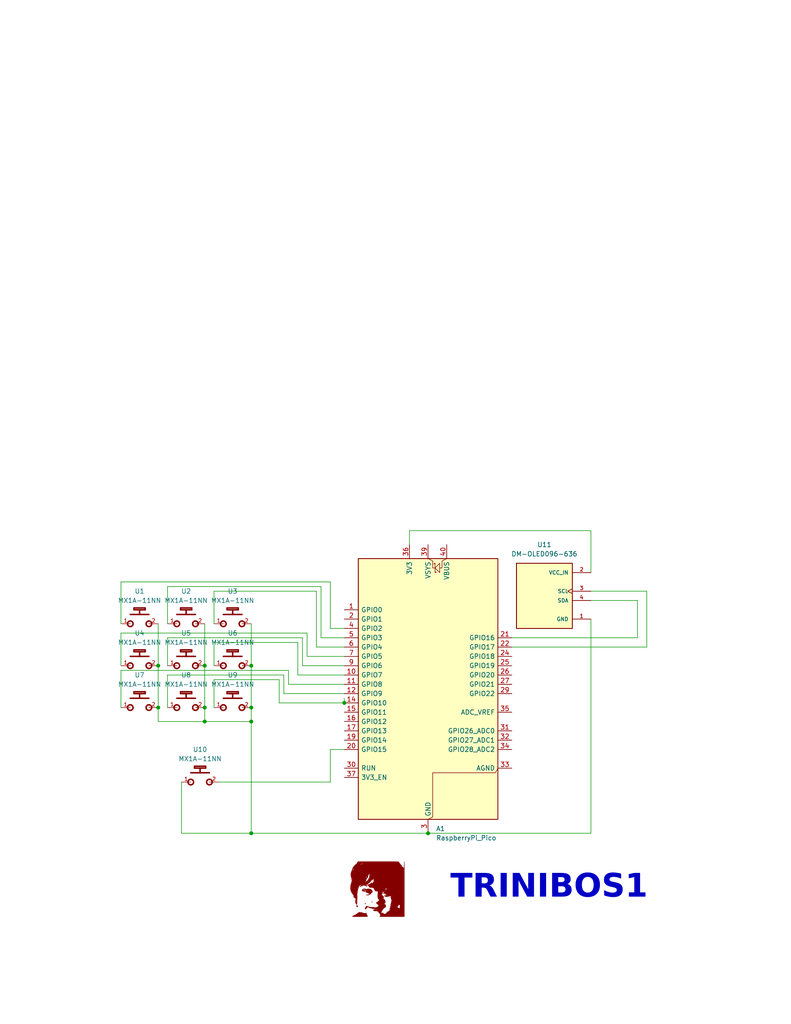
<source format=kicad_sch>
(kicad_sch
	(version 20250114)
	(generator "eeschema")
	(generator_version "9.0")
	(uuid "1ca75e7e-6003-4d70-8cc6-4acf294b4c5e")
	(paper "A" portrait)
	(title_block
		(date "2025-08-15")
		(rev "v16")
	)
	(lib_symbols
		(symbol "DM-OLED096-636:DM-OLED096-636"
			(pin_names
				(offset 1.016)
			)
			(exclude_from_sim no)
			(in_bom yes)
			(on_board yes)
			(property "Reference" "U"
				(at -7.62 10.922 0)
				(effects
					(font
						(size 1.27 1.27)
					)
					(justify left bottom)
				)
			)
			(property "Value" "DM-OLED096-636"
				(at -7.62 -10.16 0)
				(effects
					(font
						(size 1.27 1.27)
					)
					(justify left bottom)
				)
			)
			(property "Footprint" "DM-OLED096-636:MODULE_DM-OLED096-636"
				(at 0 0 0)
				(effects
					(font
						(size 1.27 1.27)
					)
					(justify bottom)
					(hide yes)
				)
			)
			(property "Datasheet" ""
				(at 0 0 0)
				(effects
					(font
						(size 1.27 1.27)
					)
					(hide yes)
				)
			)
			(property "Description" ""
				(at 0 0 0)
				(effects
					(font
						(size 1.27 1.27)
					)
					(hide yes)
				)
			)
			(property "MF" "Display Module"
				(at 0 0 0)
				(effects
					(font
						(size 1.27 1.27)
					)
					(justify bottom)
					(hide yes)
				)
			)
			(property "MAXIMUM_PACKAGE_HEIGHT" "11.3 mm"
				(at 0 0 0)
				(effects
					(font
						(size 1.27 1.27)
					)
					(justify bottom)
					(hide yes)
				)
			)
			(property "Package" "Package"
				(at 0 0 0)
				(effects
					(font
						(size 1.27 1.27)
					)
					(justify bottom)
					(hide yes)
				)
			)
			(property "Price" "None"
				(at 0 0 0)
				(effects
					(font
						(size 1.27 1.27)
					)
					(justify bottom)
					(hide yes)
				)
			)
			(property "Check_prices" "https://www.snapeda.com/parts/DM-OLED096-636/Display+Module/view-part/?ref=eda"
				(at 0 0 0)
				(effects
					(font
						(size 1.27 1.27)
					)
					(justify bottom)
					(hide yes)
				)
			)
			(property "STANDARD" "Manufacturer Recommendations"
				(at 0 0 0)
				(effects
					(font
						(size 1.27 1.27)
					)
					(justify bottom)
					(hide yes)
				)
			)
			(property "PARTREV" "2018-09-10"
				(at 0 0 0)
				(effects
					(font
						(size 1.27 1.27)
					)
					(justify bottom)
					(hide yes)
				)
			)
			(property "SnapEDA_Link" "https://www.snapeda.com/parts/DM-OLED096-636/Display+Module/view-part/?ref=snap"
				(at 0 0 0)
				(effects
					(font
						(size 1.27 1.27)
					)
					(justify bottom)
					(hide yes)
				)
			)
			(property "MP" "DM-OLED096-636"
				(at 0 0 0)
				(effects
					(font
						(size 1.27 1.27)
					)
					(justify bottom)
					(hide yes)
				)
			)
			(property "Description_1" "0.96” 128 X 64 MONOCHROME GRAPHIC OLED DISPLAY MODULE - I2C"
				(at 0 0 0)
				(effects
					(font
						(size 1.27 1.27)
					)
					(justify bottom)
					(hide yes)
				)
			)
			(property "Availability" "Not in stock"
				(at 0 0 0)
				(effects
					(font
						(size 1.27 1.27)
					)
					(justify bottom)
					(hide yes)
				)
			)
			(property "MANUFACTURER" "Displaymodule"
				(at 0 0 0)
				(effects
					(font
						(size 1.27 1.27)
					)
					(justify bottom)
					(hide yes)
				)
			)
			(symbol "DM-OLED096-636_0_0"
				(rectangle
					(start -7.62 -7.62)
					(end 7.62 10.16)
					(stroke
						(width 0.254)
						(type default)
					)
					(fill
						(type background)
					)
				)
				(pin power_in line
					(at 12.7 7.62 180)
					(length 5.08)
					(name "VCC_IN"
						(effects
							(font
								(size 1.016 1.016)
							)
						)
					)
					(number "2"
						(effects
							(font
								(size 1.016 1.016)
							)
						)
					)
				)
				(pin input clock
					(at 12.7 2.54 180)
					(length 5.08)
					(name "SCL"
						(effects
							(font
								(size 1.016 1.016)
							)
						)
					)
					(number "3"
						(effects
							(font
								(size 1.016 1.016)
							)
						)
					)
				)
				(pin bidirectional line
					(at 12.7 0 180)
					(length 5.08)
					(name "SDA"
						(effects
							(font
								(size 1.016 1.016)
							)
						)
					)
					(number "4"
						(effects
							(font
								(size 1.016 1.016)
							)
						)
					)
				)
				(pin power_in line
					(at 12.7 -5.08 180)
					(length 5.08)
					(name "GND"
						(effects
							(font
								(size 1.016 1.016)
							)
						)
					)
					(number "1"
						(effects
							(font
								(size 1.016 1.016)
							)
						)
					)
				)
			)
			(embedded_fonts no)
		)
		(symbol "MCU_Module_RaspberryPi_Pico:RaspberryPi_Pico"
			(pin_names
				(offset 0.762)
			)
			(exclude_from_sim no)
			(in_bom yes)
			(on_board yes)
			(property "Reference" "A"
				(at -19.05 38.1 0)
				(effects
					(font
						(size 1.27 1.27)
					)
					(justify left)
				)
			)
			(property "Value" "RaspberryPi_Pico"
				(at 7.62 38.1 0)
				(effects
					(font
						(size 1.27 1.27)
					)
					(justify left)
				)
			)
			(property "Footprint" "Module_RaspberryPi_Pico:RaspberryPi_Pico_Common"
				(at 0 -49.53 0)
				(effects
					(font
						(size 1.27 1.27)
					)
					(hide yes)
				)
			)
			(property "Datasheet" "https://datasheets.raspberrypi.com/pico/pico-datasheet.pdf"
				(at 0 -52.07 0)
				(effects
					(font
						(size 1.27 1.27)
					)
					(hide yes)
				)
			)
			(property "Description" "Versatile and inexpensive microcontroller module powered by RP2040 dual-core Arm Cortex-M0+ processor up to 133 MHz, 264kB SRAM, 2MB QSPI flash"
				(at 0 -54.61 0)
				(effects
					(font
						(size 1.27 1.27)
					)
					(hide yes)
				)
			)
			(property "ki_keywords" "Raspberry Pi Pico microcontroller module RP2040 M0+ usb"
				(at 0 0 0)
				(effects
					(font
						(size 1.27 1.27)
					)
					(hide yes)
				)
			)
			(property "ki_fp_filters" "RaspberryPi?Pico?Common* RaspberryPi?Pico?Original*"
				(at 0 0 0)
				(effects
					(font
						(size 1.27 1.27)
					)
					(hide yes)
				)
			)
			(symbol "RaspberryPi_Pico_0_1"
				(rectangle
					(start -19.05 36.83)
					(end 19.05 -34.29)
					(stroke
						(width 0.254)
						(type default)
					)
					(fill
						(type background)
					)
				)
				(polyline
					(pts
						(xy 0 36.83) (xy 1.27 36.195) (xy 1.27 34.29) (xy 1.905 34.29)
					)
					(stroke
						(width 0)
						(type default)
					)
					(fill
						(type none)
					)
				)
				(polyline
					(pts
						(xy 0 -34.29) (xy 1.27 -33.655) (xy 1.27 -21.59) (xy 18.415 -21.59) (xy 19.05 -20.32)
					)
					(stroke
						(width 0)
						(type default)
					)
					(fill
						(type none)
					)
				)
				(polyline
					(pts
						(xy 1.651 35.306) (xy 1.651 35.56) (xy 1.905 35.56) (xy 1.905 33.02) (xy 2.159 33.02) (xy 2.159 33.274)
					)
					(stroke
						(width 0)
						(type default)
					)
					(fill
						(type none)
					)
				)
				(polyline
					(pts
						(xy 1.905 34.29) (xy 3.175 35.56) (xy 3.175 33.02) (xy 1.905 34.29)
					)
					(stroke
						(width 0)
						(type default)
					)
					(fill
						(type none)
					)
				)
				(polyline
					(pts
						(xy 5.08 36.83) (xy 3.81 36.195) (xy 3.81 34.29) (xy 3.175 34.29)
					)
					(stroke
						(width 0)
						(type default)
					)
					(fill
						(type none)
					)
				)
			)
			(symbol "RaspberryPi_Pico_1_1"
				(pin bidirectional line
					(at -22.86 22.86 0)
					(length 3.81)
					(name "GPIO0"
						(effects
							(font
								(size 1.27 1.27)
							)
						)
					)
					(number "1"
						(effects
							(font
								(size 1.27 1.27)
							)
						)
					)
					(alternate "I2C0_SDA" bidirectional line)
					(alternate "PWM0_A" output line)
					(alternate "SPI0_RX" input line)
					(alternate "UART0_TX" output line)
					(alternate "USB_OVCUR_DET" input line)
				)
				(pin bidirectional line
					(at -22.86 20.32 0)
					(length 3.81)
					(name "GPIO1"
						(effects
							(font
								(size 1.27 1.27)
							)
						)
					)
					(number "2"
						(effects
							(font
								(size 1.27 1.27)
							)
						)
					)
					(alternate "I2C0_SCL" bidirectional clock)
					(alternate "PWM0_B" bidirectional line)
					(alternate "UART0_RX" input line)
					(alternate "USB_VBUS_DET" passive line)
					(alternate "~{SPI0_CSn}" bidirectional line)
				)
				(pin bidirectional line
					(at -22.86 17.78 0)
					(length 3.81)
					(name "GPIO2"
						(effects
							(font
								(size 1.27 1.27)
							)
						)
					)
					(number "4"
						(effects
							(font
								(size 1.27 1.27)
							)
						)
					)
					(alternate "I2C1_SDA" bidirectional line)
					(alternate "PWM1_A" output line)
					(alternate "SPI0_SCK" bidirectional clock)
					(alternate "UART0_CTS" input line)
					(alternate "USB_VBUS_DET" input line)
				)
				(pin bidirectional line
					(at -22.86 15.24 0)
					(length 3.81)
					(name "GPIO3"
						(effects
							(font
								(size 1.27 1.27)
							)
						)
					)
					(number "5"
						(effects
							(font
								(size 1.27 1.27)
							)
						)
					)
					(alternate "I2C1_SCL" bidirectional clock)
					(alternate "PWM1_B" bidirectional line)
					(alternate "SPI0_TX" output line)
					(alternate "UART0_RTS" output line)
					(alternate "USB_OVCUR_DET" input line)
				)
				(pin bidirectional line
					(at -22.86 12.7 0)
					(length 3.81)
					(name "GPIO4"
						(effects
							(font
								(size 1.27 1.27)
							)
						)
					)
					(number "6"
						(effects
							(font
								(size 1.27 1.27)
							)
						)
					)
					(alternate "I2C0_SDA" bidirectional line)
					(alternate "PWM2_A" output line)
					(alternate "SPI0_RX" input line)
					(alternate "UART1_TX" output line)
					(alternate "USB_VBUS_DET" input line)
				)
				(pin bidirectional line
					(at -22.86 10.16 0)
					(length 3.81)
					(name "GPIO5"
						(effects
							(font
								(size 1.27 1.27)
							)
						)
					)
					(number "7"
						(effects
							(font
								(size 1.27 1.27)
							)
						)
					)
					(alternate "I2C0_SCL" bidirectional clock)
					(alternate "PWM2_B" bidirectional line)
					(alternate "UART1_RX" input line)
					(alternate "USB_VBUS_EN" output line)
					(alternate "~{SPI0_CSn}" bidirectional line)
				)
				(pin bidirectional line
					(at -22.86 7.62 0)
					(length 3.81)
					(name "GPIO6"
						(effects
							(font
								(size 1.27 1.27)
							)
						)
					)
					(number "9"
						(effects
							(font
								(size 1.27 1.27)
							)
						)
					)
					(alternate "I2C1_SDA" bidirectional line)
					(alternate "PWM3_A" output line)
					(alternate "SPI0_SCK" bidirectional clock)
					(alternate "UART1_CTS" input line)
					(alternate "USB_OVCUR_DET" input line)
				)
				(pin bidirectional line
					(at -22.86 5.08 0)
					(length 3.81)
					(name "GPIO7"
						(effects
							(font
								(size 1.27 1.27)
							)
						)
					)
					(number "10"
						(effects
							(font
								(size 1.27 1.27)
							)
						)
					)
					(alternate "I2C1_SCL" bidirectional clock)
					(alternate "PWM3_B" bidirectional line)
					(alternate "SPI0_TX" output line)
					(alternate "UART1_RTS" output line)
					(alternate "USB_VBUS_DET" input line)
				)
				(pin bidirectional line
					(at -22.86 2.54 0)
					(length 3.81)
					(name "GPIO8"
						(effects
							(font
								(size 1.27 1.27)
							)
						)
					)
					(number "11"
						(effects
							(font
								(size 1.27 1.27)
							)
						)
					)
					(alternate "I2C0_SDA" bidirectional line)
					(alternate "PWM4_A" output line)
					(alternate "SPI1_RX" input line)
					(alternate "UART1_TX" output line)
					(alternate "USB_VBUS_EN" output line)
				)
				(pin bidirectional line
					(at -22.86 0 0)
					(length 3.81)
					(name "GPIO9"
						(effects
							(font
								(size 1.27 1.27)
							)
						)
					)
					(number "12"
						(effects
							(font
								(size 1.27 1.27)
							)
						)
					)
					(alternate "I2C0_SCL" bidirectional clock)
					(alternate "PWM4_B" bidirectional line)
					(alternate "UART1_RX" input line)
					(alternate "USB_OVCUR_DET" input line)
					(alternate "~{SPI1_CSn}" bidirectional line)
				)
				(pin bidirectional line
					(at -22.86 -2.54 0)
					(length 3.81)
					(name "GPIO10"
						(effects
							(font
								(size 1.27 1.27)
							)
						)
					)
					(number "14"
						(effects
							(font
								(size 1.27 1.27)
							)
						)
					)
					(alternate "I2C1_SDA" bidirectional line)
					(alternate "PWM5_A" output line)
					(alternate "SPI1_SCK" bidirectional clock)
					(alternate "UART1_CTS" input line)
					(alternate "USB_VBUS_DET" input line)
				)
				(pin bidirectional line
					(at -22.86 -5.08 0)
					(length 3.81)
					(name "GPIO11"
						(effects
							(font
								(size 1.27 1.27)
							)
						)
					)
					(number "15"
						(effects
							(font
								(size 1.27 1.27)
							)
						)
					)
					(alternate "I2C1_SCL" bidirectional clock)
					(alternate "PWM5_B" bidirectional line)
					(alternate "SPI1_TX" output line)
					(alternate "UART1_RTS" output line)
					(alternate "USB_VBUS_EN" output line)
				)
				(pin bidirectional line
					(at -22.86 -7.62 0)
					(length 3.81)
					(name "GPIO12"
						(effects
							(font
								(size 1.27 1.27)
							)
						)
					)
					(number "16"
						(effects
							(font
								(size 1.27 1.27)
							)
						)
					)
					(alternate "I2C0_SDA" bidirectional line)
					(alternate "PWM6_A" output line)
					(alternate "SPI1_RX" input line)
					(alternate "UART0_TX" output line)
					(alternate "USB_OVCUR_DET" input line)
				)
				(pin bidirectional line
					(at -22.86 -10.16 0)
					(length 3.81)
					(name "GPIO13"
						(effects
							(font
								(size 1.27 1.27)
							)
						)
					)
					(number "17"
						(effects
							(font
								(size 1.27 1.27)
							)
						)
					)
					(alternate "I2C0_SCL" bidirectional clock)
					(alternate "PWM6_B" bidirectional line)
					(alternate "UART0_RX" input line)
					(alternate "USB_VBUS_DET" input line)
					(alternate "~{SPI1_CSn}" bidirectional line)
				)
				(pin bidirectional line
					(at -22.86 -12.7 0)
					(length 3.81)
					(name "GPIO14"
						(effects
							(font
								(size 1.27 1.27)
							)
						)
					)
					(number "19"
						(effects
							(font
								(size 1.27 1.27)
							)
						)
					)
					(alternate "I2C1_SDA" bidirectional line)
					(alternate "PWM7_A" output line)
					(alternate "SPI1_SCK" bidirectional clock)
					(alternate "UART0_CTS" input line)
					(alternate "USB_VBUS_EN" output line)
				)
				(pin bidirectional line
					(at -22.86 -15.24 0)
					(length 3.81)
					(name "GPIO15"
						(effects
							(font
								(size 1.27 1.27)
							)
						)
					)
					(number "20"
						(effects
							(font
								(size 1.27 1.27)
							)
						)
					)
					(alternate "I2C1_SCL" bidirectional clock)
					(alternate "PWM7_B" bidirectional line)
					(alternate "SPI1_TX" output line)
					(alternate "UART0_RTS" output line)
					(alternate "USB_OVCUR_DET" input line)
				)
				(pin input line
					(at -22.86 -20.32 0)
					(length 3.81)
					(name "RUN"
						(effects
							(font
								(size 1.27 1.27)
							)
						)
					)
					(number "30"
						(effects
							(font
								(size 1.27 1.27)
							)
						)
					)
					(alternate "~{RESET}" input line)
				)
				(pin input line
					(at -22.86 -22.86 0)
					(length 3.81)
					(name "3V3_EN"
						(effects
							(font
								(size 1.27 1.27)
							)
						)
					)
					(number "37"
						(effects
							(font
								(size 1.27 1.27)
							)
						)
					)
					(alternate "~{3V3_DISABLE}" input line)
				)
				(pin power_out line
					(at -5.08 40.64 270)
					(length 3.81)
					(name "3V3"
						(effects
							(font
								(size 1.27 1.27)
							)
						)
					)
					(number "36"
						(effects
							(font
								(size 1.27 1.27)
							)
						)
					)
				)
				(pin power_in line
					(at 0 40.64 270)
					(length 3.81)
					(name "VSYS"
						(effects
							(font
								(size 1.27 1.27)
							)
						)
					)
					(number "39"
						(effects
							(font
								(size 1.27 1.27)
							)
						)
					)
					(alternate "VSYS_IN" power_in line)
					(alternate "VSYS_OUT" power_out line)
				)
				(pin passive line
					(at 0 -38.1 90)
					(length 3.81)
					(hide yes)
					(name "GND"
						(effects
							(font
								(size 1.27 1.27)
							)
						)
					)
					(number "13"
						(effects
							(font
								(size 1.27 1.27)
							)
						)
					)
				)
				(pin passive line
					(at 0 -38.1 90)
					(length 3.81)
					(hide yes)
					(name "GND"
						(effects
							(font
								(size 1.27 1.27)
							)
						)
					)
					(number "18"
						(effects
							(font
								(size 1.27 1.27)
							)
						)
					)
				)
				(pin passive line
					(at 0 -38.1 90)
					(length 3.81)
					(hide yes)
					(name "GND"
						(effects
							(font
								(size 1.27 1.27)
							)
						)
					)
					(number "23"
						(effects
							(font
								(size 1.27 1.27)
							)
						)
					)
				)
				(pin passive line
					(at 0 -38.1 90)
					(length 3.81)
					(hide yes)
					(name "GND"
						(effects
							(font
								(size 1.27 1.27)
							)
						)
					)
					(number "28"
						(effects
							(font
								(size 1.27 1.27)
							)
						)
					)
				)
				(pin power_out line
					(at 0 -38.1 90)
					(length 3.81)
					(name "GND"
						(effects
							(font
								(size 1.27 1.27)
							)
						)
					)
					(number "3"
						(effects
							(font
								(size 1.27 1.27)
							)
						)
					)
					(alternate "GND_IN" power_in line)
				)
				(pin passive line
					(at 0 -38.1 90)
					(length 3.81)
					(hide yes)
					(name "GND"
						(effects
							(font
								(size 1.27 1.27)
							)
						)
					)
					(number "38"
						(effects
							(font
								(size 1.27 1.27)
							)
						)
					)
				)
				(pin passive line
					(at 0 -38.1 90)
					(length 3.81)
					(hide yes)
					(name "GND"
						(effects
							(font
								(size 1.27 1.27)
							)
						)
					)
					(number "8"
						(effects
							(font
								(size 1.27 1.27)
							)
						)
					)
				)
				(pin power_out line
					(at 5.08 40.64 270)
					(length 3.81)
					(name "VBUS"
						(effects
							(font
								(size 1.27 1.27)
							)
						)
					)
					(number "40"
						(effects
							(font
								(size 1.27 1.27)
							)
						)
					)
					(alternate "VBUS_HOST" power_in line)
				)
				(pin bidirectional line
					(at 22.86 15.24 180)
					(length 3.81)
					(name "GPIO16"
						(effects
							(font
								(size 1.27 1.27)
							)
						)
					)
					(number "21"
						(effects
							(font
								(size 1.27 1.27)
							)
						)
					)
					(alternate "I2C0_SDA" bidirectional line)
					(alternate "PWM0_A" output line)
					(alternate "SPI0_RX" input line)
					(alternate "UART0_TX" output line)
					(alternate "USB_VBUS_DET" input line)
				)
				(pin bidirectional line
					(at 22.86 12.7 180)
					(length 3.81)
					(name "GPIO17"
						(effects
							(font
								(size 1.27 1.27)
							)
						)
					)
					(number "22"
						(effects
							(font
								(size 1.27 1.27)
							)
						)
					)
					(alternate "I2C0_SCL" bidirectional clock)
					(alternate "PWM0_B" bidirectional line)
					(alternate "UART0_RX" input line)
					(alternate "USB_VBUS_EN" output line)
					(alternate "~{SPI0_CSn}" bidirectional line)
				)
				(pin bidirectional line
					(at 22.86 10.16 180)
					(length 3.81)
					(name "GPIO18"
						(effects
							(font
								(size 1.27 1.27)
							)
						)
					)
					(number "24"
						(effects
							(font
								(size 1.27 1.27)
							)
						)
					)
					(alternate "I2C1_SDA" bidirectional line)
					(alternate "PWM1_A" output line)
					(alternate "SPI0_SCK" bidirectional clock)
					(alternate "UART0_CTS" input line)
					(alternate "USB_OVCUR_DET" input line)
				)
				(pin bidirectional line
					(at 22.86 7.62 180)
					(length 3.81)
					(name "GPIO19"
						(effects
							(font
								(size 1.27 1.27)
							)
						)
					)
					(number "25"
						(effects
							(font
								(size 1.27 1.27)
							)
						)
					)
					(alternate "I2C1_SCL" bidirectional clock)
					(alternate "PWM1_B" bidirectional line)
					(alternate "SPI0_TX" output line)
					(alternate "UART0_RTS" output line)
					(alternate "USB_VBUS_DET" input line)
				)
				(pin bidirectional line
					(at 22.86 5.08 180)
					(length 3.81)
					(name "GPIO20"
						(effects
							(font
								(size 1.27 1.27)
							)
						)
					)
					(number "26"
						(effects
							(font
								(size 1.27 1.27)
							)
						)
					)
					(alternate "CLOCK_GPIN0" input clock)
					(alternate "I2C0_SDA" bidirectional line)
					(alternate "PWM2_A" output line)
					(alternate "SPI0_RX" input line)
					(alternate "UART1_TX" output line)
					(alternate "USB_VBUS_EN" output line)
				)
				(pin bidirectional line
					(at 22.86 2.54 180)
					(length 3.81)
					(name "GPIO21"
						(effects
							(font
								(size 1.27 1.27)
							)
						)
					)
					(number "27"
						(effects
							(font
								(size 1.27 1.27)
							)
						)
					)
					(alternate "CLOCK_GPOUT0" output clock)
					(alternate "I2C0_SCL" bidirectional clock)
					(alternate "PWM2_B" bidirectional line)
					(alternate "UART1_RX" input line)
					(alternate "USB_OVCUR_DET" input line)
					(alternate "~{SPI0_CSn}" bidirectional line)
				)
				(pin bidirectional line
					(at 22.86 0 180)
					(length 3.81)
					(name "GPIO22"
						(effects
							(font
								(size 1.27 1.27)
							)
						)
					)
					(number "29"
						(effects
							(font
								(size 1.27 1.27)
							)
						)
					)
					(alternate "CLOCK_GPIN1" input clock)
					(alternate "I2C1_SDA" bidirectional line)
					(alternate "PWM3_A" output line)
					(alternate "SPI0_SCK" bidirectional clock)
					(alternate "UART1_CTS" input line)
					(alternate "USB_VBUS_DET" input line)
				)
				(pin power_in line
					(at 22.86 -5.08 180)
					(length 3.81)
					(name "ADC_VREF"
						(effects
							(font
								(size 1.27 1.27)
							)
						)
					)
					(number "35"
						(effects
							(font
								(size 1.27 1.27)
							)
						)
					)
				)
				(pin bidirectional line
					(at 22.86 -10.16 180)
					(length 3.81)
					(name "GPIO26_ADC0"
						(effects
							(font
								(size 1.27 1.27)
							)
						)
					)
					(number "31"
						(effects
							(font
								(size 1.27 1.27)
							)
						)
					)
					(alternate "ADC0" input line)
					(alternate "GPIO26" bidirectional line)
					(alternate "I2C1_SDA" bidirectional line)
					(alternate "PWM5_A" output line)
					(alternate "SPI1_SCK" bidirectional clock)
					(alternate "UART1_CTS" input line)
					(alternate "USB_VBUS_EN" output line)
				)
				(pin bidirectional line
					(at 22.86 -12.7 180)
					(length 3.81)
					(name "GPIO27_ADC1"
						(effects
							(font
								(size 1.27 1.27)
							)
						)
					)
					(number "32"
						(effects
							(font
								(size 1.27 1.27)
							)
						)
					)
					(alternate "ADC1" input line)
					(alternate "GPIO27" bidirectional line)
					(alternate "I2C1_SCL" bidirectional clock)
					(alternate "PWM5_B" bidirectional line)
					(alternate "SPI1_TX" output line)
					(alternate "UART1_RTS" output line)
					(alternate "USB_OVCUR_DET" input line)
				)
				(pin bidirectional line
					(at 22.86 -15.24 180)
					(length 3.81)
					(name "GPIO28_ADC2"
						(effects
							(font
								(size 1.27 1.27)
							)
						)
					)
					(number "34"
						(effects
							(font
								(size 1.27 1.27)
							)
						)
					)
					(alternate "ADC2" input line)
					(alternate "GPIO28" bidirectional line)
					(alternate "I2C0_SDA" bidirectional line)
					(alternate "PWM6_A" output line)
					(alternate "SPI1_RX" input line)
					(alternate "UART0_TX" output line)
					(alternate "USB_VBUS_DET" input line)
				)
				(pin power_out line
					(at 22.86 -20.32 180)
					(length 3.81)
					(name "AGND"
						(effects
							(font
								(size 1.27 1.27)
							)
						)
					)
					(number "33"
						(effects
							(font
								(size 1.27 1.27)
							)
						)
					)
					(alternate "GND" passive line)
				)
			)
			(embedded_fonts no)
		)
		(symbol "logo sign:LOGO"
			(pin_names
				(offset 1.016)
			)
			(exclude_from_sim no)
			(in_bom yes)
			(on_board yes)
			(property "Reference" "#G"
				(at 0 6.8701 0)
				(effects
					(font
						(size 1.27 1.27)
					)
					(hide yes)
				)
			)
			(property "Value" "LOGO"
				(at 0 -6.8701 0)
				(effects
					(font
						(size 1.27 1.27)
					)
					(hide yes)
				)
			)
			(property "Footprint" ""
				(at 0 0 0)
				(effects
					(font
						(size 1.27 1.27)
					)
					(hide yes)
				)
			)
			(property "Datasheet" ""
				(at 0 0 0)
				(effects
					(font
						(size 1.27 1.27)
					)
					(hide yes)
				)
			)
			(property "Description" ""
				(at 0 0 0)
				(effects
					(font
						(size 1.27 1.27)
					)
					(hide yes)
				)
			)
			(symbol "LOGO_0_0"
				(polyline
					(pts
						(xy -6.2856 -2.3804) (xy -6.2973 -2.3687) (xy -6.309 -2.3804) (xy -6.2973 -2.3922) (xy -6.2856 -2.3804)
					)
					(stroke
						(width 0.01)
						(type default)
					)
					(fill
						(type outline)
					)
				)
				(polyline
					(pts
						(xy -6.1683 -7.1884) (xy -6.18 -7.1767) (xy -6.1918 -7.1884) (xy -6.18 -7.2001) (xy -6.1683 -7.1884)
					)
					(stroke
						(width 0.01)
						(type default)
					)
					(fill
						(type outline)
					)
				)
				(polyline
					(pts
						(xy -6.0932 -7.1529) (xy -6.0745 -7.1272) (xy -6.0705 -7.1176) (xy -6.0393 -7.1063) (xy -6.0182 -7.1018)
						(xy -6.0052 -7.0771) (xy -6.0291 -7.0468) (xy -6.051 -7.0452) (xy -6.0919 -7.0672) (xy -6.1288 -7.105)
						(xy -6.1449 -7.1444) (xy -6.1399 -7.1588) (xy -6.1097 -7.1617) (xy -6.0932 -7.1529)
					)
					(stroke
						(width 0.01)
						(type default)
					)
					(fill
						(type outline)
					)
				)
				(polyline
					(pts
						(xy -6.0268 -7.0085) (xy -5.9957 -6.9773) (xy -5.9916 -6.9594) (xy -6.002 -6.9421) (xy -6.0176 -6.9478)
						(xy -6.051 -6.9773) (xy -6.0532 -6.9799) (xy -6.0675 -7.0061) (xy -6.0447 -7.0125) (xy -6.0268 -7.0085)
					)
					(stroke
						(width 0.01)
						(type default)
					)
					(fill
						(type outline)
					)
				)
				(polyline
					(pts
						(xy -5.3709 -4.3036) (xy -5.3826 -4.2919) (xy -5.3943 -4.3036) (xy -5.3826 -4.3153) (xy -5.3709 -4.3036)
					)
					(stroke
						(width 0.01)
						(type default)
					)
					(fill
						(type outline)
					)
				)
				(polyline
					(pts
						(xy -5.1906 -4.8527) (xy -5.1954 -4.802) (xy -5.1962 -4.7982) (xy -5.2208 -4.7228) (xy -5.2562 -4.6478)
						(xy -5.2638 -4.6337) (xy -5.2856 -4.5805) (xy -5.2876 -4.5479) (xy -5.2846 -4.5317) (xy -5.3057 -4.5177)
						(xy -5.3595 -4.5057) (xy -5.453 -4.4935) (xy -5.4937 -4.4902) (xy -5.5613 -4.4911) (xy -5.6018 -4.5002)
						(xy -5.6154 -4.5179) (xy -5.6117 -4.5625) (xy -5.5928 -4.5968) (xy -5.4413 -4.5968) (xy -5.4373 -4.586)
						(xy -5.4061 -4.5733) (xy -5.3899 -4.576) (xy -5.3709 -4.5968) (xy -5.3749 -4.6076) (xy -5.4061 -4.6202)
						(xy -5.4223 -4.6176) (xy -5.4413 -4.5968) (xy -5.5928 -4.5968) (xy -5.5821 -4.6163) (xy -5.5338 -4.6676)
						(xy -5.474 -4.7048) (xy -5.4652 -4.7088) (xy -5.4067 -4.7485) (xy -5.3714 -4.7948) (xy -5.3482 -4.8329)
						(xy -5.3077 -4.8618) (xy -5.2579 -4.8733) (xy -5.2088 -4.875) (xy -5.1906 -4.8527)
					)
					(stroke
						(width 0.01)
						(type default)
					)
					(fill
						(type outline)
					)
				)
				(polyline
					(pts
						(xy -4.2182 -7.5047) (xy -3.954 -7.5043) (xy -3.728 -7.5036) (xy -3.5374 -7.5025) (xy -3.3792 -7.501)
						(xy -3.2503 -7.4991) (xy -3.1479 -7.4967) (xy -3.069 -7.4937) (xy -3.0106 -7.49) (xy -2.9697 -7.4857)
						(xy -2.9434 -7.4807) (xy -2.9287 -7.4748) (xy -2.9226 -7.4681) (xy -2.9187 -7.4402) (xy -2.9318 -7.3876)
						(xy -2.951 -7.348) (xy -2.9456 -7.3303) (xy -2.9061 -7.3274) (xy -2.9054 -7.3274) (xy -2.8746 -7.333)
						(xy -2.8649 -7.3583) (xy -2.8712 -7.4162) (xy -2.8854 -7.505) (xy -2.7327 -7.505) (xy -2.6586 -7.5022)
						(xy -2.6015 -7.4938) (xy -2.5799 -7.4816) (xy -2.5806 -7.4759) (xy -2.6034 -7.4581) (xy -2.6175 -7.448)
						(xy -2.6268 -7.4085) (xy -2.6268 -7.4083) (xy -2.6169 -7.3719) (xy -2.5799 -7.3711) (xy -2.5503 -7.3734)
						(xy -2.533 -7.3504) (xy -2.5446 -7.3292) (xy -2.5858 -7.3147) (xy -2.5945 -7.3142) (xy -2.6184 -7.3097)
						(xy -2.5975 -7.3012) (xy -2.5802 -7.2962) (xy -2.5624 -7.2843) (xy -2.5661 -7.2622) (xy -2.5944 -7.2213)
						(xy -2.6503 -7.1532) (xy -2.692 -7.0982) (xy -2.7296 -7.0353) (xy -2.7441 -6.9916) (xy -2.7488 -6.9619)
						(xy -2.7671 -6.9421) (xy -2.7872 -6.9243) (xy -2.8055 -6.8776) (xy -2.8214 -6.8279) (xy -2.844 -6.7838)
						(xy -2.8544 -6.7662) (xy -2.8408 -6.7545) (xy -2.8235 -6.7399) (xy -2.8145 -6.6959) (xy -2.8219 -6.6573)
						(xy -2.8444 -6.6372) (xy -2.8523 -6.6355) (xy -2.8913 -6.6103) (xy -2.9382 -6.5645) (xy -2.9551 -6.5461)
						(xy -2.9897 -6.5181) (xy -3.0021 -6.5267) (xy -3.0045 -6.5352) (xy -3.0363 -6.5597) (xy -3.0902 -6.5785)
						(xy -3.1477 -6.5864) (xy -3.1901 -6.5784) (xy -3.1986 -6.5745) (xy -3.2132 -6.5845) (xy -3.2206 -6.5921)
						(xy -3.261 -6.6015) (xy -3.3226 -6.606) (xy -3.3891 -6.6054) (xy -3.4445 -6.5994) (xy -3.4725 -6.5879)
						(xy -3.5009 -6.5709) (xy -3.5546 -6.5581) (xy -3.6753 -6.5366) (xy -3.8347 -6.4847) (xy -3.8573 -6.4747)
						(xy -3.9527 -6.4331) (xy -4.0174 -6.4079) (xy -4.0613 -6.3962) (xy -4.0944 -6.3953) (xy -4.1265 -6.4023)
						(xy -4.1312 -6.4036) (xy -4.1979 -6.4038) (xy -4.2485 -6.3746) (xy -4.2686 -6.3239) (xy -4.2763 -6.2939)
						(xy -4.2999 -6.2892) (xy -4.3246 -6.3222) (xy -4.3402 -6.3427) (xy -4.3858 -6.3441) (xy -4.4369 -6.3473)
						(xy -4.4831 -6.3785) (xy -4.5031 -6.4237) (xy -4.5082 -6.4344) (xy -4.5385 -6.4345) (xy -4.5523 -6.4336)
						(xy -4.6002 -6.4572) (xy -4.6641 -6.5139) (xy -4.6999 -6.5477) (xy -4.7678 -6.6002) (xy -4.8253 -6.6316)
						(xy -4.8681 -6.6447) (xy -4.8879 -6.6406) (xy -4.8846 -6.6116) (xy -4.8746 -6.5863) (xy -4.8538 -6.5669)
						(xy -4.8402 -6.5587) (xy -4.8204 -6.5219) (xy -4.7905 -6.4836) (xy -4.7367 -6.4528) (xy -4.6857 -6.4241)
						(xy -4.6673 -6.3772) (xy -4.66 -6.3426) (xy -4.6263 -6.2958) (xy -4.6045 -6.2739) (xy -4.6013 -6.2498)
						(xy -4.6096 -6.2457) (xy -4.6557 -6.2493) (xy -4.7277 -6.2719) (xy -4.8151 -6.3098) (xy -4.9075 -6.3591)
						(xy -4.9556 -6.3863) (xy -5.0124 -6.415) (xy -5.0436 -6.4262) (xy -5.0518 -6.4282) (xy -5.0663 -6.4555)
						(xy -5.0787 -6.4772) (xy -5.1193 -6.5044) (xy -5.1935 -6.5401) (xy -5.3069 -6.5872) (xy -5.3561 -6.6194)
						(xy -5.3933 -6.6698) (xy -5.432 -6.73) (xy -5.4945 -6.778) (xy -5.1364 -6.778) (xy -5.1354 -6.7715)
						(xy -5.1115 -6.7545) (xy -5.103 -6.7563) (xy -5.1012 -6.778) (xy -5.106 -6.785) (xy -5.126 -6.8014)
						(xy -5.1284 -6.8008) (xy -5.1364 -6.778) (xy -5.4945 -6.778) (xy -5.4987 -6.7812) (xy -5.5715 -6.8014)
						(xy -5.6109 -6.8146) (xy -5.6527 -6.8607) (xy -5.6726 -6.8878) (xy -5.6732 -6.8884) (xy -5.2441 -6.8884)
						(xy -5.2306 -6.8603) (xy -5.2183 -6.858) (xy -5.2067 -6.8821) (xy -5.2072 -6.8939) (xy -5.2183 -6.9176)
						(xy -5.2409 -6.8968) (xy -5.2441 -6.8884) (xy -5.6732 -6.8884) (xy -5.7279 -6.9397) (xy -5.7477 -6.9539)
						(xy -5.1833 -6.9539) (xy -5.1715 -6.9421) (xy -5.1598 -6.9539) (xy -5.1715 -6.9656) (xy -5.1833 -6.9539)
						(xy -5.7477 -6.9539) (xy -5.7974 -6.9895) (xy -5.8443 -7.0204) (xy -5.8919 -7.0577) (xy -5.9103 -7.0812)
						(xy -5.8998 -7.1106) (xy -5.8694 -7.114) (xy -5.8336 -7.0834) (xy -5.8084 -7.056) (xy -5.7862 -7.0506)
						(xy -5.7813 -7.0661) (xy -5.806 -7.0973) (xy -5.8644 -7.1321) (xy -5.9492 -7.1654) (xy -5.9846 -7.1773)
						(xy -6.0253 -7.193) (xy -4.6875 -7.193) (xy -4.6782 -7.1409) (xy -4.6579 -7.0517) (xy -4.6453 -6.99)
						(xy -4.6358 -6.9182) (xy -4.6365 -6.8738) (xy -4.6375 -6.8649) (xy -4.6227 -6.8159) (xy -4.5851 -6.7587)
						(xy -4.5777 -6.7495) (xy -4.5317 -6.6781) (xy -4.5015 -6.6083) (xy -4.4994 -6.601) (xy -4.4697 -6.5257)
						(xy -4.4306 -6.451) (xy -4.4248 -6.4416) (xy -4.3944 -6.398) (xy -4.3752 -6.3899) (xy -4.3576 -6.4122)
						(xy -4.3469 -6.4396) (xy -4.36 -6.48) (xy -4.3667 -6.4878) (xy -4.384 -6.5309) (xy -4.3804 -6.5723)
						(xy -4.3565 -6.5914) (xy -4.3562 -6.6046) (xy -4.3844 -6.6405) (xy -4.4357 -6.6911) (xy -4.4637 -6.7178)
						(xy -4.5273 -6.7946) (xy -4.5569 -6.86) (xy -4.5588 -6.8697) (xy -4.5754 -6.9443) (xy -4.5758 -6.9457)
						(xy -4.12 -6.9457) (xy -4.0876 -6.9494) (xy -4.0552 -6.9532) (xy -4.0376 -6.9456) (xy -4.0393 -6.9172)
						(xy -4.0308 -6.8685) (xy -4.0106 -6.8483) (xy -3.9969 -6.8632) (xy -3.9887 -6.9083) (xy -3.9887 -6.9663)
						(xy -3.9967 -7.0192) (xy -4.0126 -7.0489) (xy -4.0254 -7.0687) (xy -4.025 -7.1148) (xy -4.0247 -7.1162)
						(xy -4.0239 -7.1737) (xy -4.0394 -7.2412) (xy -4.0425 -7.2495) (xy -4.0563 -7.2785) (xy -2.9854 -7.2785)
						(xy -2.9846 -7.2443) (xy -2.9688 -7.1944) (xy -2.9459 -7.1493) (xy -2.9241 -7.1298) (xy -2.914 -7.1482)
						(xy -2.9191 -7.1942) (xy -2.9341 -7.2416) (xy -2.959 -7.2817) (xy -2.9835 -7.2812) (xy -2.9854 -7.2785)
						(xy -4.0563 -7.2785) (xy -4.0654 -7.2977) (xy -4.0838 -7.3174) (xy -4.0897 -7.3159) (xy -4.1078 -7.2857)
						(xy -4.1171 -7.227) (xy -4.1162 -7.1542) (xy -4.104 -7.0814) (xy -4.0916 -7.0279) (xy -4.0908 -6.9844)
						(xy -4.1085 -6.9602) (xy -4.1102 -6.959) (xy -4.12 -6.9457) (xy -4.5758 -6.9457) (xy -4.5962 -7.0242)
						(xy -4.601 -7.0415) (xy -4.6182 -7.1118) (xy -4.6275 -7.163) (xy -4.6347 -7.189) (xy -4.6614 -7.2177)
						(xy -4.6736 -7.221) (xy -4.6859 -7.2169) (xy -4.6875 -7.193) (xy -6.0253 -7.193) (xy -6.0647 -7.2082)
						(xy -6.125 -7.2362) (xy -6.131 -7.2394) (xy -6.1943 -7.2661) (xy -6.2288 -7.2647) (xy -6.2302 -7.2353)
						(xy -6.2294 -7.2333) (xy -6.2284 -7.2053) (xy -6.2582 -7.2056) (xy -6.3223 -7.2341) (xy -6.3236 -7.2348)
						(xy -6.3748 -7.2547) (xy -6.4072 -7.2561) (xy -6.4196 -7.2554) (xy -6.441 -7.2814) (xy -6.4585 -7.3036)
						(xy -6.5053 -7.3034) (xy -6.5338 -7.2976) (xy -6.5391 -7.3052) (xy -6.5369 -7.3291) (xy -6.539 -7.3319)
						(xy -6.3474 -7.3319) (xy -6.3263 -7.3012) (xy -6.2967 -7.2798) (xy -6.2692 -7.279) (xy -6.2653 -7.2919)
						(xy -6.2863 -7.3183) (xy -6.2913 -7.3214) (xy -6.3333 -7.3397) (xy -6.3474 -7.3319) (xy -6.539 -7.3319)
						(xy -6.5635 -7.3644) (xy -6.5798 -7.376) (xy -6.4732 -7.376) (xy -6.4615 -7.3643) (xy -6.4497 -7.376)
						(xy -4.1044 -7.376) (xy -4.0927 -7.3643) (xy -4.081 -7.376) (xy -4.0927 -7.3877) (xy -4.1044 -7.376)
						(xy -6.4497 -7.376) (xy -6.4615 -7.3877) (xy -6.4732 -7.376) (xy -6.5798 -7.376) (xy -6.609 -7.3968)
						(xy -6.6606 -7.4148) (xy -6.6997 -7.4293) (xy -6.7268 -7.464) (xy -6.7269 -7.4694) (xy -6.7224 -7.4761)
						(xy -6.7097 -7.4819) (xy -6.6859 -7.4869) (xy -6.6479 -7.4911) (xy -6.5928 -7.4946) (xy -6.5177 -7.4975)
						(xy -6.4194 -7.4998) (xy -6.2952 -7.5016) (xy -6.1419 -7.5029) (xy -5.9566 -7.5038) (xy -5.7363 -7.5044)
						(xy -5.478 -7.5048) (xy -5.1788 -7.505) (xy -4.8357 -7.505) (xy -4.5238 -7.505) (xy -4.2182 -7.5047)
					)
					(stroke
						(width 0.01)
						(type default)
					)
					(fill
						(type outline)
					)
				)
				(polyline
					(pts
						(xy -3.9813 -0.1607) (xy -3.9044 -0.1372) (xy -3.823 -0.1128) (xy -3.8083 -0.1082) (xy -3.728 -0.0777)
						(xy -3.6477 -0.041) (xy -3.6155 -0.0264) (xy -3.5127 0.0089) (xy -3.3914 0.0399) (xy -3.2717 0.062)
						(xy -3.1735 0.0704) (xy -3.1314 0.0738) (xy -3.0919 0.0876) (xy -3.0848 0.1064) (xy -3.117 0.1235)
						(xy -3.1836 0.1302) (xy -3.282 0.1272) (xy -3.3978 0.1161) (xy -3.5169 0.0986) (xy -3.6255 0.0765)
						(xy -3.7093 0.0514) (xy -3.7175 0.0481) (xy -3.8142 0.0058) (xy -3.9061 -0.0413) (xy -3.9838 -0.0876)
						(xy -4.0375 -0.1272) (xy -4.0575 -0.1545) (xy -4.0559 -0.1641) (xy -4.0348 -0.173) (xy -3.9813 -0.1607)
					)
					(stroke
						(width 0.01)
						(type default)
					)
					(fill
						(type outline)
					)
				)
				(polyline
					(pts
						(xy -3.3774 -6.5551) (xy -3.3891 -6.5434) (xy -3.4008 -6.5551) (xy -3.3891 -6.5669) (xy -3.3774 -6.5551)
					)
					(stroke
						(width 0.01)
						(type default)
					)
					(fill
						(type outline)
					)
				)
				(polyline
					(pts
						(xy -3.1763 -4.038) (xy -3.1262 -3.9964) (xy -3.0878 -3.9418) (xy -3.0725 -3.8837) (xy -3.0732 -3.8614)
						(xy -3.0823 -3.8494) (xy -3.1114 -3.8559) (xy -3.1722 -3.8806) (xy -3.2327 -3.917) (xy -3.2656 -3.9738)
						(xy -3.2699 -4.0153) (xy -3.2646 -4.0451) (xy -3.2267 -4.057) (xy -3.1763 -4.038)
					)
					(stroke
						(width 0.01)
						(type default)
					)
					(fill
						(type outline)
					)
				)
				(polyline
					(pts
						(xy -3.1663 -5.4528) (xy -3.178 -5.4411) (xy -3.1897 -5.4528) (xy -3.178 -5.4646) (xy -3.1663 -5.4528)
					)
					(stroke
						(width 0.01)
						(type default)
					)
					(fill
						(type outline)
					)
				)
				(polyline
					(pts
						(xy -2.8064 -6.4134) (xy -2.8152 -6.3963) (xy -2.8314 -6.3884) (xy -2.8344 -6.3939) (xy -2.8272 -6.4246)
						(xy -2.8161 -6.44) (xy -2.8004 -6.4465) (xy -2.8064 -6.4134)
					)
					(stroke
						(width 0.01)
						(type default)
					)
					(fill
						(type outline)
					)
				)
				(polyline
					(pts
						(xy -2.6628 -1.6395) (xy -2.545 -1.6327) (xy -2.4249 -1.6224) (xy -2.3113 -1.6091) (xy -2.2134 -1.5933)
						(xy -2.14 -1.5755) (xy -2.052 -1.5424) (xy -1.9294 -1.4831) (xy -1.8175 -1.4155) (xy -1.7337 -1.3494)
						(xy -1.7069 -1.3282) (xy -1.6705 -1.3133) (xy -1.6406 -1.303) (xy -1.6259 -1.2638) (xy -1.6424 -1.2066)
						(xy -1.6547 -1.1671) (xy -1.6419 -1.1034) (xy -1.5942 -1.0505) (xy -1.5189 -1.0194) (xy -1.5013 -1.0153)
						(xy -1.4257 -0.9887) (xy -1.349 -0.9518) (xy -1.2911 -0.9136) (xy -1.2559 -0.8669) (xy -1.2365 -0.7954)
						(xy -1.2263 -0.7119) (xy -1.239 -0.5508) (xy -1.2969 -0.4017) (xy -1.4004 -0.2638) (xy -1.4216 -0.242)
						(xy -1.4633 -0.203) (xy -1.4856 -0.1876) (xy -1.4922 -0.1848) (xy -1.5261 -0.1597) (xy -1.5752 -0.1172)
						(xy -1.596 -0.0994) (xy -1.6505 -0.0618) (xy -1.6903 -0.0468) (xy -1.7227 -0.0373) (xy -1.7676 -0.0035)
						(xy -1.8126 0.0263) (xy -1.8773 0.0419) (xy -1.9063 0.0438) (xy -1.9848 0.0534) (xy -2.0704 0.0679)
						(xy -2.0793 0.0696) (xy -2.153 0.0788) (xy -2.2453 0.0852) (xy -2.3452 0.0888) (xy -2.4418 0.0893)
						(xy -2.5243 0.0867) (xy -2.5818 0.081) (xy -2.6034 0.0721) (xy -2.6004 0.0618) (xy -2.5765 0.0295)
						(xy -2.5692 0.0123) (xy -2.5941 -0.007) (xy -2.6546 -0.0184) (xy -2.7441 -0.0199) (xy -2.7891 -0.0204)
						(xy -2.9044 -0.0323) (xy -3.0429 -0.0563) (xy -3.1908 -0.0895) (xy -3.3342 -0.129) (xy -3.4594 -0.1718)
						(xy -3.4603 -0.1722) (xy -3.5164 -0.192) (xy -3.5533 -0.2014) (xy -3.5607 -0.2022) (xy -3.6281 -0.2157)
						(xy -3.7029 -0.2373) (xy -3.7582 -0.2593) (xy -3.7924 -0.2722) (xy -3.855 -0.2814) (xy -3.8947 -0.2883)
						(xy -3.9391 -0.3151) (xy -3.9623 -0.3347) (xy -4.0163 -0.3562) (xy -4.0252 -0.3578) (xy -4.0665 -0.379)
						(xy -4.071 -0.4086) (xy -4.0353 -0.4334) (xy -4.0282 -0.4372) (xy -3.4301 -0.4372) (xy -3.4264 -0.4117)
						(xy -3.4173 -0.4077) (xy -3.3711 -0.3925) (xy -3.2998 -0.3713) (xy -3.2174 -0.3481) (xy -3.138 -0.3267)
						(xy -3.0754 -0.3109) (xy -3.0436 -0.3048) (xy -3.0366 -0.3145) (xy -3.0345 -0.3257) (xy -2.791 -0.3257)
						(xy -2.791 -0.3238) (xy -2.7854 -0.2935) (xy -2.7605 -0.2847) (xy -2.7031 -0.2926) (xy -2.6482 -0.307)
						(xy -2.5946 -0.3426) (xy -2.5818 -0.3984) (xy -2.6072 -0.4796) (xy -2.6091 -0.4834) (xy -2.4807 -0.4834)
						(xy -2.4744 -0.4455) (xy -2.4741 -0.4451) (xy -2.4448 -0.4256) (xy -2.4095 -0.4245) (xy -2.3923 -0.4427)
						(xy -2.3971 -0.4573) (xy -2.4254 -0.4907) (xy -2.4577 -0.5021) (xy -2.4807 -0.4834) (xy -2.6091 -0.4834)
						(xy -2.622 -0.5086) (xy -2.6497 -0.5352) (xy -2.6785 -0.5185) (xy -2.7137 -0.4573) (xy -2.7214 -0.4418)
						(xy -2.7506 -0.3943) (xy -2.7719 -0.3752) (xy -2.7834 -0.3652) (xy -2.791 -0.3257) (xy -3.0345 -0.3257)
						(xy -3.0282 -0.3591) (xy -3.0245 -0.428) (xy -3.0229 -0.4662) (xy -3.0103 -0.5631) (xy -2.9897 -0.6449)
						(xy -2.9811 -0.669) (xy -2.9629 -0.7211) (xy -2.9606 -0.7284) (xy -1.8212 -0.7284) (xy -1.8086 -0.6968)
						(xy -1.7971 -0.6811) (xy -1.7825 -0.6311) (xy -1.7708 -0.5897) (xy -1.7386 -0.5373) (xy -1.7062 -0.5021)
						(xy -1.6779 -0.4979) (xy -1.6331 -0.5235) (xy -1.5894 -0.565) (xy -1.5714 -0.6328) (xy -1.5716 -0.6423)
						(xy -1.5793 -0.6832) (xy -1.6084 -0.7079) (xy -1.6711 -0.7285) (xy -1.6976 -0.7357) (xy -1.756 -0.7533)
						(xy -1.7868 -0.7649) (xy -1.7911 -0.767) (xy -1.8131 -0.7588) (xy -1.8212 -0.7284) (xy -2.9606 -0.7284)
						(xy -2.9555 -0.7446) (xy -2.9558 -0.745) (xy -2.9798 -0.7489) (xy -3.0318 -0.7504) (xy -3.0848 -0.7419)
						(xy -3.1484 -0.7088) (xy -3.2291 -0.6449) (xy -3.2295 -0.6445) (xy -3.2928 -0.5915) (xy -3.3431 -0.5537)
						(xy -3.3694 -0.5392) (xy -3.3924 -0.5213) (xy -3.4158 -0.4805) (xy -3.4301 -0.4372) (xy -4.0282 -0.4372)
						(xy -4.0067 -0.4488) (xy -3.9871 -0.4805) (xy -3.9833 -0.4926) (xy -3.9476 -0.5209) (xy -3.8867 -0.5438)
						(xy -3.8162 -0.5566) (xy -3.7514 -0.5544) (xy -3.7006 -0.5519) (xy -3.6685 -0.5662) (xy -3.6678 -0.5671)
						(xy -3.6339 -0.5807) (xy -3.5757 -0.5789) (xy -3.573 -0.5785) (xy -3.5058 -0.5794) (xy -3.4578 -0.6115)
						(xy -3.4207 -0.6399) (xy -3.3657 -0.6566) (xy -3.3443 -0.6596) (xy -3.2819 -0.6802) (xy -3.211 -0.7142)
						(xy -3.1598 -0.7425) (xy -3.0629 -0.7936) (xy -2.9822 -0.8309) (xy -2.9363 -0.8483) (xy -1.441 -0.8483)
						(xy -1.4361 -0.8181) (xy -1.4067 -0.7877) (xy -1.3675 -0.7739) (xy -1.3498 -0.7801) (xy -1.3413 -0.8147)
						(xy -1.3589 -0.8456) (xy -1.399 -0.8648) (xy -1.4375 -0.8531) (xy -1.441 -0.8483) (xy -2.9363 -0.8483)
						(xy -2.9263 -0.8521) (xy -2.7598 -0.8521) (xy -2.7563 -0.8493) (xy -2.7285 -0.8521) (xy -2.7248 -0.8591)
						(xy -2.7441 -0.8677) (xy -2.7565 -0.866) (xy -2.7598 -0.8521) (xy -2.9263 -0.8521) (xy -2.901 -0.8617)
						(xy -2.8027 -0.8932) (xy -2.7931 -0.8962) (xy -2.7131 -0.9224) (xy -2.6536 -0.9448) (xy -2.6268 -0.9588)
						(xy -2.5986 -0.9792) (xy -2.546 -1.0071) (xy -2.4899 -1.0318) (xy -2.4509 -1.0435) (xy -2.4508 -1.0435)
						(xy -2.4128 -1.0585) (xy -2.3569 -1.0916) (xy -2.3011 -1.1312) (xy -2.2633 -1.1655) (xy -2.2487 -1.1753)
						(xy -2.1952 -1.1903) (xy -2.1226 -1.1977) (xy -2.0377 -1.2019) (xy -1.971 -1.2118) (xy -1.9328 -1.2297)
						(xy -1.9133 -1.2586) (xy -1.9113 -1.2659) (xy -1.9238 -1.3079) (xy -1.9433 -1.325) (xy -1.8763 -1.325)
						(xy -1.8646 -1.3133) (xy -1.8529 -1.325) (xy -1.8646 -1.3368) (xy -1.8763 -1.325) (xy -1.9433 -1.325)
						(xy -1.9646 -1.3437) (xy -2.0193 -1.3595) (xy -2.0526 -1.3704) (xy -2.0975 -1.4053) (xy -2.1187 -1.4224)
						(xy -2.1817 -1.4539) (xy -2.2594 -1.4787) (xy -2.3055 -1.4901) (xy -2.369 -1.5079) (xy -2.4036 -1.5205)
						(xy -2.4091 -1.5237) (xy -2.4234 -1.5299) (xy -2.4463 -1.535) (xy -2.4874 -1.5406) (xy -2.5561 -1.5478)
						(xy -2.662 -1.5582) (xy -2.7519 -1.5675) (xy -2.8414 -1.5792) (xy -2.8964 -1.5909) (xy -2.9241 -1.6045)
						(xy -2.9317 -1.6217) (xy -2.9127 -1.6333) (xy -2.8556 -1.6403) (xy -2.7693 -1.6422) (xy -2.6628 -1.6395)
					)
					(stroke
						(width 0.01)
						(type default)
					)
					(fill
						(type outline)
					)
				)
				(polyline
					(pts
						(xy -2.6319 2.7085) (xy -2.6347 2.7363) (xy -2.6417 2.74) (xy -2.6503 2.7207) (xy -2.6486 2.7082)
						(xy -2.6347 2.705) (xy -2.6319 2.7085)
					)
					(stroke
						(width 0.01)
						(type default)
					)
					(fill
						(type outline)
					)
				)
				(polyline
					(pts
						(xy -2.6268 1.0797) (xy -2.6433 1.106) (xy -2.6817 1.1225) (xy -2.7151 1.1157) (xy -2.7182 1.1038)
						(xy -2.6965 1.078) (xy -2.6845 1.0708) (xy -2.6415 1.0572) (xy -2.6268 1.0797)
					)
					(stroke
						(width 0.01)
						(type default)
					)
					(fill
						(type outline)
					)
				)
				(polyline
					(pts
						(xy -2.0652 3.1902) (xy -2.0416 3.2013) (xy -2.0623 3.2239) (xy -2.0708 3.2271) (xy -2.0989 3.2136)
						(xy -2.1012 3.2013) (xy -2.0771 3.1897) (xy -2.0652 3.1902)
					)
					(stroke
						(width 0.01)
						(type default)
					)
					(fill
						(type outline)
					)
				)
				(polyline
					(pts
						(xy -1.8942 1.8067) (xy -1.8763 1.8294) (xy -1.877 1.835) (xy -1.8998 1.8529) (xy -1.9054 1.8522)
						(xy -1.9232 1.8294) (xy -1.9226 1.8238) (xy -1.8998 1.806) (xy -1.8942 1.8067)
					)
					(stroke
						(width 0.01)
						(type default)
					)
					(fill
						(type outline)
					)
				)
				(polyline
					(pts
						(xy -1.2399 -3.5092) (xy -1.2196 -3.4937) (xy -1.2244 -3.4817) (xy -1.2588 -3.4566) (xy -1.3092 -3.4395)
						(xy -1.3545 -3.4389) (xy -1.4088 -3.4553) (xy -1.4448 -3.4694) (xy -1.4493 -3.4809) (xy -1.4301 -3.4954)
						(xy -1.4061 -3.5055) (xy -1.3503 -3.5153) (xy -1.2891 -3.5164) (xy -1.2399 -3.5092)
					)
					(stroke
						(width 0.01)
						(type default)
					)
					(fill
						(type outline)
					)
				)
				(polyline
					(pts
						(xy 0.5863 -6.5786) (xy 0.5745 -6.5669) (xy 0.5628 -6.5786) (xy 0.5745 -6.5903) (xy 0.5863 -6.5786)
					)
					(stroke
						(width 0.01)
						(type default)
					)
					(fill
						(type outline)
					)
				)
				(polyline
					(pts
						(xy 1.3893 -6.5662) (xy 1.4071 -6.5434) (xy 1.4064 -6.5378) (xy 1.3837 -6.52) (xy 1.3781 -6.5206)
						(xy 1.3602 -6.5434) (xy 1.3609 -6.549) (xy 1.3837 -6.5669) (xy 1.3893 -6.5662)
					)
					(stroke
						(width 0.01)
						(type default)
					)
					(fill
						(type outline)
					)
				)
				(polyline
					(pts
						(xy 2.2749 -3.9284) (xy 2.2632 -3.9166) (xy 2.2515 -3.9284) (xy 2.2632 -3.9401) (xy 2.2749 -3.9284)
					)
					(stroke
						(width 0.01)
						(type default)
					)
					(fill
						(type outline)
					)
				)
				(polyline
					(pts
						(xy 5.6287 7.4934) (xy 5.617 7.5051) (xy 5.6053 7.4934) (xy 5.617 7.4817) (xy 5.6287 7.4934)
					)
					(stroke
						(width 0.01)
						(type default)
					)
					(fill
						(type outline)
					)
				)
				(polyline
					(pts
						(xy 6.5669 6.7429) (xy 6.5551 6.7546) (xy 6.5434 6.7429) (xy 6.5551 6.7312) (xy 6.5669 6.7429)
					)
					(stroke
						(width 0.01)
						(type default)
					)
					(fill
						(type outline)
					)
				)
				(polyline
					(pts
						(xy 7.0697 5.9842) (xy 7.0828 6.0145) (xy 7.081 6.0288) (xy 7.0594 6.0628) (xy 7.045 6.0614) (xy 7.0359 6.029)
						(xy 7.0405 6.0004) (xy 7.0594 5.9807) (xy 7.0697 5.9842)
					)
					(stroke
						(width 0.01)
						(type default)
					)
					(fill
						(type outline)
					)
				)
				(polyline
					(pts
						(xy 7.5048 0.0041) (xy 7.5048 0.4733) (xy 7.5048 1.0541) (xy 7.5047 1.6212) (xy 7.5045 2.173)
						(xy 7.5043 2.7077) (xy 7.5041 3.2234) (xy 7.5038 3.7186) (xy 7.5034 4.1913) (xy 7.503 4.64) (xy 7.5026 5.0627)
						(xy 7.5021 5.4578) (xy 7.5016 5.8235) (xy 7.501 6.1581) (xy 7.5004 6.4597) (xy 7.4998 6.7268)
						(xy 7.4991 6.9574) (xy 7.4985 7.1499) (xy 7.4978 7.3025) (xy 7.497 7.4134) (xy 7.4963 7.4809)
						(xy 7.4955 7.5033) (xy 7.4936 7.4961) (xy 7.4889 7.4507) (xy 7.4835 7.3708) (xy 7.4779 7.265)
						(xy 7.4727 7.1416) (xy 7.471 7.097) (xy 7.4653 6.963) (xy 7.4593 6.8395) (xy 7.4536 6.7386) (xy 7.4489 6.6726)
						(xy 7.4478 6.6596) (xy 7.4423 6.5828) (xy 7.4357 6.4749) (xy 7.4287 6.3482) (xy 7.4221 6.2152)
						(xy 7.4202 6.1767) (xy 7.4141 6.0484) (xy 7.4086 5.9327) (xy 7.4042 5.8411) (xy 7.4015 5.7849)
						(xy 7.4002 5.7661) (xy 7.3839 5.6976) (xy 7.3557 5.6691) (xy 7.3212 5.6826) (xy 7.2863 5.7405)
						(xy 7.2619 5.7916) (xy 7.2174 5.8602) (xy 7.1709 5.9116) (xy 7.13 5.9377) (xy 7.1028 5.9302) (xy 7.0954 5.9209)
						(xy 7.0725 5.9177) (xy 7.0376 5.9514) (xy 7.0029 5.9881) (xy 6.9797 6.0041) (xy 6.9712 6.0057)
						(xy 6.9294 6.0341) (xy 6.8774 6.0897) (xy 6.8235 6.1607) (xy 6.776 6.2354) (xy 6.7434 6.302) (xy 6.7339 6.3489)
						(xy 6.7319 6.3739) (xy 6.7125 6.4347) (xy 6.6807 6.505) (xy 6.645 6.5668) (xy 6.6141 6.602) (xy 6.6071 6.6062)
						(xy 6.5942 6.6099) (xy 6.5957 6.5944) (xy 6.6137 6.5519) (xy 6.6503 6.475) (xy 6.6754 6.419) (xy 6.6951 6.3643)
						(xy 6.6978 6.3383) (xy 6.691 6.3359) (xy 6.6646 6.3528) (xy 6.6345 6.3908) (xy 6.6117 6.4339)
						(xy 6.6073 6.4666) (xy 6.6099 6.4799) (xy 6.5955 6.4967) (xy 6.5852 6.5025) (xy 6.5532 6.5389)
						(xy 6.5104 6.5984) (xy 6.4642 6.6695) (xy 6.4219 6.7405) (xy 6.3912 6.7997) (xy 6.3792 6.8356)
						(xy 6.3759 6.8505) (xy 6.3459 6.8797) (xy 6.3277 6.8937) (xy 6.2895 6.9403) (xy 6.2477 7.0053)
						(xy 6.17 7.1249) (xy 6.0644 7.2569) (xy 5.9264 7.4055) (xy 5.8684 7.4595) (xy 5.8106 7.495) (xy 5.7538 7.5051)
						(xy 5.751 7.5051) (xy 5.6918 7.4941) (xy 5.6639 7.4582) (xy 5.66 7.4468) (xy 5.6396 7.4167) (xy 5.607 7.4205)
						(xy 5.552 7.4582) (xy 5.5457 7.4629) (xy 5.5373 7.4677) (xy 5.5257 7.4722) (xy 5.509 7.4763) (xy 5.4855 7.48)
						(xy 5.4533 7.4834) (xy 5.4105 7.4865) (xy 5.3554 7.4892) (xy 5.2862 7.4917) (xy 5.201 7.4939)
						(xy 5.0981 7.4959) (xy 4.9755 7.4976) (xy 4.8315 7.4991) (xy 4.6642 7.5004) (xy 4.4719 7.5015)
						(xy 4.2527 7.5024) (xy 4.0048 7.5031) (xy 3.7263 7.5037) (xy 3.4155 7.5042) (xy 3.0706 7.5045)
						(xy 2.6896 7.5048) (xy 2.2709 7.505) (xy 1.8125 7.5051) (xy 1.3127 7.5051) (xy 0.7696 7.5051)
						(xy 0.1814 7.5051) (xy -5.1296 7.5051) (xy -5.2393 7.3985) (xy -5.2605 7.3762) (xy 5.8164 7.3762)
						(xy 5.8281 7.3879) (xy 5.8398 7.3762) (xy 5.8281 7.3644) (xy 5.8164 7.3762) (xy -5.2605 7.3762)
						(xy -5.2917 7.3434) (xy -5.3026 7.3296) (xy 5.8746 7.3296) (xy 5.8979 7.3262) (xy 5.9147 7.3159)
						(xy 5.9336 7.2798) (xy 5.9307 7.2557) (xy 5.9149 7.2529) (xy 5.887 7.2935) (xy 5.8815 7.3042)
						(xy 5.8746 7.3296) (xy -5.3026 7.3296) (xy -5.3311 7.2934) (xy -5.3444 7.2637) (xy -5.3488 7.2028)
						(xy -5.3837 7.1212) (xy -5.4432 7.046) (xy -5.4557 7.0333) (xy -5.4771 7.0048) (xy -3.7213 7.0048)
						(xy -3.7179 7.0076) (xy -3.6901 7.0048) (xy -3.6864 6.9978) (xy -3.7057 6.9892) (xy -3.7181 6.9909)
						(xy -3.7213 7.0048) (xy -5.4771 7.0048) (xy -5.4955 6.9803) (xy -5.5116 6.9371) (xy -5.5117 6.9343)
						(xy -5.5239 6.8855) (xy -5.5508 6.8352) (xy -5.5821 6.7988) (xy -5.608 6.7914) (xy -5.6193 6.7921)
						(xy -5.6289 6.7649) (xy -5.629 6.7566) (xy -5.6372 6.7381) (xy -5.6662 6.7564) (xy -5.6792 6.7677)
						(xy -5.6901 6.791) (xy -5.662 6.8177) (xy -5.639 6.839) (xy -5.6327 6.8601) (xy -5.6396 6.8619)
						(xy -5.6713 6.8455) (xy -5.7136 6.8092) (xy -5.7532 6.7649) (xy -5.7772 6.725) (xy -5.7976 6.6948)
						(xy -5.8452 6.6615) (xy -5.907 6.6279) (xy -5.9123 6.6234) (xy -4.9913 6.6234) (xy -4.9898 6.6883)
						(xy -4.9821 6.7583) (xy -4.9692 6.8185) (xy -4.9525 6.854) (xy -4.941 6.8532) (xy -4.9354 6.8166)
						(xy -4.9367 6.7398) (xy -4.9424 6.6532) (xy -4.7377 6.6532) (xy -4.7376 6.6539) (xy -4.7162 6.6814)
						(xy -4.6611 6.7213) (xy -4.5821 6.7684) (xy -4.4888 6.8179) (xy -4.391 6.865) (xy -4.2982 6.9046)
						(xy -4.2202 6.932) (xy -4.1667 6.9423) (xy -4.1622 6.9423) (xy -4.1054 6.947) (xy -4.0736 6.9575)
						(xy -4.0735 6.9576) (xy -4.0452 6.9659) (xy -3.9884 6.9735) (xy -3.918 6.9792) (xy -3.8492 6.9823)
						(xy -3.7968 6.9816) (xy -3.7761 6.9763) (xy -3.7819 6.9606) (xy -3.8128 6.923) (xy -3.8542 6.8876)
						(xy -3.8876 6.8719) (xy -3.9033 6.8679) (xy -3.9318 6.8367) (xy -3.9546 6.814) (xy -4.0045 6.8015)
						(xy -4.049 6.7924) (xy -4.1017 6.7586) (xy -4.1367 6.7296) (xy -4.1982 6.7011) (xy -4.2156 6.6969)
						(xy -4.2401 6.6937) (xy -4.2319 6.7075) (xy -4.1897 6.7453) (xy -4.1889 6.746) (xy -4.1431 6.7915)
						(xy -4.1368 6.8123) (xy -4.1691 6.8081) (xy -4.2392 6.7783) (xy -4.26 6.7689) (xy -4.3417 6.7402)
						(xy -4.4133 6.7257) (xy -4.4158 6.7255) (xy -4.4773 6.711) (xy -4.5177 6.6858) (xy -4.5195 6.6839)
						(xy -4.5537 6.6668) (xy -4.6093 6.6528) (xy -4.6695 6.6442) (xy -4.7179 6.6435) (xy -4.7377 6.6532)
						(xy -4.9424 6.6532) (xy -4.9446 6.6198) (xy -4.953 6.587) (xy -4.9755 6.567) (xy -4.9854 6.5786)
						(xy -4.9913 6.6234) (xy -5.9123 6.6234) (xy -5.9734 6.5717) (xy -6.0119 6.5139) (xy -6.0331 6.4834)
						(xy -6.0815 6.4515) (xy -6.1023 6.438) (xy -4.1982 6.438) (xy -4.1865 6.4497) (xy -4.1748 6.438)
						(xy -4.1865 6.4263) (xy -4.1982 6.438) (xy -6.1023 6.438) (xy -6.1375 6.4151) (xy -6.1915 6.3406)
						(xy -6.1984 6.3175) (xy -4.2317 6.3175) (xy -4.2057 6.3645) (xy -4.16 6.4) (xy -4.1081 6.4216)
						(xy -4.0857 6.4225) (xy -4.081 6.4028) (xy -4.0925 6.3881) (xy -4.1337 6.379) (xy -4.1391 6.379)
						(xy -4.1681 6.3737) (xy -4.1541 6.3581) (xy -4.1387 6.345) (xy -4.1346 6.317) (xy -4.1539 6.2647)
						(xy -4.157 6.2579) (xy -4.1839 6.211) (xy -4.2053 6.1918) (xy -4.2119 6.1942) (xy -4.2083 6.2178)
						(xy -4.204 6.2295) (xy -4.2178 6.2597) (xy -4.2313 6.275) (xy -4.2317 6.3175) (xy -6.1984 6.3175)
						(xy -6.2192 6.2483) (xy -6.2221 6.2282) (xy -6.2412 6.1898) (xy -6.2847 6.18) (xy -6.3232 6.172)
						(xy -6.3299 6.1655) (xy -6.1449 6.1655) (xy -6.144 6.1724) (xy -6.1214 6.2035) (xy -6.1124 6.2072)
						(xy -6.0979 6.1945) (xy -6.0988 6.1877) (xy -6.1214 6.1566) (xy -6.1304 6.1528) (xy -6.1449 6.1655)
						(xy -6.3299 6.1655) (xy -6.3689 6.1274) (xy -6.3913 6.0892) (xy -6.3935 6.0862) (xy -6.2152 6.0862)
						(xy -6.2035 6.0979) (xy -6.1918 6.0862) (xy -6.2035 6.0745) (xy -6.2152 6.0862) (xy -6.3935 6.0862)
						(xy -6.4342 6.0318) (xy -6.4584 5.9973) (xy -6.4732 5.9527) (xy -6.4848 5.9128) (xy -6.5158 5.8607)
						(xy -6.5176 5.8583) (xy -6.5562 5.7952) (xy -6.5901 5.7227) (xy -6.5935 5.714) (xy -6.6218 5.6512)
						(xy -6.6469 5.608) (xy -6.6554 5.5941) (xy -6.6797 5.5343) (xy -6.7036 5.4541) (xy -6.7222 5.3719)
						(xy -6.7302 5.3064) (xy -6.7351 5.2736) (xy -6.7508 5.2536) (xy -6.7606 5.2427) (xy -6.7733 5.2169)
						(xy -6.567 5.2169) (xy -6.5645 5.2345) (xy -6.5465 5.2536) (xy -6.5454 5.2537) (xy -6.527 5.2766)
						(xy -6.5113 5.3272) (xy -6.5108 5.3295) (xy -6.5091 5.3925) (xy -6.5376 5.434) (xy -6.5577 5.451)
						(xy -6.5593 5.4605) (xy -6.5201 5.4527) (xy -6.519 5.4524) (xy -6.484 5.4473) (xy -6.492 5.4594)
						(xy -6.5027 5.4685) (xy -6.5102 5.4965) (xy -6.4923 5.5471) (xy -6.4831 5.5684) (xy -6.4744 5.6067)
						(xy -6.4911 5.6231) (xy -6.5171 5.6409) (xy -6.5123 5.6645) (xy -6.4732 5.6758) (xy -6.4459 5.6804)
						(xy -6.4263 5.7006) (xy -6.4277 5.7085) (xy -6.4481 5.712) (xy -6.475 5.7115) (xy -6.4887 5.7399)
						(xy -6.4798 5.7804) (xy -6.4631 5.805) (xy -6.4197 5.8567) (xy -6.3645 5.9155) (xy -6.308 5.9707)
						(xy -6.2609 6.0116) (xy -6.2339 6.0276) (xy -6.2287 6.0258) (xy -6.2315 6.001) (xy -6.2585 5.9537)
						(xy -6.3037 5.893) (xy -6.3614 5.8282) (xy -6.3804 5.8084) (xy -6.4097 5.7736) (xy -6.4091 5.7576)
						(xy -6.3811 5.7504) (xy -6.3594 5.743) (xy -6.3349 5.706) (xy -6.3415 5.6489) (xy -6.3757 5.5886)
						(xy -6.0038 5.5886) (xy -5.9973 5.6045) (xy -5.9673 5.6478) (xy -5.9225 5.7031) (xy -5.8736 5.7578)
						(xy -5.8313 5.7998) (xy -5.8065 5.8165) (xy -5.8007 5.8108) (xy -5.8094 5.7773) (xy -5.8378 5.7234)
						(xy -5.8805 5.6602) (xy -5.9066 5.6289) (xy -4.5266 5.6289) (xy -4.5249 5.6413) (xy -4.5109 5.6445)
						(xy -4.5081 5.6411) (xy -4.5109 5.6132) (xy -4.518 5.6096) (xy -4.5266 5.6289) (xy -5.9066 5.6289)
						(xy -5.9128 5.6215) (xy -5.9582 5.5814) (xy -5.9912 5.5688) (xy -6.0038 5.5886) (xy -6.3757 5.5886)
						(xy -6.3794 5.582) (xy -6.3795 5.5818) (xy -6.412 5.5326) (xy -6.4258 5.4965) (xy -6.4258 5.4959)
						(xy -6.4084 5.4662) (xy -6.3727 5.4531) (xy -6.3436 5.4657) (xy -6.3175 5.4888) (xy -6.2983 5.4756)
						(xy -6.2988 5.4321) (xy -6.3007 5.4118) (xy -6.1299 5.4118) (xy -6.1144 5.4438) (xy -6.0881 5.4765)
						(xy -6.0617 5.4855) (xy -6.051 5.4557) (xy -6.0592 5.4351) (xy -6.0965 5.4114) (xy -6.1118 5.4078)
						(xy -6.1299 5.4118) (xy -6.3007 5.4118) (xy -6.3024 5.3927) (xy -6.2899 5.3618) (xy -6.2851 5.3456)
						(xy -6.2973 5.295) (xy -6.329 5.2208) (xy -6.3551 5.1696) (xy -6.3563 5.1677) (xy -4.6313 5.1677)
						(xy -4.606 5.1976) (xy -4.5553 5.2332) (xy -4.4915 5.2665) (xy -4.4269 5.2895) (xy -4.3919 5.295)
						(xy -4.3626 5.2854) (xy -4.3665 5.2591) (xy -4.4011 5.2233) (xy -4.4636 5.1854) (xy -4.4986 5.1689)
						(xy -4.5664 5.1426) (xy -4.6075 5.1394) (xy -4.6309 5.1578) (xy -4.6313 5.1677) (xy -6.3563 5.1677)
						(xy -6.3868 5.1213) (xy -6.4177 5.1005) (xy -6.4578 5.0975) (xy -6.4952 5.1048) (xy -6.5479 5.1462)
						(xy -6.567 5.2169) (xy -6.7733 5.2169) (xy -6.7837 5.1956) (xy -6.8144 5.1199) (xy -6.8249 5.0909)
						(xy -4.7333 5.0909) (xy -4.7278 5.1023) (xy -4.6922 5.132) (xy -4.6781 5.1332) (xy -4.6717 5.1114)
						(xy -4.6772 5.1001) (xy -4.7127 5.0704) (xy -4.7269 5.0691) (xy -4.7333 5.0909) (xy -6.8249 5.0909)
						(xy -6.8487 5.025) (xy -6.8714 4.9604) (xy -6.9075 4.8642) (xy -6.9113 4.8549) (xy -4.6907 4.8549)
						(xy -4.6904 4.8583) (xy -4.6729 4.8915) (xy -4.6389 4.9296) (xy -4.6031 4.9582) (xy -4.5801 4.9631)
						(xy -4.58 4.963) (xy -4.5824 4.9363) (xy -4.606 4.8908) (xy -4.6115 4.8828) (xy -4.6489 4.8426)
						(xy -4.6786 4.8319) (xy -4.6907 4.8549) (xy -6.9113 4.8549) (xy -6.9389 4.7878) (xy -6.9607 4.7435)
						(xy -6.9792 4.7073) (xy -6.9773 4.6907) (xy -6.9722 4.6852) (xy -6.9827 4.6659) (xy -4.808 4.6659)
						(xy -4.8034 4.6945) (xy -4.7846 4.7142) (xy -4.7742 4.7107) (xy -4.7688 4.6983) (xy -4.4926 4.6983)
						(xy -4.4778 4.7282) (xy -4.4533 4.7513) (xy -4.422 4.7579) (xy -4.4093 4.7273) (xy -4.4095 4.7206)
						(xy -4.4288 4.6838) (xy -4.4748 4.6845) (xy -4.4926 4.6983) (xy -4.7688 4.6983) (xy -4.7611 4.6804)
						(xy -4.763 4.666) (xy -4.7846 4.6321) (xy -4.799 4.6335) (xy -4.808 4.6659) (xy -6.9827 4.6659)
						(xy -6.9867 4.6585) (xy -6.998 4.6376) (xy -6.9988 4.5882) (xy -6.9945 4.5674) (xy -7.0071 4.55)
						(xy -7.0083 4.5499) (xy -7.0294 4.5254) (xy -7.0508 4.4629) (xy -7.0663 4.3923) (xy -6.2151 4.3923)
						(xy -6.2116 4.4459) (xy -6.1936 4.5109) (xy -6.1632 4.5735) (xy -6.1471 4.5987) (xy -6.1219 4.633)
						(xy -6.1097 4.6321) (xy -6.1025 4.5995) (xy -6.1016 4.5874) (xy -6.1105 4.5239) (xy -6.1346 4.4529)
						(xy -6.1454 4.4304) (xy -6.1743 4.3818) (xy -6.1953 4.3624) (xy -6.2021 4.364) (xy -6.2151 4.3923)
						(xy -7.0663 4.3923) (xy -7.0711 4.3707) (xy -7.0893 4.2574) (xy -7.0976 4.1865) (xy -6.078 4.1865)
						(xy -6.0679 4.292) (xy -6.0654 4.3117) (xy -6.0417 4.4016) (xy -6.0055 4.4797) (xy -5.9531 4.5618)
						(xy -5.9639 4.4515) (xy -5.9675 4.4255) (xy -5.9915 4.3371) (xy -6.0165 4.2845) (xy -4.362 4.2845)
						(xy -4.356 4.3065) (xy -4.3272 4.3473) (xy -4.3069 4.3713) (xy -4.292 4.4024) (xy -4.2911 4.408)
						(xy -4.2658 4.4432) (xy -4.2174 4.4822) (xy -4.162 4.5119) (xy -4.1534 4.5151) (xy -4.1306 4.5194)
						(xy -4.1455 4.4998) (xy -4.1651 4.4626) (xy -4.1748 4.4029) (xy -4.1824 4.3505) (xy -4.2042 4.308)
						(xy -4.2269 4.2876) (xy -4.2745 4.2481) (xy -4.2918 4.2355) (xy -4.3115 4.2333) (xy -4.3159 4.2716)
						(xy -4.3162 4.2862) (xy -4.3221 4.3098) (xy -4.3389 4.292) (xy -4.3527 4.2759) (xy -4.362 4.2845)
						(xy -6.0165 4.2845) (xy -6.0263 4.2638) (xy -6.078 4.1865) (xy -7.0976 4.1865) (xy -7.1017 4.1513)
						(xy -4.3624 4.1513) (xy -4.3607 4.1637) (xy -4.3468 4.167) (xy -4.344 4.1635) (xy -4.3464 4.1396)
						(xy -3.8933 4.1396) (xy -3.8816 4.1513) (xy -3.8699 4.1396) (xy -3.8816 4.1279) (xy -3.8933 4.1396)
						(xy -4.3464 4.1396) (xy -4.3468 4.1357) (xy -4.3538 4.132) (xy -4.3624 4.1513) (xy -7.1017 4.1513)
						(xy -7.1041 4.1313) (xy -7.1145 4.0007) (xy -7.1191 3.8757) (xy -5.9569 3.8757) (xy -5.9507 3.92)
						(xy -5.9338 3.9402) (xy -5.9251 3.9382) (xy -5.92 3.9285) (xy -3.8933 3.9285) (xy -3.8816 3.9402)
						(xy -3.8699 3.9285) (xy -3.8816 3.9168) (xy -3.8933 3.9285) (xy -5.92 3.9285) (xy -5.9107 3.9109)
						(xy -5.9136 3.8928) (xy -5.9338 3.8464) (xy -5.9412 3.836) (xy -5.9534 3.8348) (xy -5.9569 3.8757)
						(xy -7.1191 3.8757) (xy -7.1192 3.8742) (xy -7.117 3.76) (xy -7.1169 3.7577) (xy -7.1165 3.7526)
						(xy -3.9402 3.7526) (xy -3.9385 3.765) (xy -3.9246 3.7682) (xy -3.9218 3.7648) (xy -3.9246 3.737)
						(xy -3.9317 3.7333) (xy -3.9402 3.7526) (xy -7.1165 3.7526) (xy -7.1065 3.6175) (xy -7.0978 3.5533)
						(xy -3.7526 3.5533) (xy -3.7409 3.565) (xy -3.7292 3.5533) (xy -3.7409 3.5415) (xy -3.7526 3.5533)
						(xy -7.0978 3.5533) (xy -7.0935 3.5212) (xy -7.0775 3.4656) (xy -7.0746 3.463) (xy -3.3601 3.463)
						(xy -3.3523 3.4995) (xy -3.3062 3.5541) (xy -3.2366 3.6207) (xy -3.2366 3.5767) (xy -2.7676 3.5767)
						(xy -2.7558 3.5884) (xy -2.7441 3.5767) (xy -2.7558 3.565) (xy -2.7676 3.5767) (xy -3.2366 3.5767)
						(xy -3.2366 3.5623) (xy -3.2427 3.5201) (xy -3.2648 3.4759) (xy -3.281 3.4629) (xy -3.322 3.4477)
						(xy -3.3288 3.4479) (xy -3.3601 3.463) (xy -7.0746 3.463) (xy -7.0577 3.4477) (xy -7.0428 3.4297)
						(xy -7.0361 3.3826) (xy -7.0288 3.3304) (xy -7.0045 3.2712) (xy -6.9762 3.2211) (xy -6.934 3.1051)
						(xy -6.9054 2.9686) (xy -6.8943 2.8279) (xy -6.8911 2.7395) (xy -6.8905 2.7324) (xy -3.0269 2.7324)
						(xy -3.0113 2.8027) (xy -2.9948 2.8585) (xy -2.9753 2.8991) (xy -2.9721 2.905) (xy -2.9709 2.9514)
						(xy -2.9885 3.0201) (xy -2.9966 3.0451) (xy -3.0096 3.1004) (xy -3.0082 3.1289) (xy -3.0069 3.1306)
						(xy -2.9991 3.1655) (xy -2.9975 3.2239) (xy -2.9977 3.2317) (xy -2.9919 3.2887) (xy -2.9765 3.3201)
						(xy -2.9562 3.3424) (xy -2.931 3.3909) (xy -2.9244 3.4056) (xy -2.8925 3.4338) (xy -2.8547 3.4192)
						(xy -2.8177 3.3632) (xy -2.7997 3.3166) (xy -2.799 3.307) (xy -2.5565 3.307) (xy -2.5548 3.3194)
						(xy -2.5409 3.3226) (xy -2.538 3.3192) (xy -2.5409 3.2914) (xy -2.5479 3.2877) (xy -2.5565 3.307)
						(xy -2.799 3.307) (xy -2.7948 3.2464) (xy -2.8244 3.1699) (xy -2.8594 3.0982) (xy -2.8835 3.0213)
						(xy -2.8864 2.9493) (xy -2.8892 2.9049) (xy -2.9042 2.8848) (xy -2.9092 2.8836) (xy -2.9396 2.8575)
						(xy -2.977 2.8086) (xy -3.0269 2.7324) (xy -6.8905 2.7324) (xy -6.8863 2.6869) (xy -3.0021 2.6869)
						(xy -2.9987 2.7036) (xy -2.9786 2.7089) (xy -2.9722 2.7041) (xy -2.9552 2.6724) (xy -2.9559 2.6671)
						(xy -2.9786 2.6503) (xy -2.9899 2.6548) (xy -3.0021 2.6869) (xy -6.8863 2.6869) (xy -6.8817 2.6367)
						(xy -6.8685 2.5565) (xy -6.8654 2.5427) (xy -3.1079 2.5427) (xy -3.0946 2.5825) (xy -3.0935 2.5844)
						(xy -3.0676 2.6154) (xy -3.0412 2.6049) (xy -3.0275 2.5819) (xy -3.0492 2.5559) (xy -3.0885 2.536)
						(xy -3.1079 2.5427) (xy -6.8654 2.5427) (xy -6.8523 2.4834) (xy -6.833 2.3634) (xy -6.8292 2.2551)
						(xy -6.842 2.1449) (xy -6.8724 2.0192) (xy -6.9215 1.8646) (xy -6.9477 1.7861) (xy -6.9639 1.7331)
						(xy -3.411 1.7331) (xy -3.4043 1.7511) (xy -3.3655 1.7687) (xy -3.3282 1.7861) (xy -3.307 1.8288)
						(xy -3.2939 1.9072) (xy -3.2456 1.971) (xy -3.1628 2.0032) (xy -3.1586 2.0039) (xy -3.0901 2.0257)
						(xy -3.0552 2.0585) (xy -3.0362 2.0939) (xy -2.9974 2.1446) (xy -2.9696 2.179) (xy -2.9552 2.2077)
						(xy -2.9631 2.2286) (xy -2.9961 2.2438) (xy -3.0323 2.2308) (xy -3.0459 2.22) (xy -3.0889 2.2047)
						(xy -3.0959 2.205) (xy -3.1184 2.22) (xy -3.1074 2.2481) (xy -3.0666 2.2771) (xy -3.0303 2.3055)
						(xy -2.9835 2.3666) (xy -2.9467 2.4377) (xy -2.9317 2.4991) (xy -2.929 2.5219) (xy -2.9114 2.5744)
						(xy -2.8751 2.6643) (xy -2.8547 2.7522) (xy -2.8556 2.8182) (xy -2.8562 2.8208) (xy -2.8583 2.8556)
						(xy -2.8345 2.8561) (xy -2.824 2.8546) (xy -2.7883 2.879) (xy -2.7445 2.9476) (xy -2.7129 3.0012)
						(xy -2.6787 3.0369) (xy -2.6449 3.0408) (xy -2.6083 3.0441) (xy -2.5789 3.0869) (xy -2.5652 3.1287)
						(xy -2.5595 3.1612) (xy -2.5599 3.1641) (xy -2.5545 3.2177) (xy -2.5213 3.2366) (xy -2.5022 3.2428)
						(xy -2.4826 3.2777) (xy -2.4821 3.283) (xy -2.4797 3.3079) (xy -2.4761 3.3347) (xy -2.4694 3.3743)
						(xy -2.4579 3.4379) (xy -2.4396 3.5366) (xy -2.4388 3.5411) (xy -2.4169 3.6324) (xy -2.3905 3.7098)
						(xy -2.3649 3.7571) (xy -2.336 3.7962) (xy -2.322 3.8284) (xy -2.3124 3.8531) (xy -2.2826 3.9062)
						(xy -2.2398 3.9739) (xy -2.2031 4.0329) (xy -2.1587 4.1138) (xy -2.1306 4.1773) (xy -2.1215 4.203)
						(xy -2.085 4.2843) (xy -2.0521 4.3202) (xy -2.0234 4.3101) (xy -2.0185 4.3) (xy -2.0071 4.2476)
						(xy -1.9971 4.1659) (xy -1.9893 4.0675) (xy -1.9843 3.9646) (xy -1.9828 3.87) (xy -1.9855 3.7959)
						(xy -1.9931 3.7549) (xy -2.005 3.7204) (xy -2.0223 3.6517) (xy -2.0396 3.5677) (xy -2.0527 3.4659)
						(xy -2.0476 3.4022) (xy -2.0242 3.3799) (xy -1.9829 3.4) (xy -1.9741 3.407) (xy -1.9518 3.4145)
						(xy -1.9467 3.381) (xy -1.9467 3.3808) (xy -1.9578 3.325) (xy -1.9851 3.2507) (xy -2.0195 3.1789)
						(xy -2.0522 3.1308) (xy -2.0856 3.1069) (xy -2.1402 3.0786) (xy -2.1468 3.0755) (xy -2.1923 3.0392)
						(xy -2.2047 2.9805) (xy -2.2113 2.9282) (xy -2.2281 2.8966) (xy -2.2302 2.895) (xy -2.2454 2.8598)
						(xy -2.2516 2.8014) (xy -2.2516 2.7984) (xy -2.26 2.7417) (xy -2.2809 2.7198) (xy -2.2938 2.7114)
						(xy -2.3284 2.6702) (xy -2.3751 2.6023) (xy -2.4275 2.5166) (xy -2.4878 2.4188) (xy -2.5579 2.3224)
						(xy -2.6178 2.26) (xy -2.6648 2.2347) (xy -2.6957 2.2492) (xy -2.6975 2.2518) (xy -2.7269 2.2688)
						(xy -2.7514 2.253) (xy -2.7523 2.2157) (xy -2.7488 2.1984) (xy -2.7619 2.1812) (xy -2.7745 2.1746)
						(xy -2.809 2.1385) (xy -2.8511 2.0816) (xy -2.8523 2.0796) (xy -2.9059 2.0058) (xy -2.9605 1.9406)
						(xy -3.007 1.8941) (xy -3.0363 1.8763) (xy -3.0587 1.8628) (xy -3.0973 1.828) (xy -3.1456 1.7797)
						(xy -3.193 1.84) (xy -3.1966 1.8444) (xy -3.2349 1.8795) (xy -3.2631 1.8862) (xy -3.2722 1.8753)
						(xy -3.2603 1.8415) (xy -3.2539 1.8318) (xy -3.2569 1.8014) (xy -3.2976 1.7615) (xy -3.3491 1.7252)
						(xy -3.3868 1.7141) (xy -3.411 1.7331) (xy -6.9639 1.7331) (xy -7.0175 1.5583) (xy -6.825 1.5583)
						(xy -6.8221 1.5758) (xy -6.8015 1.5949) (xy -6.796 1.5943) (xy -6.7781 1.5728) (xy -6.779 1.5663)
						(xy -6.7927 1.548) (xy -3.6823 1.548) (xy -3.6817 1.5535) (xy -3.6624 1.5714) (xy -3.6328 1.585)
						(xy -3.5884 1.6184) (xy -3.5413 1.6474) (xy -3.4867 1.6635) (xy -3.4425 1.6624) (xy -3.4243 1.6418)
						(xy -3.4283 1.6309) (xy -3.4597 1.6184) (xy -3.4922 1.6071) (xy -3.5352 1.5714) (xy -3.5732 1.5428)
						(xy -3.6226 1.5262) (xy -3.6645 1.5271) (xy -3.6823 1.548) (xy -6.7927 1.548) (xy -6.8015 1.5363)
						(xy -6.8136 1.5341) (xy -6.825 1.5583) (xy -7.0175 1.5583) (xy -7.0452 1.4678) (xy -7.1187 1.1799)
						(xy -7.145 1.0424) (xy -7.0272 1.0424) (xy -7.0236 1.0956) (xy -7.0042 1.172) (xy -6.9736 1.26)
						(xy -6.9366 1.3484) (xy -6.8977 1.4256) (xy -6.8614 1.4803) (xy -6.8326 1.5011) (xy -6.8289 1.5006)
						(xy -6.8094 1.4763) (xy -6.8017 1.4293) (xy -6.8067 1.38) (xy -6.8254 1.3484) (xy -6.8281 1.3462)
						(xy -6.8522 1.3124) (xy -6.888 1.2497) (xy -6.9288 1.1698) (xy -6.9395 1.1482) (xy -6.9772 1.0801)
						(xy -7.007 1.038) (xy -7.0232 1.0302) (xy -7.0272 1.0424) (xy -7.145 1.0424) (xy -7.1671 0.9265)
						(xy -7.1737 0.8788) (xy -7.1897 0.709) (xy -7.1987 0.5191) (xy -7.2008 0.3224) (xy -7.1959 0.1321)
						(xy -7.184 -0.0384) (xy -7.1653 -0.1758) (xy -7.1413 -0.2809) (xy -7.088 -0.4576) (xy -7.0536 -0.5499)
						(xy -6.9407 -0.5499) (xy -6.9323 -0.5265) (xy -6.8949 -0.5397) (xy -6.8739 -0.5602) (xy -6.8889 -0.5892)
						(xy -6.9138 -0.6036) (xy -6.9327 -0.5774) (xy -6.9407 -0.5499) (xy -7.0536 -0.5499) (xy -7.0203 -0.6395)
						(xy -6.9925 -0.702) (xy -6.8719 -0.702) (xy -6.8681 -0.6709) (xy -6.8513 -0.6581) (xy -6.8267 -0.6826)
						(xy -6.8008 -0.7409) (xy -6.7985 -0.7482) (xy -6.7854 -0.8135) (xy -6.7981 -0.8502) (xy -6.8203 -0.851)
						(xy -6.8448 -0.8186) (xy -6.8641 -0.7647) (xy -6.8719 -0.702) (xy -6.9925 -0.702) (xy -6.9448 -0.8093)
						(xy -6.868 -0.9498) (xy -6.8585 -0.9651) (xy -6.7997 -1.0598) (xy -6.732 -1.1696) (xy -6.6681 -1.2739)
						(xy -6.6575 -1.2908) (xy -6.5838 -1.3966) (xy -6.4995 -1.5019) (xy -6.4209 -1.5863) (xy -6.4112 -1.5956)
						(xy -6.3319 -1.6812) (xy -6.2929 -1.7457) (xy -6.2936 -1.7907) (xy -6.3335 -1.8179) (xy -6.3615 -1.8337)
						(xy -6.3692 -1.8722) (xy -6.3659 -1.8943) (xy -6.3775 -1.944) (xy -6.3812 -1.9571) (xy -6.3666 -1.9978)
						(xy -6.33 -2.0407) (xy -6.2852 -2.0718) (xy -6.2461 -2.0771) (xy -6.2303 -2.0769) (xy -6.2164 -2.1033)
						(xy -6.2198 -2.1519) (xy -6.2411 -2.2091) (xy -6.2538 -2.2416) (xy -6.2429 -2.2723) (xy -6.2226 -2.2991)
						(xy -6.2028 -2.3514) (xy -6.1894 -2.3895) (xy -6.162 -2.4118) (xy -6.1217 -2.3933) (xy -6.0644 -2.3335)
						(xy -6.0435 -2.3092) (xy -5.9946 -2.2625) (xy -5.9663 -2.256) (xy -5.9572 -2.2891) (xy -5.9547 -2.3028)
						(xy -5.9311 -2.3527) (xy -5.8908 -2.4123) (xy -5.8906 -2.4125) (xy -5.8453 -2.4931) (xy -5.8094 -2.5976)
						(xy -5.7862 -2.7098) (xy -5.7791 -2.8135) (xy -5.7915 -2.8924) (xy -5.7956 -2.9042) (xy -5.8155 -2.9906)
						(xy -5.8311 -3.1062) (xy -5.8416 -3.2363) (xy -5.8461 -3.3659) (xy -5.8446 -3.439) (xy -5.7461 -3.439)
						(xy -5.742 -3.4293) (xy -5.7184 -3.4425) (xy -5.706 -3.4583) (xy -5.7028 -3.4824) (xy -5.7114 -3.4868)
						(xy -5.7346 -3.4734) (xy -5.7461 -3.439) (xy -5.8446 -3.439) (xy -5.8437 -3.4804) (xy -5.8334 -3.5648)
						(xy -5.8325 -3.5687) (xy -5.8176 -3.6386) (xy -5.8097 -3.6804) (xy -5.6992 -3.6804) (xy -5.6989 -3.6643)
						(xy -5.691 -3.6456) (xy -5.6641 -3.667) (xy -5.6435 -3.6902) (xy -5.6289 -3.7156) (xy -5.6328 -3.7217)
						(xy -5.6641 -3.729) (xy -5.685 -3.7199) (xy -5.6992 -3.6804) (xy -5.8097 -3.6804) (xy -5.8072 -3.6938)
						(xy -5.7918 -3.7653) (xy -5.7404 -3.9102) (xy -5.668 -4.0442) (xy -5.5815 -4.1552) (xy -5.4882 -4.2313)
						(xy -5.4061 -4.2788) (xy -5.5081 -4.1561) (xy -5.5564 -4.0909) (xy -5.6095 -4.0018) (xy -5.643 -3.9243)
						(xy -5.6599 -3.8554) (xy -5.6631 -3.8095) (xy -5.6522 -3.7969) (xy -5.628 -3.8235) (xy -5.6154 -3.8389)
						(xy -5.6047 -3.8346) (xy -5.6024 -3.8315) (xy -5.5853 -3.8505) (xy -5.5573 -3.8983) (xy -5.5476 -3.9156)
						(xy -5.506 -3.9738) (xy -5.4674 -4.009) (xy -5.4646 -4.0105) (xy -5.4514 -4.0146) (xy -5.4412 -4.0085)
						(xy -5.4334 -3.987) (xy -5.4274 -3.9448) (xy -5.4227 -3.8767) (xy -5.4187 -3.7774) (xy -5.415 -3.6418)
						(xy -5.4109 -3.4645) (xy -5.4093 -3.3994) (xy -5.4037 -3.2152) (xy -5.3967 -3.0304) (xy -5.3886 -2.857)
						(xy -5.3802 -2.7067) (xy -5.3719 -2.5915) (xy -5.3603 -2.4176) (xy -5.3583 -2.2068) (xy -5.371 -1.9846)
						(xy -5.371 -1.9843) (xy -5.3832 -1.7639) (xy -5.3849 -1.5308) (xy -5.3767 -1.2998) (xy -5.3591 -1.0856)
						(xy -5.3325 -0.9029) (xy -5.332 -0.8999) (xy -5.3114 -0.7868) (xy -5.2916 -0.67) (xy -5.2768 -0.5745)
						(xy -5.2734 -0.5505) (xy -5.2312 -0.3023) (xy -5.1792 -0.0593) (xy -5.1195 0.1715) (xy -5.0541 0.3832)
						(xy -4.9853 0.569) (xy -4.9151 0.7218) (xy -4.8457 0.8347) (xy -4.838 0.8445) (xy -4.782 0.9046)
						(xy -4.7123 0.9672) (xy -4.6402 1.0232) (xy -4.5774 1.0635) (xy -4.5354 1.0789) (xy -4.5227 1.084)
						(xy -4.4826 1.1144) (xy -4.4315 1.1633) (xy -4.4052 1.1891) (xy -4.3444 1.2395) (xy -4.2948 1.2694)
						(xy -4.2798 1.2744) (xy -4.2196 1.2803) (xy -4.1712 1.2666) (xy -4.1513 1.2373) (xy -4.1638 1.2151)
						(xy -4.2034 1.1658) (xy -4.2285 1.1376) (xy -3.307 1.1376) (xy -3.2953 1.1493) (xy -3.2835 1.1376)
						(xy -3.2953 1.1258) (xy -3.307 1.1376) (xy -4.2285 1.1376) (xy -4.2637 1.0981) (xy -4.3381 1.0198)
						(xy -4.3417 1.016) (xy -4.4541 0.8936) (xy -4.5278 0.7969) (xy -4.5632 0.7252) (xy -4.5605 0.6783)
						(xy -4.5264 0.6578) (xy -4.4756 0.6668) (xy -4.4265 0.7037) (xy -4.3885 0.7334) (xy -4.3311 0.7506)
						(xy -4.2858 0.7615) (xy -4.2334 0.7975) (xy -4.1945 0.8279) (xy -4.1418 0.8451) (xy -4.1038 0.8523)
						(xy -4.0472 0.8803) (xy -4.0121 0.9013) (xy -3.9669 0.9148) (xy -3.9379 0.9222) (xy -3.8914 0.9517)
						(xy -3.8819 0.9589) (xy -3.8179 0.9861) (xy -3.717 1.0108) (xy -3.5871 1.0315) (xy -3.436 1.0464)
						(xy -3.4133 1.0479) (xy -3.334 1.0485) (xy -3.2806 1.0368) (xy -3.2366 1.0096) (xy -3.2301 1.0042)
						(xy -3.2033 0.9746) (xy -3.2087 0.9622) (xy -3.2196 0.9615) (xy -3.2354 0.9519) (xy -3.2173 0.9352)
						(xy -3.1737 0.9169) (xy -3.1134 0.9023) (xy -3.0872 0.897) (xy -3.0027 0.8717) (xy -2.9182 0.8368)
						(xy -2.8488 0.7992) (xy -2.8099 0.7657) (xy -2.8019 0.7568) (xy -2.7772 0.7566) (xy -2.7729 0.765)
						(xy -2.7831 0.7974) (xy -2.8135 0.8297) (xy -2.8498 0.8444) (xy -2.8693 0.8532) (xy -2.8916 0.8913)
						(xy -2.8972 0.9152) (xy -2.8939 0.9342) (xy -2.8675 0.9289) (xy -2.8088 0.9001) (xy -2.7374 0.8678)
						(xy -2.664 0.8416) (xy -2.5928 0.8212) (xy -2.6683 0.8967) (xy -2.712 0.9358) (xy -2.7717 0.9655)
						(xy -2.8512 0.9742) (xy -2.8829 0.9758) (xy -2.9433 0.986) (xy -2.9745 1.0017) (xy -2.9951 1.0189)
						(xy -3.0441 1.0355) (xy -3.0534 1.0372) (xy -3.0936 1.0564) (xy -3.0964 1.0809) (xy -3.0591 1.0988)
						(xy -3.0362 1.1039) (xy -2.9955 1.1237) (xy -2.9978 1.1457) (xy -3.0446 1.1637) (xy -3.0496 1.1647)
						(xy -3.0991 1.1802) (xy -3.1194 1.1965) (xy -3.1167 1.2031) (xy -3.0839 1.2181) (xy -3.0268 1.2263)
						(xy -2.9623 1.2259) (xy -2.9068 1.2156) (xy -2.8532 1.2072) (xy -2.7777 1.2304) (xy -2.7145 1.2554)
						(xy -2.655 1.2664) (xy -2.6062 1.2825) (xy -2.5502 1.3236) (xy -2.5048 1.3749) (xy -2.4861 1.4218)
						(xy -2.4854 1.4263) (xy -2.4603 1.4585) (xy -2.4102 1.4922) (xy -2.3835 1.507) (xy -2.3001 1.5632)
						(xy -2.2188 1.6299) (xy -2.1525 1.6957) (xy -2.1141 1.7496) (xy -2.0859 1.7872) (xy -2.0325 1.8189)
						(xy -1.9905 1.841) (xy -1.9501 1.8899) (xy -1.9238 1.9274) (xy -1.8875 1.9467) (xy -1.8853 1.9468)
						(xy -1.8438 1.9651) (xy -1.7963 2.0053) (xy -1.7923 2.0096) (xy -1.7482 2.0481) (xy -1.7153 2.064)
						(xy -1.7 2.0725) (xy -1.6887 2.1103) (xy -1.6865 2.1309) (xy -1.6587 2.2029) (xy -1.6071 2.2798)
						(xy -1.5423 2.3449) (xy -1.5315 2.354) (xy -1.4773 2.4122) (xy -1.4285 2.4806) (xy -1.3991 2.5277)
						(xy -1.3471 2.5987) (xy -1.3081 2.636) (xy -1.2855 2.6382) (xy -1.2823 2.6042) (xy -1.3019 2.5324)
						(xy -1.3129 2.5009) (xy -1.3237 2.4585) (xy -1.3146 2.4421) (xy -1.2831 2.4395) (xy -1.2652 2.4419)
						(xy -1.2247 2.4707) (xy -1.1845 2.5382) (xy -1.1736 2.5593) (xy -1.1238 2.6359) (xy -1.0704 2.6962)
						(xy -1.0637 2.7024) (xy -1.0142 2.7576) (xy -0.9831 2.8086) (xy -0.9548 2.8535) (xy -0.9207 2.8525)
						(xy -0.8793 2.8055) (xy -0.869 2.7807) (xy -0.8551 2.7085) (xy -0.8455 2.6068) (xy -0.8404 2.4865)
						(xy -0.8404 2.3585) (xy -0.8457 2.2336) (xy -0.8566 2.1226) (xy -0.8631 2.0873) (xy -0.8929 2.0031)
						(xy -0.9355 1.945) (xy -0.9841 1.9232) (xy -0.9988 1.9134) (xy -1.0086 1.8741) (xy -1.0086 1.8707)
						(xy -1.0215 1.8161) (xy -1.0498 1.7565) (xy -1.0827 1.7104) (xy -0.5849 1.7104) (xy -0.5639 1.7584)
						(xy -0.5392 1.781) (xy -0.5238 1.7684) (xy -0.5297 1.7273) (xy -0.5403 1.7075) (xy -0.5655 1.6887)
						(xy -0.5719 1.6893) (xy -0.5849 1.7104) (xy -1.0827 1.7104) (xy -1.0841 1.7084) (xy -1.1148 1.6887)
						(xy -1.1191 1.6879) (xy -1.1521 1.6644) (xy -1.1719 1.6418) (xy -0.563 1.6418) (xy -0.5613 1.6542)
						(xy -0.5473 1.6574) (xy -0.5445 1.654) (xy -0.5473 1.6262) (xy -0.5544 1.6225) (xy -0.563 1.6418)
						(xy -1.1719 1.6418) (xy -1.1925 1.6184) (xy -1.2296 1.5755) (xy -1.2734 1.5495) (xy -1.3028 1.5647)
						(xy -1.3135 1.6209) (xy -1.316 1.6655) (xy -1.3328 1.6845) (xy -1.3767 1.6779) (xy -1.3792 1.6773)
						(xy -1.4352 1.6762) (xy -1.4773 1.7117) (xy -1.5132 1.7444) (xy -1.5532 1.7426) (xy -1.597 1.699)
						(xy -1.6479 1.6117) (xy -1.6735 1.5662) (xy -1.7354 1.4769) (xy -1.799 1.4043) (xy -1.8065 1.3971)
						(xy -1.8694 1.3469) (xy -1.934 1.3194) (xy -2.0229 1.3044) (xy -2.0903 1.2989) (xy -2.1419 1.3021)
						(xy -2.1578 1.3173) (xy -2.1579 1.3192) (xy -2.1745 1.3223) (xy -2.2106 1.2968) (xy -2.2197 1.29)
						(xy -0.5395 1.29) (xy -0.5378 1.3024) (xy -0.5239 1.3056) (xy -0.5211 1.3022) (xy -0.5239 1.2744)
						(xy -0.5309 1.2707) (xy -0.5395 1.29) (xy -2.2197 1.29) (xy -2.2591 1.2605) (xy -2.3149 1.2329)
						(xy -2.346 1.2194) (xy -2.3683 1.1936) (xy -2.3857 1.1445) (xy -2.4043 1.0605) (xy -2.4095 1.026)
						(xy -2.4035 0.9865) (xy -2.3755 0.9461) (xy -2.3181 0.8905) (xy -2.2723 0.85) (xy -2.2254 0.8121)
						(xy -2.2014 0.7975) (xy -2.1878 0.7831) (xy -2.1802 0.7623) (xy -0.774 0.7623) (xy -0.7623 0.774)
						(xy -0.7506 0.7623) (xy -0.7623 0.7506) (xy -0.774 0.7623) (xy -2.1802 0.7623) (xy -2.1718 0.7395)
						(xy -2.1525 0.6981) (xy -2.1403 0.6861) (xy -1.2601 0.6861) (xy -1.2414 0.7031) (xy -1.1953 0.7091)
						(xy -1.1578 0.7115) (xy -1.122 0.7325) (xy -1.1075 0.7504) (xy -1.1027 0.7324) (xy -1.1184 0.7062)
						(xy -1.1625 0.6796) (xy -1.2192 0.6614) (xy -1.257 0.661) (xy -1.2601 0.6861) (xy -2.1403 0.6861)
						(xy -2.1099 0.6563) (xy -2.0832 0.6352) (xy -2.0818 0.6296) (xy -1.2783 0.6296) (xy -1.2021 0.6315)
						(xy -1.1723 0.6311) (xy -1.1354 0.6193) (xy -1.1258 0.5864) (xy -1.128 0.5592) (xy -1.1376 0.5395)
						(xy -1.1395 0.5398) (xy -1.1493 0.561) (xy -1.1676 0.5827) (xy -1.2138 0.6061) (xy -1.2783 0.6296)
						(xy -2.0818 0.6296) (xy -2.0765 0.6085) (xy -2.0795 0.5986) (xy -2.0651 0.5633) (xy -2.0288 0.5305)
						(xy -1.9863 0.516) (xy -1.9531 0.501) (xy -1.9153 0.4599) (xy -1.873 0.4218) (xy -1.8076 0.3965)
						(xy -1.7369 0.3893) (xy -1.6764 0.4015) (xy -1.6416 0.4345) (xy -1.6102 0.4887) (xy -1.5588 0.5285)
						(xy -1.504 0.5379) (xy -1.4575 0.5154) (xy -1.4309 0.4597) (xy -1.4273 0.4453) (xy -1.3964 0.398)
						(xy -1.3493 0.3699) (xy -1.2992 0.3634) (xy -1.2593 0.3809) (xy -1.2431 0.425) (xy -1.2385 0.4497)
						(xy -1.2166 0.4691) (xy -1.21 0.4681) (xy -1.1676 0.4505) (xy -1.1072 0.4181) (xy -1.0449 0.38)
						(xy -0.9968 0.3454) (xy -0.9952 0.344) (xy -0.9576 0.3177) (xy -0.903 0.2835) (xy -0.8719 0.2589)
						(xy -0.8136 0.1876) (xy -0.7596 0.0946) (xy -0.7197 -0.001) (xy 2.2414 -0.001) (xy 2.2712 0.0679)
						(xy 2.3316 0.1396) (xy 2.3391 0.1462) (xy 2.4225 0.1881) (xy 2.5176 0.1905) (xy 2.6111 0.1529)
						(xy 2.6112 0.1528) (xy 2.6616 0.1297) (xy 2.6978 0.1295) (xy 2.723 0.1283) (xy 2.7631 0.1021)
						(xy 2.7989 0.0627) (xy 2.8143 0.0245) (xy 2.8164 0.0155) (xy 2.8436 -0.0005) (xy 2.8456 -0.0061)
						(xy 2.8174 -0.0271) (xy 2.7615 -0.0584) (xy 2.6734 -0.094) (xy 2.6007 -0.0974) (xy 2.553 -0.063)
						(xy 2.5291 -0.0571) (xy 2.4833 -0.0789) (xy 2.4696 -0.0878) (xy 2.3912 -0.1129) (xy 2.2945 -0.1014)
						(xy 2.2792 -0.096) (xy 2.2436 -0.0586) (xy 2.2414 -0.001) (xy -0.7197 -0.001) (xy -0.7184 -0.0041)
						(xy -0.6985 -0.0928) (xy -0.6951 -0.1215) (xy -0.6763 -0.1668) (xy -0.6346 -0.1874) (xy -0.5898 -0.2118)
						(xy -0.558 -0.2751) (xy -0.5573 -0.2777) (xy -0.5427 -0.3175) (xy 1.9635 -0.3175) (xy 1.9845 -0.3052)
						(xy 2.0389 -0.288) (xy 2.1106 -0.2734) (xy 2.1794 -0.2655) (xy 2.2311 -0.2659) (xy 2.2515 -0.276)
						(xy 2.2397 -0.2938) (xy 2.1987 -0.3135) (xy 2.1842 -0.3166) (xy 2.1182 -0.3241) (xy 2.0404 -0.3265)
						(xy 1.9809 -0.3241) (xy 1.9635 -0.3175) (xy -0.5427 -0.3175) (xy -0.5371 -0.3328) (xy -0.5158 -0.3635)
						(xy 1.8527 -0.3635) (xy 1.8645 -0.3517) (xy 1.8762 -0.3635) (xy 1.8645 -0.3752) (xy 1.8527 -0.3635)
						(xy -0.5158 -0.3635) (xy -0.5157 -0.3637) (xy -0.4998 -0.392) (xy -0.4926 -0.4456) (xy -0.4912 -0.4785)
						(xy -0.4792 -0.5023) (xy -0.4443 -0.5113) (xy -0.3746 -0.5123) (xy -0.3337 -0.5133) (xy -0.2669 -0.521)
						(xy -0.228 -0.5339) (xy -0.2218 -0.5371) (xy -0.175 -0.5469) (xy -0.0982 -0.5538) (xy -0.0047 -0.5564)
						(xy 0.055 -0.5567) (xy 0.1323 -0.5601) (xy 0.1832 -0.5699) (xy 0.2208 -0.5893) (xy 0.242 -0.6077)
						(xy 1.9982 -0.6077) (xy 2.0512 -0.573) (xy 2.109 -0.5509) (xy 2.1588 -0.5635) (xy 2.1895 -0.6062)
						(xy 2.1954 -0.6705) (xy 2.1816 -0.7136) (xy 2.3052 -0.7136) (xy 2.3165 -0.676) (xy 2.3311 -0.6661)
						(xy 2.357 -0.6801) (xy 2.3619 -0.6935) (xy 2.3506 -0.7311) (xy 2.336 -0.7409) (xy 2.3101 -0.727)
						(xy 2.3052 -0.7136) (xy 2.1816 -0.7136) (xy 2.1707 -0.7479) (xy 2.1663 -0.7562) (xy 2.1366 -0.8021)
						(xy 2.1146 -0.8208) (xy 2.105 -0.8139) (xy 2.0787 -0.7754) (xy 2.0472 -0.7142) (xy 1.9982 -0.6077)
						(xy 0.242 -0.6077) (xy 0.2581 -0.6217) (xy 0.294 -0.6596) (xy 0.3117 -0.6966) (xy 0.3015 -0.7332)
						(xy 0.3007 -0.7348) (xy 0.288 -0.7829) (xy 0.2782 -0.8608) (xy 0.2753 -0.9146) (xy 1.4881 -0.9146)
						(xy 1.4881 -0.9138) (xy 1.5018 -0.8485) (xy 1.5305 -0.7783) (xy 1.5658 -0.7199) (xy 1.5993 -0.6904)
						(xy 1.6296 -0.6762) (xy 1.6792 -0.6392) (xy 1.7126 -0.6171) (xy 1.7531 -0.6265) (xy 1.7916 -0.6803)
						(xy 1.8294 -0.7796) (xy 1.848 -0.8348) (xy 1.8839 -0.9244) (xy 1.9181 -0.9935) (xy 1.9303 -1.0153)
						(xy 1.9499 -1.068) (xy 1.9396 -1.0998) (xy 1.926 -1.1106) (xy 1.8891 -1.1219) (xy 1.8498 -1.1165)
						(xy 1.79 -1.1089) (xy 1.7296 -1.0925) (xy 1.6874 -1.0657) (xy 1.6617 -1.0462) (xy 1.6072 -1.0319)
						(xy 1.5522 -1.0149) (xy 1.5055 -0.9702) (xy 1.4881 -0.9146) (xy 0.2753 -0.9146) (xy 0.2732 -0.9525)
						(xy 0.2728 -0.9663) (xy 0.2688 -1.047) (xy 0.2624 -1.1039) (xy 0.2549 -1.1255) (xy 0.2524 -1.1308)
						(xy 0.248 -1.1724) (xy 0.2447 -1.2489) (xy 0.2431 -1.3521) (xy 0.2432 -1.4739) (xy 0.2436 -1.5456)
						(xy 0.2421 -1.677) (xy 0.2372 -1.7695) (xy 0.2285 -1.8284) (xy 0.2155 -1.859) (xy 0.1994 -1.8876)
						(xy 0.2082 -1.9389) (xy 0.2109 -1.9444) (xy 0.2296 -2.0005) (xy 0.2527 -2.0925) (xy 0.2782 -2.2116)
						(xy 0.3042 -2.3487) (xy 0.3288 -2.4949) (xy 0.3366 -2.5379) (xy 0.3726 -2.6503) (xy 0.4244 -2.7189)
						(xy 0.4924 -2.7439) (xy 0.5155 -2.7476) (xy 0.5729 -2.783) (xy 0.6146 -2.8439) (xy 0.6357 -2.9164)
						(xy 0.6312 -2.9864) (xy 0.5963 -3.0397) (xy 0.5773 -3.0636) (xy 0.5628 -3.1165) (xy 0.5541 -3.1503)
						(xy 0.51 -3.1876) (xy 0.4763 -3.2089) (xy 1.0161 -3.2089) (xy 1.0195 -3.2016) (xy 1.0612 -3.1737)
						(xy 1.1085 -3.1292) (xy 1.1273 -3.061) (xy 1.129 -3.0248) (xy 1.1352 -3.0111) (xy 1.1491 -3.0371)
						(xy 1.166 -3.0806) (xy 1.1653 -3.1106) (xy 1.1424 -3.1451) (xy 1.1118 -3.1721) (xy 1.0552 -3.1991)
						(xy 1.0499 -3.2006) (xy 1.0161 -3.2089) (xy 0.4763 -3.2089) (xy 0.469 -3.2135) (xy 0.409 -3.2641)
						(xy 0.3642 -3.3082) (xy 0.8912 -3.3082) (xy 0.8921 -3.3017) (xy 0.9146 -3.2717) (xy 0.9267 -3.2695)
						(xy 0.9381 -3.2937) (xy 0.9352 -3.3112) (xy 0.9146 -3.3303) (xy 0.909 -3.3297) (xy 0.8912 -3.3082)
						(xy 0.3642 -3.3082) (xy 0.3443 -3.3278) (xy 0.3409 -3.3314) (xy 0.2832 -3.3901) (xy 0.2381 -3.4319)
						(xy 0.2153 -3.4479) (xy 0.201 -3.4547) (xy 0.1605 -3.4862) (xy 0.1082 -3.533) (xy 0.056 -3.5839)
						(xy 0.0159 -3.6274) (xy -0.0001 -3.6522) (xy -0.0106 -3.6627) (xy -0.0553 -3.6836) (xy -0.1232 -3.706)
						(xy -0.1701 -3.7216) (xy -0.2253 -3.7486) (xy -0.2463 -3.7727) (xy -0.2453 -3.7783) (xy -0.2175 -3.8113)
						(xy -0.1616 -3.8485) (xy -0.0913 -3.882) (xy -0.0205 -3.9038) (xy 0.0218 -3.9219) (xy 0.0536 -3.9633)
						(xy 0.0688 -3.9908) (xy 0.1091 -4.0109) (xy 0.1202 -4.0122) (xy 0.1667 -4.0348) (xy 0.2116 -4.0751)
						(xy 0.2419 -4.1193) (xy 0.2446 -4.1537) (xy 0.2475 -4.1838) (xy 0.2676 -4.2059) (xy 2.142 -4.2059)
						(xy 2.1454 -4.2031) (xy 2.1733 -4.2059) (xy 2.1769 -4.213) (xy 2.1576 -4.2215) (xy 2.1452 -4.2198)
						(xy 2.142 -4.2059) (xy 0.2676 -4.2059) (xy 0.2827 -4.2225) (xy 0.3012 -4.2374) (xy 0.3226 -4.268)
						(xy 0.3091 -4.2984) (xy 0.3065 -4.3017) (xy 0.2924 -4.3479) (xy 0.3064 -4.3905) (xy 0.3425 -4.4092)
						(xy 0.3616 -4.4003) (xy 0.3752 -4.3623) (xy 0.3817 -4.3349) (xy 0.4096 -4.3153) (xy 0.425 -4.3193)
						(xy 0.432 -4.3468) (xy 0.4317 -4.3476) (xy 0.4386 -4.3876) (xy 0.4789 -4.4218) (xy 0.5394 -4.4391)
						(xy 0.5902 -4.4613) (xy 0.6232 -4.5091) (xy 0.624 -4.5634) (xy 0.5971 -4.5862) (xy 0.5446 -4.5968)
						(xy 0.4907 -4.6046) (xy 0.4334 -4.6294) (xy 0.4006 -4.6474) (xy 0.3641 -4.6524) (xy 0.3527 -4.6534)
						(xy 0.3134 -4.6774) (xy 0.2863 -4.7023) (xy 0.3752 -4.7023) (xy 0.3869 -4.6906) (xy 0.3986 -4.7023)
						(xy 0.3869 -4.7141) (xy 0.3752 -4.7023) (xy 0.2863 -4.7023) (xy 0.264 -4.7228) (xy 0.2389 -4.7498)
						(xy 0.21 -4.7862) (xy 0.2098 -4.8045) (xy 0.235 -4.8148) (xy 0.2618 -4.8266) (xy 0.2814 -4.8526)
						(xy 0.2701 -4.8691) (xy 0.2181 -4.8811) (xy 0.1269 -4.8797) (xy 0.0949 -4.8835) (xy 0.049 -4.9108)
						(xy 0.0277 -4.9281) (xy -0.0118 -4.9336) (xy -0.0314 -4.9327) (xy -0.0868 -4.9456) (xy -0.1567 -4.9723)
						(xy -0.195 -4.9868) (xy -0.2835 -5.0096) (xy -0.3821 -5.0252) (xy -0.477 -5.0323) (xy -0.5544 -5.0296)
						(xy -0.6005 -5.0156) (xy -0.6398 -4.9963) (xy -0.7191 -4.9745) (xy -0.8187 -4.9572) (xy -0.924 -4.9469)
						(xy -1.0203 -4.9459) (xy -1.1326 -4.9508) (xy -1.4352 -4.9535) (xy -1.6975 -4.9383) (xy -1.922 -4.905)
						(xy -2.1109 -4.8533) (xy -2.1726 -4.8314) (xy -2.2943 -4.7878) (xy -2.3856 -4.7542) (xy -2.4564 -4.7269)
						(xy -2.5165 -4.702) (xy -2.5757 -4.6758) (xy -2.6262 -4.6538) (xy -2.6863 -4.6346) (xy -2.7371 -4.6334)
						(xy -2.7985 -4.6477) (xy -2.8318 -4.6593) (xy -2.9379 -4.7276) (xy -3.0282 -4.8366) (xy -3.0992 -4.9826)
						(xy -3.1264 -5.0517) (xy -3.1528 -5.11) (xy -3.1699 -5.1371) (xy -3.1701 -5.1372) (xy -3.1845 -5.1677)
						(xy -3.1938 -5.2227) (xy -3.1932 -5.2477) (xy -3.1767 -5.3121) (xy -3.1451 -5.3769) (xy -3.1057 -5.431)
						(xy -3.0662 -5.463) (xy -3.034 -5.4618) (xy -3.0185 -5.4453) (xy -3.0021 -5.4067) (xy -2.9904 -5.3772)
						(xy -2.9552 -5.3356) (xy -2.9242 -5.301) (xy -2.9083 -5.2674) (xy -2.9003 -5.2481) (xy -2.8677 -5.2015)
						(xy -2.8184 -5.1434) (xy -2.7858 -5.1065) (xy -2.722 -5.0291) (xy -2.6719 -4.9618) (xy -2.6574 -4.942)
						(xy -2.6119 -4.8993) (xy -2.5567 -4.881) (xy -2.4845 -4.8873) (xy -2.3876 -4.9185) (xy -2.2588 -4.9748)
						(xy -2.2076 -4.9986) (xy -2.1179 -5.0397) (xy -2.0464 -5.0716) (xy -2.0053 -5.0888) (xy -1.9984 -5.0915)
						(xy -1.941 -5.1145) (xy -1.8726 -5.1433) (xy -1.7929 -5.1659) (xy -1.6849 -5.1707) (xy -1.5838 -5.1681)
						(xy -1.5217 -5.1844) (xy -1.5011 -5.2199) (xy -1.4994 -5.2345) (xy -1.4835 -5.2551) (xy -1.4663 -5.2568)
						(xy -1.3537 -5.2762) (xy -1.2627 -5.3105) (xy -1.2458 -5.3186) (xy -1.193 -5.3338) (xy -1.1571 -5.3206)
						(xy -1.1555 -5.3193) (xy -1.1213 -5.3085) (xy -1.0794 -5.3352) (xy -1.0458 -5.3576) (xy -0.9918 -5.3581)
						(xy -0.9663 -5.349) (xy -0.9305 -5.3442) (xy -0.9281 -5.3445) (xy -0.8897 -5.3401) (xy -0.8309 -5.3263)
						(xy -0.7946 -5.3175) (xy -0.7597 -5.3173) (xy -0.7506 -5.3375) (xy -0.7448 -5.3617) (xy -0.7187 -5.3671)
						(xy -0.6802 -5.3356) (xy -0.6796 -5.3348) (xy -0.6421 -5.3037) (xy -0.6197 -5.309) (xy -0.622 -5.3486)
						(xy -0.6263 -5.368) (xy -0.6141 -5.3988) (xy -0.5649 -5.4241) (xy -0.5603 -5.4259) (xy -0.5123 -5.4534)
						(xy -0.5091 -5.4579) (xy -0.0446 -5.4579) (xy -0.0298 -5.4382) (xy -0.0125 -5.4248) (xy 0.0123 -5.4222)
						(xy 0.0121 -5.4327) (xy -0.0167 -5.4513) (xy -0.0211 -5.453) (xy -0.0446 -5.4579) (xy -0.5091 -5.4579)
						(xy -0.4926 -5.4814) (xy -0.4878 -5.4962) (xy -0.4552 -5.5115) (xy -0.4316 -5.5198) (xy -0.4058 -5.5575)
						(xy -0.4023 -5.57) (xy -0.3876 -5.5901) (xy -0.3594 -5.5693) (xy -0.3185 -5.5462) (xy -0.2564 -5.5349)
						(xy -0.208 -5.5281) (xy -0.1877 -5.5115) (xy -0.1875 -5.5094) (xy -0.1651 -5.4928) (xy -0.1184 -5.4888)
						(xy -0.0664 -5.4968) (xy -0.0282 -5.5162) (xy -0.0253 -5.5193) (xy -0.0019 -5.5733) (xy -0.0094 -5.6325)
						(xy -0.0237 -5.6493) (xy 0.1702 -5.6493) (xy 0.1773 -5.6219) (xy 0.189 -5.6) (xy 0.2065 -5.5929)
						(xy 0.209 -5.6042) (xy 0.1905 -5.635) (xy 0.1874 -5.638) (xy 0.1702 -5.6493) (xy -0.0237 -5.6493)
						(xy -0.0454 -5.6748) (xy -0.1302 -5.6972) (xy -0.2326 -5.6894) (xy -0.3345 -5.6522) (xy -0.3532 -5.6426)
						(xy -0.4176 -5.616) (xy -0.4644 -5.6053) (xy -0.4878 -5.6021) (xy -0.5326 -5.5793) (xy -0.5744 -5.5633)
						(xy -0.6431 -5.5635) (xy -0.7205 -5.578) (xy -0.7896 -5.6034) (xy -0.7921 -5.6053) (xy -0.563 -5.6053)
						(xy -0.5613 -5.5929) (xy -0.5473 -5.5896) (xy -0.5445 -5.5931) (xy -0.5473 -5.6209) (xy -0.5544 -5.6246)
						(xy -0.563 -5.6053) (xy -0.7921 -5.6053) (xy -0.8331 -5.6365) (xy -0.8483 -5.6566) (xy -0.8775 -5.6734)
						(xy -0.9181 -5.6555) (xy -0.9308 -5.6479) (xy -0.9656 -5.6364) (xy -0.9879 -5.6559) (xy -0.9961 -5.6713)
						(xy -1.0082 -5.715) (xy -0.9988 -5.7327) (xy -0.0143 -5.7327) (xy 0.0012 -5.7088) (xy 0.0285 -5.7182)
						(xy 0.0382 -5.7343) (xy 0.0293 -5.7815) (xy 0.0287 -5.7826) (xy 0.1406 -5.7826) (xy 0.1425 -5.7682)
						(xy 0.1641 -5.7343) (xy 0.1785 -5.7356) (xy 0.1876 -5.7681) (xy 0.183 -5.7967) (xy 0.1641 -5.8164)
						(xy 0.1538 -5.8129) (xy 0.1406 -5.7826) (xy 0.0287 -5.7826) (xy 0.0216 -5.7949) (xy 0.0059 -5.8092)
						(xy -0.0084 -5.7816) (xy -0.0101 -5.7767) (xy -0.0143 -5.7327) (xy -0.9988 -5.7327) (xy -0.9918 -5.7459)
						(xy -0.9485 -5.7904) (xy -0.8924 -5.8363) (xy -0.8373 -5.8722) (xy -0.7974 -5.8867) (xy -0.7615 -5.8954)
						(xy -0.7092 -5.923) (xy -0.6735 -5.9396) (xy -0.6134 -5.9514) (xy -0.5227 -5.958) (xy -0.3932 -5.9605)
						(xy -0.267 -5.9611) (xy -0.1329 -5.9623) (xy -0.0357 -5.9645) (xy 0.0304 -5.9682) (xy 0.0711 -5.974)
						(xy 0.0922 -5.9825) (xy 0.0994 -5.9942) (xy 0.0986 -6.0099) (xy 0.1012 -6.0345) (xy 0.1288 -6.0477)
						(xy 0.1924 -6.0512) (xy 0.2851 -6.0547) (xy 0.3523 -6.0679) (xy 0.3837 -6.093) (xy 0.3849 -6.1325)
						(xy 0.3822 -6.1682) (xy 0.4086 -6.1994) (xy 0.4125 -6.2033) (xy 0.5394 -6.2033) (xy 0.5511 -6.1916)
						(xy 0.5628 -6.2033) (xy 0.5511 -6.2151) (xy 0.5394 -6.2033) (xy 0.4125 -6.2033) (xy 0.4328 -6.2235)
						(xy 0.4455 -6.2755) (xy 0.4473 -6.3071) (xy 0.4639 -6.3281) (xy 0.51 -6.3228) (xy 0.5396 -6.3167)
						(xy 0.5551 -6.3175) (xy 0.5316 -6.3342) (xy 0.5236 -6.3393) (xy 0.5057 -6.3578) (xy 0.5169 -6.3808)
						(xy 0.5613 -6.4204) (xy 0.5653 -6.4237) (xy 0.6123 -6.4761) (xy 0.6219 -6.5186) (xy 0.6294 -6.5536)
						(xy 0.6801 -6.5832) (xy 0.6858 -6.5853) (xy 0.7316 -6.5957) (xy 0.7504 -6.5883) (xy 0.7524 -6.5767)
						(xy 0.7735 -6.5661) (xy 0.8057 -6.5824) (xy 0.8116 -6.5903) (xy 0.9381 -6.5903) (xy 0.9398 -6.5779)
						(xy 0.9537 -6.5747) (xy 0.9565 -6.5781) (xy 0.9537 -6.606) (xy 0.9466 -6.6096) (xy 0.9381 -6.5903)
						(xy 0.8116 -6.5903) (xy 0.8337 -6.6196) (xy 0.8569 -6.6521) (xy 0.8867 -6.664) (xy 1.0841 -6.664)
						(xy 1.1068 -6.6202) (xy 1.1269 -6.5882) (xy 1.1324 -6.5493) (xy 1.1303 -6.5366) (xy 1.1472 -6.52)
						(xy 1.1545 -6.521) (xy 1.1726 -6.5434) (xy 1.1732 -6.5489) (xy 1.1926 -6.5669) (xy 1.2017 -6.5474)
						(xy 1.2072 -6.493) (xy 1.2073 -6.4158) (xy 1.2069 -6.406) (xy 1.2074 -6.3208) (xy 1.2166 -6.2723)
						(xy 1.2359 -6.2517) (xy 1.2579 -6.2274) (xy 1.2623 -6.1624) (xy 1.2603 -6.126) (xy 1.2714 -6.0916)
						(xy 1.3075 -6.0786) (xy 1.3197 -6.0763) (xy 1.3517 -6.0542) (xy 1.3602 -6.0014) (xy 1.3651 -5.9587)
						(xy 1.387 -5.8871) (xy 1.4198 -5.8182) (xy 1.4564 -5.7664) (xy 1.4894 -5.746) (xy 1.4935 -5.7455)
						(xy 1.5258 -5.7207) (xy 1.5565 -5.6698) (xy 1.5566 -5.6696) (xy 1.5925 -5.602) (xy 1.633 -5.5464)
						(xy 1.6616 -5.5141) (xy 1.7133 -5.4524) (xy 1.7703 -5.3822) (xy 1.7857 -5.363) (xy 1.8879 -5.2403)
						(xy 1.9674 -5.1551) (xy 2.0261 -5.1054) (xy 2.0659 -5.0893) (xy 2.0946 -5.0834) (xy 2.1426 -5.0541)
						(xy 2.1691 -5.0348) (xy 2.2218 -5.0189) (xy 2.272 -5.009) (xy 2.3258 -4.9636) (xy 2.3483 -4.89)
						(xy 2.3501 -4.8577) (xy 2.3609 -4.7876) (xy 2.3846 -4.7457) (xy 2.4278 -4.7181) (xy 2.455 -4.7027)
						(xy 2.4821 -4.6624) (xy 2.4691 -4.6078) (xy 2.4155 -4.5344) (xy 2.3784 -4.4871) (xy 2.3529 -4.4267)
						(xy 2.349 -4.3479) (xy 2.348 -4.287) (xy 2.3318 -4.2321) (xy 2.2915 -4.1847) (xy 2.2423 -4.1501)
						(xy 2.1525 -4.1277) (xy 2.1021 -4.1225) (xy 2.0672 -4.0974) (xy 2.0365 -4.0398) (xy 2.0146 -3.9838)
						(xy 2.013 -3.9553) (xy 2.032 -3.9441) (xy 2.0502 -3.9326) (xy 2.0515 -3.8913) (xy 2.0479 -3.8779)
						(xy 2.0553 -3.8526) (xy 2.0986 -3.8463) (xy 2.1006 -3.8463) (xy 2.1521 -3.8317) (xy 2.1827 -3.7818)
						(xy 2.2179 -3.7256) (xy 2.2732 -3.6785) (xy 2.2844 -3.6721) (xy 2.3162 -3.6493) (xy 2.3315 -3.6205)
						(xy 2.3343 -3.5722) (xy 2.3284 -3.4909) (xy 2.3217 -3.4356) (xy 2.3027 -3.3483) (xy 2.2701 -3.2495)
						(xy 2.2204 -3.1294) (xy 2.1505 -2.9785) (xy 2.1505 -2.9784) (xy 2.1231 -2.9393) (xy 2.0696 -2.8764)
						(xy 1.9977 -2.7984) (xy 1.915 -2.7139) (xy 1.843 -2.6403) (xy 1.7733 -2.5623) (xy 1.731 -2.5058)
						(xy 1.72 -2.4755) (xy 1.7202 -2.475) (xy 1.7128 -2.443) (xy 1.6794 -2.4231) (xy 1.6407 -2.4279)
						(xy 1.6226 -2.4254) (xy 1.5956 -2.3938) (xy 1.5914 -2.3854) (xy 1.586 -2.3487) (xy 1.6199 -2.3209)
						(xy 1.6667 -2.3075) (xy 1.71 -2.3317) (xy 1.7122 -2.3337) (xy 1.7527 -2.3632) (xy 1.7854 -2.3598)
						(xy 1.8293 -2.3218) (xy 1.8611 -2.2713) (xy 1.8751 -2.2083) (xy 1.8688 -2.1518) (xy 1.841 -2.1192)
						(xy 1.8245 -2.1104) (xy 1.8058 -2.0848) (xy 1.8098 -2.0752) (xy 1.841 -2.0638) (xy 1.8572 -2.0612)
						(xy 1.8762 -2.0404) (xy 1.8715 -2.0253) (xy 1.8459 -2.0186) (xy 1.8176 -2.0404) (xy 1.8172 -2.0409)
						(xy 1.7853 -2.065) (xy 1.7573 -2.0543) (xy 1.7523 -2.0161) (xy 1.7546 -1.9959) (xy 1.735 -1.9394)
						(xy 1.6877 -1.8945) (xy 1.6263 -1.8762) (xy 1.5915 -1.8695) (xy 1.5713 -1.8407) (xy 1.5708 -1.8354)
						(xy 1.5488 -1.7912) (xy 1.5038 -1.7347) (xy 1.4481 -1.6785) (xy 1.3941 -1.6355) (xy 1.3544 -1.6182)
						(xy 1.3231 -1.6034) (xy 1.3133 -1.5525) (xy 1.3067 -1.5023) (xy 1.2872 -1.4608) (xy 1.2698 -1.4361)
						(xy 1.2737 -1.4089) (xy 1.3053 -1.4011) (xy 1.3532 -1.4198) (xy 1.3766 -1.4337) (xy 1.4208 -1.4464)
						(xy 1.4369 -1.426) (xy 1.424 -1.3764) (xy 1.3812 -1.3015) (xy 1.3404 -1.2392) (xy 1.3225 -1.2012)
						(xy 1.3263 -1.178) (xy 1.3491 -1.1575) (xy 1.3974 -1.1355) (xy 1.4644 -1.1238) (xy 1.5808 -1.1219)
						(xy 1.6786 -1.1245) (xy 1.7566 -1.1328) (xy 1.8293 -1.1478) (xy 1.8433 -1.1513) (xy 1.9348 -1.1737)
						(xy 2.0052 -1.1893) (xy 2.0758 -1.2025) (xy 2.1682 -1.2177) (xy 2.1974 -1.2231) (xy 2.3043 -1.26)
						(xy 2.3692 -1.3175) (xy 2.392 -1.3954) (xy 2.3927 -1.4104) (xy 2.4064 -1.4569) (xy 2.4426 -1.4882)
						(xy 2.9863 -1.4882) (xy 2.9884 -1.473) (xy 3.0059 -1.454) (xy 3.0097 -1.4545) (xy 3.0254 -1.4761)
						(xy 3.0252 -1.4793) (xy 3.0059 -1.5103) (xy 2.9965 -1.5118) (xy 2.9863 -1.4882) (xy 2.4426 -1.4882)
						(xy 2.4454 -1.4906) (xy 2.5201 -1.5219) (xy 2.5508 -1.5319) (xy 2.6013 -1.5409) (xy 2.6217 -1.5276)
						(xy 2.6254 -1.5197) (xy 2.6588 -1.5018) (xy 2.708 -1.5128) (xy 2.7577 -1.5501) (xy 2.7644 -1.5576)
						(xy 3.0489 -1.5576) (xy 3.0624 -1.532) (xy 3.0905 -1.5359) (xy 3.1139 -1.5669) (xy 3.1134 -1.5811)
						(xy 3.086 -1.5948) (xy 3.0678 -1.5899) (xy 3.0489 -1.5576) (xy 2.7644 -1.5576) (xy 2.7682 -1.5618)
						(xy 2.7822 -1.583) (xy 2.8143 -1.583) (xy 2.8261 -1.5713) (xy 2.8378 -1.583) (xy 2.8261 -1.5948)
						(xy 2.8143 -1.583) (xy 2.7822 -1.583) (xy 2.7878 -1.5915) (xy 2.7783 -1.617) (xy 2.7365 -1.6557)
						(xy 2.7219 -1.6651) (xy 2.7792 -1.6651) (xy 2.784 -1.6581) (xy 2.804 -1.6417) (xy 2.8063 -1.6423)
						(xy 2.8143 -1.6651) (xy 2.8134 -1.6715) (xy 2.7895 -1.6886) (xy 2.781 -1.6867) (xy 2.7792 -1.6651)
						(xy 2.7219 -1.6651) (xy 2.6766 -1.6942) (xy 2.6157 -1.6984) (xy 2.57 -1.6961) (xy 2.5069 -1.7134)
						(xy 2.4645 -1.7295) (xy 2.4443 -1.716) (xy 2.4259 -1.7052) (xy 2.3789 -1.7269) (xy 2.3399 -1.7456)
						(xy 2.261 -1.7488) (xy 2.2578 -1.748) (xy 2.1916 -1.746) (xy 2.1188 -1.7602) (xy 2.0881 -1.7716)
						(xy 2.0506 -1.7986) (xy 2.0449 -1.8372) (xy 2.0574 -1.8679) (xy 2.099 -1.8957) (xy 2.1365 -1.9113)
						(xy 2.1833 -1.9515) (xy 2.2229 -1.9839) (xy 2.2856 -2.0062) (xy 2.3424 -2.0171) (xy 2.4149 -2.0401)
						(xy 2.433 -2.0461) (xy 2.5141 -2.0563) (xy 2.6176 -2.0523) (xy 2.6755 -2.0467) (xy 2.7673 -2.0398)
						(xy 2.8378 -2.0367) (xy 2.8723 -2.0341) (xy 2.9525 -2.0225) (xy 3.0551 -2.004) (xy 3.1661 -1.9809)
						(xy 3.238 -1.9654) (xy 3.3512 -1.9427) (xy 3.4497 -1.9249) (xy 3.5179 -1.9148) (xy 3.5432 -1.9118)
						(xy 3.6196 -1.8999) (xy 3.6754 -1.8873) (xy 3.6794 -1.8863) (xy 3.7332 -1.8884) (xy 3.8011 -1.9088)
						(xy 3.8683 -1.9406) (xy 3.9196 -1.9769) (xy 3.9401 -2.0105) (xy 3.9327 -2.0354) (xy 3.8962 -2.0851)
						(xy 3.842 -2.134) (xy 3.7843 -2.1675) (xy 3.7743 -2.1716) (xy 3.7542 -2.1881) (xy 3.7761 -2.2121)
						(xy 3.7957 -2.2393) (xy 3.8037 -2.2928) (xy 3.8032 -2.3184) (xy 3.8123 -2.3866) (xy 3.8311 -2.4656)
						(xy 3.843 -2.5116) (xy 3.8543 -2.5785) (xy 3.8532 -2.6191) (xy 3.854 -2.6431) (xy 3.8911 -2.6663)
						(xy 3.9313 -2.6918) (xy 3.9736 -2.7593) (xy 4.0044 -2.8587) (xy 4.0207 -2.9821) (xy 4.0252 -3.0379)
						(xy 4.0342 -3.1041) (xy 4.0441 -3.1402) (xy 4.0456 -3.1437) (xy 4.037 -3.1793) (xy 4.0037 -3.226)
						(xy 4.0008 -3.2292) (xy 3.9764 -3.2597) (xy 3.9612 -3.2938) (xy 3.9534 -3.3422) (xy 3.9512 -3.4157)
						(xy 3.9527 -3.5253) (xy 3.9535 -3.6016) (xy 3.9519 -3.6731) (xy 3.9472 -3.7051) (xy 3.9399 -3.6938)
						(xy 3.9306 -3.6595) (xy 3.923 -3.6476) (xy 3.9194 -3.6774) (xy 3.9082 -3.7322) (xy 3.8823 -3.7977)
						(xy 3.856 -3.8667) (xy 3.8391 -3.9453) (xy 3.8385 -3.95) (xy 3.8266 -4.014) (xy 3.8109 -4.0577)
						(xy 3.8042 -4.0778) (xy 3.7973 -4.1372) (xy 3.7967 -4.2138) (xy 3.7972 -4.2581) (xy 3.7911 -4.3171)
						(xy 3.7771 -4.3388) (xy 3.7658 -4.3428) (xy 3.7525 -4.374) (xy 3.7568 -4.3907) (xy 3.7885 -4.4092)
						(xy 3.812 -4.4266) (xy 3.817 -4.4681) (xy 3.8044 -4.5153) (xy 3.776 -4.5498) (xy 3.7564 -4.5711)
						(xy 3.7719 -4.6037) (xy 3.7865 -4.6328) (xy 3.7778 -4.6934) (xy 3.7619 -4.7239) (xy 3.754 -4.7199)
						(xy 3.7431 -4.7024) (xy 3.7031 -4.6906) (xy 3.6694 -4.6981) (xy 3.668 -4.728) (xy 3.6794 -4.7616)
						(xy 3.6965 -4.8218) (xy 3.7107 -4.8584) (xy 3.7316 -4.8782) (xy 3.7526 -4.8881) (xy 3.7404 -4.9115)
						(xy 3.7391 -4.9123) (xy 5.5654 -4.9123) (xy 5.5723 -4.8484) (xy 5.6159 -4.7854) (xy 5.621 -4.7805)
						(xy 5.6598 -4.7342) (xy 5.6756 -4.6982) (xy 5.6776 -4.6858) (xy 5.6993 -4.6671) (xy 5.7072 -4.6635)
						(xy 5.7331 -4.6296) (xy 5.7612 -4.5715) (xy 5.7643 -4.5641) (xy 5.8063 -4.4937) (xy 5.8548 -4.4548)
						(xy 5.8897 -4.4322) (xy 5.9102 -4.3882) (xy 5.9133 -4.3714) (xy 5.9456 -4.3362) (xy 6.0182 -4.3014)
						(xy 6.0524 -4.2874) (xy 6.1181 -4.2551) (xy 6.1589 -4.2275) (xy 6.1789 -4.2125) (xy 6.1916 -4.2199)
						(xy 6.2076 -4.2367) (xy 6.253 -4.245) (xy 6.2657 -4.2451) (xy 6.2933 -4.2493) (xy 6.306 -4.268)
						(xy 6.3072 -4.3118) (xy 6.3005 -4.3916) (xy 6.3002 -4.3939) (xy 6.2918 -4.4926) (xy 6.2829 -4.6134)
						(xy 6.2741 -4.7449) (xy 6.2662 -4.8756) (xy 6.2598 -4.994) (xy 6.2557 -5.0886) (xy 6.2545 -5.1479)
						(xy 6.2597 -5.2058) (xy 6.273 -5.2593) (xy 6.2773 -5.2771) (xy 6.2614 -5.2987) (xy 6.2193 -5.2989)
						(xy 6.161 -5.2787) (xy 6.0965 -5.2393) (xy 6.0479 -5.2063) (xy 5.9636 -5.1568) (xy 5.875 -5.1107)
						(xy 5.8038 -5.0762) (xy 5.7377 -5.0433) (xy 5.6991 -5.0231) (xy 5.672 -5.0081) (xy 5.617 -4.9792)
						(xy 5.5951 -4.9646) (xy 5.5654 -4.9123) (xy 3.7391 -4.9123) (xy 3.6997 -4.9375) (xy 3.6667 -4.961)
						(xy 3.6525 -5.0134) (xy 3.6512 -5.0462) (xy 3.6365 -5.0659) (xy 3.6315 -5.0669) (xy 3.608 -5.0958)
						(xy 3.5882 -5.1528) (xy 3.5778 -5.2225) (xy 3.5658 -5.2669) (xy 3.5316 -5.3217) (xy 3.5254 -5.3287)
						(xy 3.5024 -5.369) (xy 3.5151 -5.4025) (xy 3.5268 -5.4238) (xy 3.5283 -5.4715) (xy 3.525 -5.5023)
						(xy 3.5397 -5.5553) (xy 3.5505 -5.5876) (xy 3.5414 -5.6302) (xy 3.5046 -5.692) (xy 3.4904 -5.714)
						(xy 3.4526 -5.7857) (xy 3.4312 -5.8457) (xy 3.4166 -5.89) (xy 3.3977 -5.9102) (xy 3.3883 -5.9141)
						(xy 3.3772 -5.9454) (xy 3.3744 -5.9616) (xy 3.3524 -5.9805) (xy 3.3449 -5.9816) (xy 3.3394 -5.9997)
						(xy 3.3402 -6.0035) (xy 3.3198 -6.0247) (xy 3.2704 -6.0482) (xy 3.2584 -6.0528) (xy 3.2094 -6.0788)
						(xy 3.1896 -6.1023) (xy 3.1893 -6.1049) (xy 3.1633 -6.1172) (xy 3.0998 -6.1129) (xy 3.0828 -6.1105)
						(xy 3.0144 -6.1119) (xy 2.9649 -6.1394) (xy 2.9209 -6.1724) (xy 2.8566 -6.2083) (xy 2.8462 -6.2134)
						(xy 2.7801 -6.2663) (xy 2.73 -6.3387) (xy 2.7096 -6.4118) (xy 2.695 -6.451) (xy 2.6443 -6.4915)
						(xy 2.6442 -6.4915) (xy 2.5987 -6.5199) (xy 2.5798 -6.5447) (xy 2.5782 -6.5764) (xy 2.565 -6.6107)
						(xy 2.5289 -6.6532) (xy 2.4854 -6.6881) (xy 2.4424 -6.7039) (xy 2.4063 -6.7093) (xy 2.3373 -6.7299)
						(xy 2.2631 -6.7591) (xy 2.2045 -6.7894) (xy 2.1842 -6.7974) (xy 2.1232 -6.8082) (xy 2.046 -6.8126)
						(xy 1.9732 -6.8101) (xy 1.9384 -6.8003) (xy 1.9349 -6.781) (xy 1.9344 -6.76) (xy 1.9 -6.7612)
						(xy 1.8706 -6.7636) (xy 1.8527 -6.7424) (xy 1.8524 -6.7383) (xy 1.8345 -6.697) (xy 1.7981 -6.6449)
						(xy 1.7937 -6.6394) (xy 1.7533 -6.5832) (xy 1.7286 -6.5378) (xy 1.7083 -6.5127) (xy 1.6601 -6.4963)
						(xy 1.6211 -6.4958) (xy 1.5507 -6.4949) (xy 1.5024 -6.5067) (xy 1.4492 -6.5432) (xy 1.4129 -6.5719)
						(xy 1.3584 -6.578) (xy 1.3315 -6.5743) (xy 1.3133 -6.5887) (xy 1.3006 -6.6047) (xy 1.2583 -6.6138)
						(xy 1.2127 -6.625) (xy 1.1604 -6.6612) (xy 1.1288 -6.6863) (xy 1.0954 -6.689) (xy 1.0841 -6.664)
						(xy 0.8867 -6.664) (xy 0.8899 -6.6653) (xy 0.9081 -6.6663) (xy 0.9442 -6.6929) (xy 0.9612 -6.7369)
						(xy 0.9546 -6.7464) (xy 0.9193 -6.7545) (xy 0.909 -6.7549) (xy 0.853 -6.7748) (xy 0.8268 -6.8149)
						(xy 0.8343 -6.8611) (xy 0.8794 -6.8995) (xy 0.9187 -6.9276) (xy 0.9381 -6.9654) (xy 0.9399 -6.9855)
						(xy 0.9541 -7.0207) (xy 0.9591 -7.0273) (xy 0.9802 -7.071) (xy 0.9978 -7.118) (xy 1.1022 -7.118)
						(xy 1.114 -7.1063) (xy 1.1257 -7.118) (xy 1.114 -7.1298) (xy 1.1022 -7.118) (xy 0.9978 -7.118)
						(xy 1.0039 -7.1343) (xy 1.0233 -7.1976) (xy 1.0315 -7.2412) (xy 1.0229 -7.2583) (xy 0.985 -7.2705)
						(xy 0.9577 -7.2749) (xy 0.9381 -7.2939) (xy 0.9235 -7.3094) (xy 0.8794 -7.3174) (xy 0.8702 -7.3176)
						(xy 0.831 -7.3308) (xy 0.8208 -7.3741) (xy 0.818 -7.4149) (xy 0.8066 -7.4679) (xy 0.8048 -7.4731)
						(xy 0.8102 -7.498) (xy 0.8535 -7.505) (xy 0.8851 -7.5024) (xy 0.9102 -7.4818) (xy 0.9184 -7.4288)
						(xy 0.9221 -7.3526) (xy 0.9316 -7.4288) (xy 0.941 -7.505) (xy 4.2227 -7.505) (xy 7.5044 -7.505)
						(xy 7.5048 0.0041)
					)
					(stroke
						(width 0.01)
						(type default)
					)
					(fill
						(type outline)
					)
				)
			)
			(embedded_fonts no)
		)
		(symbol "mx:MX1A-11NN"
			(pin_names
				(offset 1.016)
			)
			(exclude_from_sim no)
			(in_bom yes)
			(on_board yes)
			(property "Reference" "U"
				(at -4.445 -3.81 0)
				(effects
					(font
						(size 1.27 1.27)
					)
					(justify left bottom)
				)
			)
			(property "Value" "MX1A-11NN"
				(at 0 0 0)
				(effects
					(font
						(size 1.27 1.27)
					)
					(justify bottom)
				)
			)
			(property "Footprint" "PCM_Switch_Keyboard_Cherry_MX:SW_Cherry_MX_PCB_1.00u"
				(at 0 0 0)
				(effects
					(font
						(size 1.27 1.27)
					)
					(justify bottom)
					(hide yes)
				)
			)
			(property "Datasheet" ""
				(at 0 0 0)
				(effects
					(font
						(size 1.27 1.27)
					)
					(hide yes)
				)
			)
			(property "Description" ""
				(at 0 0 0)
				(effects
					(font
						(size 1.27 1.27)
					)
					(hide yes)
				)
			)
			(property "MF" "Cherry"
				(at 0 0 0)
				(effects
					(font
						(size 1.27 1.27)
					)
					(justify bottom)
					(hide yes)
				)
			)
			(property "Description_1" "SWITCH, TACTILE, SPST-NO, 10mA, THOUGH HOLE; Product Range:MX Series; Actuator Orientation:Top Actuated; Switch Mounting:Surface Mount; Actuator Style:Plunger for Cap; Actuating Force:59.5gf; Contact Rating:10mA at 12VDC RoHS Compliant: No"
				(at 0 0 0)
				(effects
					(font
						(size 1.27 1.27)
					)
					(justify bottom)
					(hide yes)
				)
			)
			(property "Package" "None"
				(at 0 0 0)
				(effects
					(font
						(size 1.27 1.27)
					)
					(justify bottom)
					(hide yes)
				)
			)
			(property "Price" "None"
				(at 0 0 0)
				(effects
					(font
						(size 1.27 1.27)
					)
					(justify bottom)
					(hide yes)
				)
			)
			(property "SnapEDA_Link" "https://www.snapeda.com/parts/MX1A11NN/Cherry/view-part/?ref=snap"
				(at 0 0 0)
				(effects
					(font
						(size 1.27 1.27)
					)
					(justify bottom)
					(hide yes)
				)
			)
			(property "MP" "MX1A11NN"
				(at 0 0 0)
				(effects
					(font
						(size 1.27 1.27)
					)
					(justify bottom)
					(hide yes)
				)
			)
			(property "Availability" "In Stock"
				(at 0 0 0)
				(effects
					(font
						(size 1.27 1.27)
					)
					(justify bottom)
					(hide yes)
				)
			)
			(property "Check_prices" "https://www.snapeda.com/parts/MX1A11NN/Cherry/view-part/?ref=eda"
				(at 0 0 0)
				(effects
					(font
						(size 1.27 1.27)
					)
					(justify bottom)
					(hide yes)
				)
			)
			(symbol "MX1A-11NN_0_0"
				(polyline
					(pts
						(xy -2.54 2.54) (xy 0 2.54)
					)
					(stroke
						(width 0.4064)
						(type default)
					)
					(fill
						(type none)
					)
				)
				(circle
					(center -2.54 0)
					(radius 0.762)
					(stroke
						(width 0.4064)
						(type default)
					)
					(fill
						(type none)
					)
				)
				(polyline
					(pts
						(xy -1.524 4.318) (xy 1.524 4.318)
					)
					(stroke
						(width 0.4064)
						(type default)
					)
					(fill
						(type none)
					)
				)
				(polyline
					(pts
						(xy -1.524 3.81) (xy -1.524 4.318)
					)
					(stroke
						(width 0.4064)
						(type default)
					)
					(fill
						(type none)
					)
				)
				(polyline
					(pts
						(xy 0 3.81) (xy -1.524 3.81)
					)
					(stroke
						(width 0.4064)
						(type default)
					)
					(fill
						(type none)
					)
				)
				(polyline
					(pts
						(xy 0 2.54) (xy 0 3.81)
					)
					(stroke
						(width 0.4064)
						(type default)
					)
					(fill
						(type none)
					)
				)
				(polyline
					(pts
						(xy 1.524 4.318) (xy 1.524 3.81)
					)
					(stroke
						(width 0.4064)
						(type default)
					)
					(fill
						(type none)
					)
				)
				(polyline
					(pts
						(xy 1.524 3.81) (xy 0.254 3.81)
					)
					(stroke
						(width 0.4064)
						(type default)
					)
					(fill
						(type none)
					)
				)
				(polyline
					(pts
						(xy 2.54 2.54) (xy 0 2.54)
					)
					(stroke
						(width 0.4064)
						(type default)
					)
					(fill
						(type none)
					)
				)
				(circle
					(center 2.54 0)
					(radius 0.762)
					(stroke
						(width 0.4064)
						(type default)
					)
					(fill
						(type none)
					)
				)
			)
			(symbol "MX1A-11NN_1_0"
				(pin passive line
					(at -5.08 0 0)
					(length 2.54)
					(name "~"
						(effects
							(font
								(size 1.016 1.016)
							)
						)
					)
					(number "1"
						(effects
							(font
								(size 1.016 1.016)
							)
						)
					)
				)
				(pin passive line
					(at 5.08 0 180)
					(length 2.54)
					(name "~"
						(effects
							(font
								(size 1.016 1.016)
							)
						)
					)
					(number "2"
						(effects
							(font
								(size 1.016 1.016)
							)
						)
					)
				)
			)
			(embedded_fonts no)
		)
	)
	(text "TRINIBOS1\n"
		(exclude_from_sim no)
		(at 149.86 243.84 0)
		(effects
			(font
				(face "Segoe UI Black")
				(size 6.35 6.35)
			)
		)
		(uuid "2ef5f0dd-38d4-4654-b2f0-bae9aee955df")
	)
	(junction
		(at 68.58 196.85)
		(diameter 0)
		(color 0 0 0 0)
		(uuid "0819f40e-1c43-4a06-8688-166117abf9f6")
	)
	(junction
		(at 55.88 193.04)
		(diameter 0)
		(color 0 0 0 0)
		(uuid "0ba80940-4605-4be5-8858-386c2e09f1a3")
	)
	(junction
		(at 68.58 193.04)
		(diameter 0)
		(color 0 0 0 0)
		(uuid "29dc17ea-577e-4d5d-b865-346aa75c3356")
	)
	(junction
		(at 55.88 181.61)
		(diameter 0)
		(color 0 0 0 0)
		(uuid "8c1d46a4-24fa-490e-b7a2-501790c8a8d6")
	)
	(junction
		(at 116.84 227.33)
		(diameter 0)
		(color 0 0 0 0)
		(uuid "91a29413-7da4-4788-9e6a-fc78e5614294")
	)
	(junction
		(at 43.18 193.04)
		(diameter 0)
		(color 0 0 0 0)
		(uuid "94438e0b-118b-4671-826c-51317993993e")
	)
	(junction
		(at 68.58 227.33)
		(diameter 0)
		(color 0 0 0 0)
		(uuid "b6f3c49a-8a6c-44b1-aa34-929abc01b4eb")
	)
	(junction
		(at 43.18 181.61)
		(diameter 0)
		(color 0 0 0 0)
		(uuid "bd3e37fd-dd82-46ff-a01a-1a558b30d397")
	)
	(junction
		(at 93.98 191.77)
		(diameter 0)
		(color 0 0 0 0)
		(uuid "d13cd434-a24b-441c-8c12-06dbf6b48d9f")
	)
	(junction
		(at 68.58 181.61)
		(diameter 0)
		(color 0 0 0 0)
		(uuid "dfe068d3-5109-41e5-9bdf-d03a4b466a36")
	)
	(junction
		(at 55.88 196.85)
		(diameter 0)
		(color 0 0 0 0)
		(uuid "e0ed68a3-16cd-40c0-a603-8c61cbc060de")
	)
	(wire
		(pts
			(xy 68.58 181.61) (xy 68.58 193.04)
		)
		(stroke
			(width 0)
			(type default)
		)
		(uuid "080a73c6-eefa-4704-909d-6f1b6b131be3")
	)
	(wire
		(pts
			(xy 68.58 227.33) (xy 68.58 196.85)
		)
		(stroke
			(width 0)
			(type default)
		)
		(uuid "0d26fb6f-8f45-4e53-a714-568a37da4d7a")
	)
	(wire
		(pts
			(xy 173.99 173.99) (xy 139.7 173.99)
		)
		(stroke
			(width 0)
			(type default)
		)
		(uuid "0d88ca50-94d2-4b5f-898c-b6b81e9f6a57")
	)
	(wire
		(pts
			(xy 43.18 170.18) (xy 43.18 181.61)
		)
		(stroke
			(width 0)
			(type default)
		)
		(uuid "0e4ea2ef-bf56-4e6b-8dc9-1f9245976c6e")
	)
	(wire
		(pts
			(xy 86.36 176.53) (xy 93.98 176.53)
		)
		(stroke
			(width 0)
			(type default)
		)
		(uuid "0eec9f35-fd61-4f66-846b-cb6b6a4bcee9")
	)
	(wire
		(pts
			(xy 49.53 227.33) (xy 68.58 227.33)
		)
		(stroke
			(width 0)
			(type default)
		)
		(uuid "1523233d-533c-4b75-bc11-51499036229d")
	)
	(wire
		(pts
			(xy 93.98 171.45) (xy 90.17 171.45)
		)
		(stroke
			(width 0)
			(type default)
		)
		(uuid "1a9313ec-0cd8-43ea-81e5-e61e3c181fc0")
	)
	(wire
		(pts
			(xy 68.58 227.33) (xy 116.84 227.33)
		)
		(stroke
			(width 0)
			(type default)
		)
		(uuid "1e054030-1898-4bf7-b95b-f1cdf94abaf3")
	)
	(wire
		(pts
			(xy 83.82 179.07) (xy 83.82 172.72)
		)
		(stroke
			(width 0)
			(type default)
		)
		(uuid "1fcb0a87-a12c-4a0e-9f41-eb586eb06538")
	)
	(wire
		(pts
			(xy 173.99 163.83) (xy 173.99 173.99)
		)
		(stroke
			(width 0)
			(type default)
		)
		(uuid "2361137d-d7b1-4808-a3fe-af3f132e9147")
	)
	(wire
		(pts
			(xy 78.74 186.69) (xy 78.74 182.88)
		)
		(stroke
			(width 0)
			(type default)
		)
		(uuid "25e5ba9d-85f9-4a49-889a-f28cb0246cc3")
	)
	(wire
		(pts
			(xy 49.53 227.33) (xy 49.53 213.36)
		)
		(stroke
			(width 0)
			(type default)
		)
		(uuid "283e1df3-df5b-4bf7-aaab-d3ba53b689e9")
	)
	(wire
		(pts
			(xy 58.42 161.29) (xy 86.36 161.29)
		)
		(stroke
			(width 0)
			(type default)
		)
		(uuid "2ebe0711-5500-49c6-8e03-e32fe0aae0d8")
	)
	(wire
		(pts
			(xy 161.29 144.78) (xy 161.29 156.21)
		)
		(stroke
			(width 0)
			(type default)
		)
		(uuid "3395af8e-c081-4498-ae32-510c331d31e3")
	)
	(wire
		(pts
			(xy 58.42 185.42) (xy 58.42 193.04)
		)
		(stroke
			(width 0)
			(type default)
		)
		(uuid "357b719c-5dba-4faa-9a82-648b4eda379e")
	)
	(wire
		(pts
			(xy 93.98 181.61) (xy 82.55 181.61)
		)
		(stroke
			(width 0)
			(type default)
		)
		(uuid "36cc5fcd-0b3b-46df-8504-33db5f87ba0b")
	)
	(wire
		(pts
			(xy 45.72 160.02) (xy 45.72 170.18)
		)
		(stroke
			(width 0)
			(type default)
		)
		(uuid "43750a98-0962-4462-a56c-9bff0fa0009f")
	)
	(wire
		(pts
			(xy 55.88 193.04) (xy 55.88 196.85)
		)
		(stroke
			(width 0)
			(type default)
		)
		(uuid "4f66aba5-02e5-423e-af0a-c44fa25478b6")
	)
	(wire
		(pts
			(xy 55.88 170.18) (xy 55.88 181.61)
		)
		(stroke
			(width 0)
			(type default)
		)
		(uuid "505f9a5e-c16d-4854-8a98-b11bdfe19db9")
	)
	(wire
		(pts
			(xy 90.17 204.47) (xy 93.98 204.47)
		)
		(stroke
			(width 0)
			(type default)
		)
		(uuid "52857adc-9cba-4c83-ade3-8d118e09d08f")
	)
	(wire
		(pts
			(xy 93.98 189.23) (xy 77.47 189.23)
		)
		(stroke
			(width 0)
			(type default)
		)
		(uuid "529559ca-0903-4ca4-9fa7-37185bfb7311")
	)
	(wire
		(pts
			(xy 78.74 182.88) (xy 33.02 182.88)
		)
		(stroke
			(width 0)
			(type default)
		)
		(uuid "57fa2258-1e69-4f1d-b0f3-0bf4c43d900e")
	)
	(wire
		(pts
			(xy 76.2 191.77) (xy 76.2 185.42)
		)
		(stroke
			(width 0)
			(type default)
		)
		(uuid "5c2efe09-bdbd-4910-a365-041d731e24ec")
	)
	(wire
		(pts
			(xy 161.29 227.33) (xy 116.84 227.33)
		)
		(stroke
			(width 0)
			(type default)
		)
		(uuid "61378038-3cf3-401c-b53d-6603fc298478")
	)
	(wire
		(pts
			(xy 93.98 179.07) (xy 83.82 179.07)
		)
		(stroke
			(width 0)
			(type default)
		)
		(uuid "6991f443-2850-4907-ac05-5cc61879dbb3")
	)
	(wire
		(pts
			(xy 161.29 161.29) (xy 176.53 161.29)
		)
		(stroke
			(width 0)
			(type default)
		)
		(uuid "71cba768-8573-4726-983d-fb7cf900572c")
	)
	(wire
		(pts
			(xy 43.18 196.85) (xy 43.18 193.04)
		)
		(stroke
			(width 0)
			(type default)
		)
		(uuid "7397e292-9c6d-46ad-a6f3-582b5b65cabe")
	)
	(wire
		(pts
			(xy 93.98 173.99) (xy 87.63 173.99)
		)
		(stroke
			(width 0)
			(type default)
		)
		(uuid "74070dee-e896-4d8e-9997-e26c9ce5b72c")
	)
	(wire
		(pts
			(xy 68.58 170.18) (xy 68.58 181.61)
		)
		(stroke
			(width 0)
			(type default)
		)
		(uuid "794a8095-7741-4c1e-818a-79d55daff831")
	)
	(wire
		(pts
			(xy 139.7 176.53) (xy 176.53 176.53)
		)
		(stroke
			(width 0)
			(type default)
		)
		(uuid "7c8a0092-6082-4743-9f65-2a954e6f704d")
	)
	(wire
		(pts
			(xy 87.63 160.02) (xy 45.72 160.02)
		)
		(stroke
			(width 0)
			(type default)
		)
		(uuid "7cba334d-b1fd-4e8b-986c-6b6d579f29be")
	)
	(wire
		(pts
			(xy 58.42 161.29) (xy 58.42 170.18)
		)
		(stroke
			(width 0)
			(type default)
		)
		(uuid "869d148a-2c9f-40ca-bc50-49c241647f95")
	)
	(wire
		(pts
			(xy 93.98 190.5) (xy 93.98 191.77)
		)
		(stroke
			(width 0)
			(type default)
		)
		(uuid "870ed529-ca9d-4957-a380-650d33d4b4c6")
	)
	(wire
		(pts
			(xy 90.17 213.36) (xy 90.17 204.47)
		)
		(stroke
			(width 0)
			(type default)
		)
		(uuid "88b176d1-5366-47f6-aa41-26bf1b5a11e6")
	)
	(wire
		(pts
			(xy 93.98 186.69) (xy 78.74 186.69)
		)
		(stroke
			(width 0)
			(type default)
		)
		(uuid "8c2f1ad3-84f5-43e1-8cbf-06ccebbf16d3")
	)
	(wire
		(pts
			(xy 86.36 161.29) (xy 86.36 176.53)
		)
		(stroke
			(width 0)
			(type default)
		)
		(uuid "93e41904-8d2c-47f5-b863-7e2162a986dc")
	)
	(wire
		(pts
			(xy 111.76 144.78) (xy 161.29 144.78)
		)
		(stroke
			(width 0)
			(type default)
		)
		(uuid "96d0df22-9daa-4adc-8037-00eda540dfab")
	)
	(wire
		(pts
			(xy 68.58 196.85) (xy 68.58 193.04)
		)
		(stroke
			(width 0)
			(type default)
		)
		(uuid "96fc9122-7438-43bc-84fb-b8baeeda6dea")
	)
	(wire
		(pts
			(xy 87.63 173.99) (xy 87.63 160.02)
		)
		(stroke
			(width 0)
			(type default)
		)
		(uuid "97d418c4-ea95-494a-8da7-3e29e92e4956")
	)
	(wire
		(pts
			(xy 176.53 161.29) (xy 176.53 176.53)
		)
		(stroke
			(width 0)
			(type default)
		)
		(uuid "98d5c10f-ac7c-4489-bb1d-b183bee0d488")
	)
	(wire
		(pts
			(xy 43.18 181.61) (xy 43.18 193.04)
		)
		(stroke
			(width 0)
			(type default)
		)
		(uuid "9ea5b61b-9261-4a65-bd8b-813e1830f237")
	)
	(wire
		(pts
			(xy 76.2 185.42) (xy 58.42 185.42)
		)
		(stroke
			(width 0)
			(type default)
		)
		(uuid "a15c5dc7-feed-4d01-8f4e-dbe44267e608")
	)
	(wire
		(pts
			(xy 45.72 184.15) (xy 45.72 193.04)
		)
		(stroke
			(width 0)
			(type default)
		)
		(uuid "a4747ae5-ef17-4936-8499-30a830c7e199")
	)
	(wire
		(pts
			(xy 77.47 184.15) (xy 45.72 184.15)
		)
		(stroke
			(width 0)
			(type default)
		)
		(uuid "a6670d73-241c-47c6-ad3d-4d4febe01a7c")
	)
	(wire
		(pts
			(xy 161.29 168.91) (xy 161.29 227.33)
		)
		(stroke
			(width 0)
			(type default)
		)
		(uuid "ab0ff657-da8f-4677-9c9e-0bf51caa3327")
	)
	(wire
		(pts
			(xy 82.55 173.99) (xy 45.72 173.99)
		)
		(stroke
			(width 0)
			(type default)
		)
		(uuid "b0a7a8f8-3177-43aa-9427-fdc8895da810")
	)
	(wire
		(pts
			(xy 33.02 182.88) (xy 33.02 193.04)
		)
		(stroke
			(width 0)
			(type default)
		)
		(uuid "ba0f207e-db33-49b1-9a9b-db525b0a7d34")
	)
	(wire
		(pts
			(xy 93.98 184.15) (xy 81.28 184.15)
		)
		(stroke
			(width 0)
			(type default)
		)
		(uuid "c0cfb40e-29ca-4e29-965c-27fbd0234c70")
	)
	(wire
		(pts
			(xy 90.17 171.45) (xy 90.17 158.75)
		)
		(stroke
			(width 0)
			(type default)
		)
		(uuid "c1c66e51-15ee-4821-98d6-0ae8253a4864")
	)
	(wire
		(pts
			(xy 58.42 175.26) (xy 58.42 181.61)
		)
		(stroke
			(width 0)
			(type default)
		)
		(uuid "c3820570-5bd9-410f-b2f5-b226d0a6440f")
	)
	(wire
		(pts
			(xy 161.29 163.83) (xy 173.99 163.83)
		)
		(stroke
			(width 0)
			(type default)
		)
		(uuid "c5a6a95c-0970-43d8-afe8-69b51b2b3b7b")
	)
	(wire
		(pts
			(xy 55.88 196.85) (xy 68.58 196.85)
		)
		(stroke
			(width 0)
			(type default)
		)
		(uuid "c5cce12a-abdc-438a-ad74-cd3f6da1ad12")
	)
	(wire
		(pts
			(xy 81.28 184.15) (xy 81.28 175.26)
		)
		(stroke
			(width 0)
			(type default)
		)
		(uuid "c73bdc89-4e30-4890-9b88-e17f68b14c64")
	)
	(wire
		(pts
			(xy 90.17 158.75) (xy 33.02 158.75)
		)
		(stroke
			(width 0)
			(type default)
		)
		(uuid "c81b11b6-f076-4ffe-a049-c81a84be3ba8")
	)
	(wire
		(pts
			(xy 33.02 158.75) (xy 33.02 170.18)
		)
		(stroke
			(width 0)
			(type default)
		)
		(uuid "d29a65ba-22f6-4e79-8dec-b6a9ad56c703")
	)
	(wire
		(pts
			(xy 83.82 172.72) (xy 33.02 172.72)
		)
		(stroke
			(width 0)
			(type default)
		)
		(uuid "d2c43829-6c4d-45d6-bc58-15144fe4c8fb")
	)
	(wire
		(pts
			(xy 55.88 196.85) (xy 43.18 196.85)
		)
		(stroke
			(width 0)
			(type default)
		)
		(uuid "d4018d54-85a0-4698-ab18-0a9672898744")
	)
	(wire
		(pts
			(xy 81.28 175.26) (xy 58.42 175.26)
		)
		(stroke
			(width 0)
			(type default)
		)
		(uuid "d4995b75-a0cf-4b2e-aafc-be83338aabe7")
	)
	(wire
		(pts
			(xy 111.76 148.59) (xy 111.76 144.78)
		)
		(stroke
			(width 0)
			(type default)
		)
		(uuid "dca63fc2-cd1f-4f2e-b054-71f07960948d")
	)
	(wire
		(pts
			(xy 82.55 181.61) (xy 82.55 173.99)
		)
		(stroke
			(width 0)
			(type default)
		)
		(uuid "eb8af919-c630-446d-8b54-c64c1b1e4a3c")
	)
	(wire
		(pts
			(xy 33.02 172.72) (xy 33.02 181.61)
		)
		(stroke
			(width 0)
			(type default)
		)
		(uuid "f0f1c4d2-fc7a-47c9-bda9-b3ad0a53fd56")
	)
	(wire
		(pts
			(xy 59.69 213.36) (xy 90.17 213.36)
		)
		(stroke
			(width 0)
			(type default)
		)
		(uuid "f0ff7940-8898-451e-8a6d-ff573f9db5f2")
	)
	(wire
		(pts
			(xy 77.47 189.23) (xy 77.47 184.15)
		)
		(stroke
			(width 0)
			(type default)
		)
		(uuid "f254e80f-783b-4a5f-a30f-d183cc0f492e")
	)
	(wire
		(pts
			(xy 93.98 191.77) (xy 76.2 191.77)
		)
		(stroke
			(width 0)
			(type default)
		)
		(uuid "f2f4c06d-d038-4fdb-9800-8e98b2c303a0")
	)
	(wire
		(pts
			(xy 55.88 181.61) (xy 55.88 193.04)
		)
		(stroke
			(width 0)
			(type default)
		)
		(uuid "f6329dfa-615a-4c76-96a4-ac6b2c67a528")
	)
	(wire
		(pts
			(xy 45.72 173.99) (xy 45.72 181.61)
		)
		(stroke
			(width 0)
			(type default)
		)
		(uuid "f9b28ed0-cd80-4c7b-aedf-661e8f075a06")
	)
	(symbol
		(lib_id "mx:MX1A-11NN")
		(at 54.61 213.36 0)
		(unit 1)
		(exclude_from_sim no)
		(in_bom yes)
		(on_board yes)
		(dnp no)
		(fields_autoplaced yes)
		(uuid "0fabf92b-d76c-49ad-aaa2-5ae5168fed7a")
		(property "Reference" "U10"
			(at 54.61 204.47 0)
			(effects
				(font
					(size 1.27 1.27)
				)
			)
		)
		(property "Value" "MX1A-11NN"
			(at 54.61 207.01 0)
			(effects
				(font
					(size 1.27 1.27)
				)
			)
		)
		(property "Footprint" "PCM_Switch_Keyboard_Cherry_MX:SW_Cherry_MX_PCB_1.00u"
			(at 54.61 213.36 0)
			(effects
				(font
					(size 1.27 1.27)
				)
				(justify bottom)
				(hide yes)
			)
		)
		(property "Datasheet" ""
			(at 54.61 213.36 0)
			(effects
				(font
					(size 1.27 1.27)
				)
				(hide yes)
			)
		)
		(property "Description" ""
			(at 54.61 213.36 0)
			(effects
				(font
					(size 1.27 1.27)
				)
				(hide yes)
			)
		)
		(property "MF" "Cherry"
			(at 54.61 213.36 0)
			(effects
				(font
					(size 1.27 1.27)
				)
				(justify bottom)
				(hide yes)
			)
		)
		(property "Description_1" "SWITCH, TACTILE, SPST-NO, 10mA, THOUGH HOLE; Product Range:MX Series; Actuator Orientation:Top Actuated; Switch Mounting:Surface Mount; Actuator Style:Plunger for Cap; Actuating Force:59.5gf; Contact Rating:10mA at 12VDC RoHS Compliant: No"
			(at 54.61 213.36 0)
			(effects
				(font
					(size 1.27 1.27)
				)
				(justify bottom)
				(hide yes)
			)
		)
		(property "Package" "None"
			(at 54.61 213.36 0)
			(effects
				(font
					(size 1.27 1.27)
				)
				(justify bottom)
				(hide yes)
			)
		)
		(property "Price" "None"
			(at 54.61 213.36 0)
			(effects
				(font
					(size 1.27 1.27)
				)
				(justify bottom)
				(hide yes)
			)
		)
		(property "SnapEDA_Link" "https://www.snapeda.com/parts/MX1A11NN/Cherry/view-part/?ref=snap"
			(at 54.61 213.36 0)
			(effects
				(font
					(size 1.27 1.27)
				)
				(justify bottom)
				(hide yes)
			)
		)
		(property "MP" "MX1A11NN"
			(at 54.61 213.36 0)
			(effects
				(font
					(size 1.27 1.27)
				)
				(justify bottom)
				(hide yes)
			)
		)
		(property "Availability" "In Stock"
			(at 54.61 213.36 0)
			(effects
				(font
					(size 1.27 1.27)
				)
				(justify bottom)
				(hide yes)
			)
		)
		(property "Check_prices" "https://www.snapeda.com/parts/MX1A11NN/Cherry/view-part/?ref=eda"
			(at 54.61 213.36 0)
			(effects
				(font
					(size 1.27 1.27)
				)
				(justify bottom)
				(hide yes)
			)
		)
		(pin "1"
			(uuid "9a03fd0c-0f00-43da-92a5-7c47652c0fb5")
		)
		(pin "2"
			(uuid "cc0f7d16-33f5-4581-9eae-c31cc63b93fd")
		)
		(instances
			(project "v13macropad"
				(path "/1ca75e7e-6003-4d70-8cc6-4acf294b4c5e"
					(reference "U10")
					(unit 1)
				)
			)
		)
	)
	(symbol
		(lib_id "mx:MX1A-11NN")
		(at 50.8 170.18 0)
		(unit 1)
		(exclude_from_sim no)
		(in_bom yes)
		(on_board yes)
		(dnp no)
		(fields_autoplaced yes)
		(uuid "16df29f1-b1cc-41c4-a505-b3b81d2437a1")
		(property "Reference" "U2"
			(at 50.8 161.29 0)
			(effects
				(font
					(size 1.27 1.27)
				)
			)
		)
		(property "Value" "MX1A-11NN"
			(at 50.8 163.83 0)
			(effects
				(font
					(size 1.27 1.27)
				)
			)
		)
		(property "Footprint" "PCM_Switch_Keyboard_Cherry_MX:SW_Cherry_MX_PCB_1.00u"
			(at 50.8 170.18 0)
			(effects
				(font
					(size 1.27 1.27)
				)
				(justify bottom)
				(hide yes)
			)
		)
		(property "Datasheet" ""
			(at 50.8 170.18 0)
			(effects
				(font
					(size 1.27 1.27)
				)
				(hide yes)
			)
		)
		(property "Description" ""
			(at 50.8 170.18 0)
			(effects
				(font
					(size 1.27 1.27)
				)
				(hide yes)
			)
		)
		(property "MF" "Cherry"
			(at 50.8 170.18 0)
			(effects
				(font
					(size 1.27 1.27)
				)
				(justify bottom)
				(hide yes)
			)
		)
		(property "Description_1" "SWITCH, TACTILE, SPST-NO, 10mA, THOUGH HOLE; Product Range:MX Series; Actuator Orientation:Top Actuated; Switch Mounting:Surface Mount; Actuator Style:Plunger for Cap; Actuating Force:59.5gf; Contact Rating:10mA at 12VDC RoHS Compliant: No"
			(at 50.8 170.18 0)
			(effects
				(font
					(size 1.27 1.27)
				)
				(justify bottom)
				(hide yes)
			)
		)
		(property "Package" "None"
			(at 50.8 170.18 0)
			(effects
				(font
					(size 1.27 1.27)
				)
				(justify bottom)
				(hide yes)
			)
		)
		(property "Price" "None"
			(at 50.8 170.18 0)
			(effects
				(font
					(size 1.27 1.27)
				)
				(justify bottom)
				(hide yes)
			)
		)
		(property "SnapEDA_Link" "https://www.snapeda.com/parts/MX1A11NN/Cherry/view-part/?ref=snap"
			(at 50.8 170.18 0)
			(effects
				(font
					(size 1.27 1.27)
				)
				(justify bottom)
				(hide yes)
			)
		)
		(property "MP" "MX1A11NN"
			(at 50.8 170.18 0)
			(effects
				(font
					(size 1.27 1.27)
				)
				(justify bottom)
				(hide yes)
			)
		)
		(property "Availability" "In Stock"
			(at 50.8 170.18 0)
			(effects
				(font
					(size 1.27 1.27)
				)
				(justify bottom)
				(hide yes)
			)
		)
		(property "Check_prices" "https://www.snapeda.com/parts/MX1A11NN/Cherry/view-part/?ref=eda"
			(at 50.8 170.18 0)
			(effects
				(font
					(size 1.27 1.27)
				)
				(justify bottom)
				(hide yes)
			)
		)
		(pin "1"
			(uuid "cdfe202f-6c4f-4758-b88e-c0cfae798480")
		)
		(pin "2"
			(uuid "b7635217-589c-4099-b8a1-86523979a9ae")
		)
		(instances
			(project "v13macropad"
				(path "/1ca75e7e-6003-4d70-8cc6-4acf294b4c5e"
					(reference "U2")
					(unit 1)
				)
			)
		)
	)
	(symbol
		(lib_id "mx:MX1A-11NN")
		(at 50.8 193.04 0)
		(unit 1)
		(exclude_from_sim no)
		(in_bom yes)
		(on_board yes)
		(dnp no)
		(fields_autoplaced yes)
		(uuid "178c50e6-5fa9-4b6b-9cc9-566343e6670d")
		(property "Reference" "U8"
			(at 50.8 184.15 0)
			(effects
				(font
					(size 1.27 1.27)
				)
			)
		)
		(property "Value" "MX1A-11NN"
			(at 50.8 186.69 0)
			(effects
				(font
					(size 1.27 1.27)
				)
			)
		)
		(property "Footprint" "PCM_Switch_Keyboard_Cherry_MX:SW_Cherry_MX_PCB_1.00u"
			(at 50.8 193.04 0)
			(effects
				(font
					(size 1.27 1.27)
				)
				(justify bottom)
				(hide yes)
			)
		)
		(property "Datasheet" ""
			(at 50.8 193.04 0)
			(effects
				(font
					(size 1.27 1.27)
				)
				(hide yes)
			)
		)
		(property "Description" ""
			(at 50.8 193.04 0)
			(effects
				(font
					(size 1.27 1.27)
				)
				(hide yes)
			)
		)
		(property "MF" "Cherry"
			(at 50.8 193.04 0)
			(effects
				(font
					(size 1.27 1.27)
				)
				(justify bottom)
				(hide yes)
			)
		)
		(property "Description_1" "SWITCH, TACTILE, SPST-NO, 10mA, THOUGH HOLE; Product Range:MX Series; Actuator Orientation:Top Actuated; Switch Mounting:Surface Mount; Actuator Style:Plunger for Cap; Actuating Force:59.5gf; Contact Rating:10mA at 12VDC RoHS Compliant: No"
			(at 50.8 193.04 0)
			(effects
				(font
					(size 1.27 1.27)
				)
				(justify bottom)
				(hide yes)
			)
		)
		(property "Package" "None"
			(at 50.8 193.04 0)
			(effects
				(font
					(size 1.27 1.27)
				)
				(justify bottom)
				(hide yes)
			)
		)
		(property "Price" "None"
			(at 50.8 193.04 0)
			(effects
				(font
					(size 1.27 1.27)
				)
				(justify bottom)
				(hide yes)
			)
		)
		(property "SnapEDA_Link" "https://www.snapeda.com/parts/MX1A11NN/Cherry/view-part/?ref=snap"
			(at 50.8 193.04 0)
			(effects
				(font
					(size 1.27 1.27)
				)
				(justify bottom)
				(hide yes)
			)
		)
		(property "MP" "MX1A11NN"
			(at 50.8 193.04 0)
			(effects
				(font
					(size 1.27 1.27)
				)
				(justify bottom)
				(hide yes)
			)
		)
		(property "Availability" "In Stock"
			(at 50.8 193.04 0)
			(effects
				(font
					(size 1.27 1.27)
				)
				(justify bottom)
				(hide yes)
			)
		)
		(property "Check_prices" "https://www.snapeda.com/parts/MX1A11NN/Cherry/view-part/?ref=eda"
			(at 50.8 193.04 0)
			(effects
				(font
					(size 1.27 1.27)
				)
				(justify bottom)
				(hide yes)
			)
		)
		(pin "1"
			(uuid "3090b478-486f-43d2-9d76-9cb1d814d872")
		)
		(pin "2"
			(uuid "7174ef94-4dd3-40cc-9ead-7a5698406603")
		)
		(instances
			(project "v13macropad"
				(path "/1ca75e7e-6003-4d70-8cc6-4acf294b4c5e"
					(reference "U8")
					(unit 1)
				)
			)
		)
	)
	(symbol
		(lib_id "mx:MX1A-11NN")
		(at 38.1 170.18 0)
		(unit 1)
		(exclude_from_sim no)
		(in_bom yes)
		(on_board yes)
		(dnp no)
		(fields_autoplaced yes)
		(uuid "3c13db94-8ac3-4f3e-94d2-a24a06d6b47c")
		(property "Reference" "U1"
			(at 38.1 161.29 0)
			(effects
				(font
					(size 1.27 1.27)
				)
			)
		)
		(property "Value" "MX1A-11NN"
			(at 38.1 163.83 0)
			(effects
				(font
					(size 1.27 1.27)
				)
			)
		)
		(property "Footprint" "PCM_Switch_Keyboard_Cherry_MX:SW_Cherry_MX_PCB_1.00u"
			(at 38.1 170.18 0)
			(effects
				(font
					(size 1.27 1.27)
				)
				(justify bottom)
				(hide yes)
			)
		)
		(property "Datasheet" ""
			(at 38.1 170.18 0)
			(effects
				(font
					(size 1.27 1.27)
				)
				(hide yes)
			)
		)
		(property "Description" ""
			(at 38.1 170.18 0)
			(effects
				(font
					(size 1.27 1.27)
				)
				(hide yes)
			)
		)
		(property "MF" "Cherry"
			(at 38.1 170.18 0)
			(effects
				(font
					(size 1.27 1.27)
				)
				(justify bottom)
				(hide yes)
			)
		)
		(property "Description_1" "SWITCH, TACTILE, SPST-NO, 10mA, THOUGH HOLE; Product Range:MX Series; Actuator Orientation:Top Actuated; Switch Mounting:Surface Mount; Actuator Style:Plunger for Cap; Actuating Force:59.5gf; Contact Rating:10mA at 12VDC RoHS Compliant: No"
			(at 38.1 170.18 0)
			(effects
				(font
					(size 1.27 1.27)
				)
				(justify bottom)
				(hide yes)
			)
		)
		(property "Package" "None"
			(at 38.1 170.18 0)
			(effects
				(font
					(size 1.27 1.27)
				)
				(justify bottom)
				(hide yes)
			)
		)
		(property "Price" "None"
			(at 38.1 170.18 0)
			(effects
				(font
					(size 1.27 1.27)
				)
				(justify bottom)
				(hide yes)
			)
		)
		(property "SnapEDA_Link" "https://www.snapeda.com/parts/MX1A11NN/Cherry/view-part/?ref=snap"
			(at 38.1 170.18 0)
			(effects
				(font
					(size 1.27 1.27)
				)
				(justify bottom)
				(hide yes)
			)
		)
		(property "MP" "MX1A11NN"
			(at 38.1 170.18 0)
			(effects
				(font
					(size 1.27 1.27)
				)
				(justify bottom)
				(hide yes)
			)
		)
		(property "Availability" "In Stock"
			(at 38.1 170.18 0)
			(effects
				(font
					(size 1.27 1.27)
				)
				(justify bottom)
				(hide yes)
			)
		)
		(property "Check_prices" "https://www.snapeda.com/parts/MX1A11NN/Cherry/view-part/?ref=eda"
			(at 38.1 170.18 0)
			(effects
				(font
					(size 1.27 1.27)
				)
				(justify bottom)
				(hide yes)
			)
		)
		(pin "1"
			(uuid "22ea82e3-aa2b-4d3d-8215-e78185100f30")
		)
		(pin "2"
			(uuid "9f386b71-bbe3-45d8-bca5-37f234715e76")
		)
		(instances
			(project ""
				(path "/1ca75e7e-6003-4d70-8cc6-4acf294b4c5e"
					(reference "U1")
					(unit 1)
				)
			)
		)
	)
	(symbol
		(lib_id "mx:MX1A-11NN")
		(at 63.5 193.04 0)
		(unit 1)
		(exclude_from_sim no)
		(in_bom yes)
		(on_board yes)
		(dnp no)
		(fields_autoplaced yes)
		(uuid "52226785-b8a2-4119-86e9-970e2800bd49")
		(property "Reference" "U9"
			(at 63.5 184.15 0)
			(effects
				(font
					(size 1.27 1.27)
				)
			)
		)
		(property "Value" "MX1A-11NN"
			(at 63.5 186.69 0)
			(effects
				(font
					(size 1.27 1.27)
				)
			)
		)
		(property "Footprint" "PCM_Switch_Keyboard_Cherry_MX:SW_Cherry_MX_PCB_1.00u"
			(at 63.5 193.04 0)
			(effects
				(font
					(size 1.27 1.27)
				)
				(justify bottom)
				(hide yes)
			)
		)
		(property "Datasheet" ""
			(at 63.5 193.04 0)
			(effects
				(font
					(size 1.27 1.27)
				)
				(hide yes)
			)
		)
		(property "Description" ""
			(at 63.5 193.04 0)
			(effects
				(font
					(size 1.27 1.27)
				)
				(hide yes)
			)
		)
		(property "MF" "Cherry"
			(at 63.5 193.04 0)
			(effects
				(font
					(size 1.27 1.27)
				)
				(justify bottom)
				(hide yes)
			)
		)
		(property "Description_1" "SWITCH, TACTILE, SPST-NO, 10mA, THOUGH HOLE; Product Range:MX Series; Actuator Orientation:Top Actuated; Switch Mounting:Surface Mount; Actuator Style:Plunger for Cap; Actuating Force:59.5gf; Contact Rating:10mA at 12VDC RoHS Compliant: No"
			(at 63.5 193.04 0)
			(effects
				(font
					(size 1.27 1.27)
				)
				(justify bottom)
				(hide yes)
			)
		)
		(property "Package" "None"
			(at 63.5 193.04 0)
			(effects
				(font
					(size 1.27 1.27)
				)
				(justify bottom)
				(hide yes)
			)
		)
		(property "Price" "None"
			(at 63.5 193.04 0)
			(effects
				(font
					(size 1.27 1.27)
				)
				(justify bottom)
				(hide yes)
			)
		)
		(property "SnapEDA_Link" "https://www.snapeda.com/parts/MX1A11NN/Cherry/view-part/?ref=snap"
			(at 63.5 193.04 0)
			(effects
				(font
					(size 1.27 1.27)
				)
				(justify bottom)
				(hide yes)
			)
		)
		(property "MP" "MX1A11NN"
			(at 63.5 193.04 0)
			(effects
				(font
					(size 1.27 1.27)
				)
				(justify bottom)
				(hide yes)
			)
		)
		(property "Availability" "In Stock"
			(at 63.5 193.04 0)
			(effects
				(font
					(size 1.27 1.27)
				)
				(justify bottom)
				(hide yes)
			)
		)
		(property "Check_prices" "https://www.snapeda.com/parts/MX1A11NN/Cherry/view-part/?ref=eda"
			(at 63.5 193.04 0)
			(effects
				(font
					(size 1.27 1.27)
				)
				(justify bottom)
				(hide yes)
			)
		)
		(pin "1"
			(uuid "4a756cd6-594e-462c-9d5b-1d9f00488253")
		)
		(pin "2"
			(uuid "49db241e-775d-4565-b5ea-ae7e8ab644d3")
		)
		(instances
			(project "v13macropad"
				(path "/1ca75e7e-6003-4d70-8cc6-4acf294b4c5e"
					(reference "U9")
					(unit 1)
				)
			)
		)
	)
	(symbol
		(lib_id "mx:MX1A-11NN")
		(at 63.5 170.18 0)
		(unit 1)
		(exclude_from_sim no)
		(in_bom yes)
		(on_board yes)
		(dnp no)
		(fields_autoplaced yes)
		(uuid "5ae70251-0be2-47d5-b822-0ff961869140")
		(property "Reference" "U3"
			(at 63.5 161.29 0)
			(effects
				(font
					(size 1.27 1.27)
				)
			)
		)
		(property "Value" "MX1A-11NN"
			(at 63.5 163.83 0)
			(effects
				(font
					(size 1.27 1.27)
				)
			)
		)
		(property "Footprint" "PCM_Switch_Keyboard_Cherry_MX:SW_Cherry_MX_PCB_1.00u"
			(at 63.5 170.18 0)
			(effects
				(font
					(size 1.27 1.27)
				)
				(justify bottom)
				(hide yes)
			)
		)
		(property "Datasheet" ""
			(at 63.5 170.18 0)
			(effects
				(font
					(size 1.27 1.27)
				)
				(hide yes)
			)
		)
		(property "Description" ""
			(at 63.5 170.18 0)
			(effects
				(font
					(size 1.27 1.27)
				)
				(hide yes)
			)
		)
		(property "MF" "Cherry"
			(at 63.5 170.18 0)
			(effects
				(font
					(size 1.27 1.27)
				)
				(justify bottom)
				(hide yes)
			)
		)
		(property "Description_1" "SWITCH, TACTILE, SPST-NO, 10mA, THOUGH HOLE; Product Range:MX Series; Actuator Orientation:Top Actuated; Switch Mounting:Surface Mount; Actuator Style:Plunger for Cap; Actuating Force:59.5gf; Contact Rating:10mA at 12VDC RoHS Compliant: No"
			(at 63.5 170.18 0)
			(effects
				(font
					(size 1.27 1.27)
				)
				(justify bottom)
				(hide yes)
			)
		)
		(property "Package" "None"
			(at 63.5 170.18 0)
			(effects
				(font
					(size 1.27 1.27)
				)
				(justify bottom)
				(hide yes)
			)
		)
		(property "Price" "None"
			(at 63.5 170.18 0)
			(effects
				(font
					(size 1.27 1.27)
				)
				(justify bottom)
				(hide yes)
			)
		)
		(property "SnapEDA_Link" "https://www.snapeda.com/parts/MX1A11NN/Cherry/view-part/?ref=snap"
			(at 63.5 170.18 0)
			(effects
				(font
					(size 1.27 1.27)
				)
				(justify bottom)
				(hide yes)
			)
		)
		(property "MP" "MX1A11NN"
			(at 63.5 170.18 0)
			(effects
				(font
					(size 1.27 1.27)
				)
				(justify bottom)
				(hide yes)
			)
		)
		(property "Availability" "In Stock"
			(at 63.5 170.18 0)
			(effects
				(font
					(size 1.27 1.27)
				)
				(justify bottom)
				(hide yes)
			)
		)
		(property "Check_prices" "https://www.snapeda.com/parts/MX1A11NN/Cherry/view-part/?ref=eda"
			(at 63.5 170.18 0)
			(effects
				(font
					(size 1.27 1.27)
				)
				(justify bottom)
				(hide yes)
			)
		)
		(pin "1"
			(uuid "efec9c40-d541-4b25-8484-d2bf5e7734cc")
		)
		(pin "2"
			(uuid "e366acf4-3443-4bd3-b265-c6bdbd407796")
		)
		(instances
			(project "v13macropad"
				(path "/1ca75e7e-6003-4d70-8cc6-4acf294b4c5e"
					(reference "U3")
					(unit 1)
				)
			)
		)
	)
	(symbol
		(lib_id "MCU_Module_RaspberryPi_Pico:RaspberryPi_Pico")
		(at 116.84 189.23 0)
		(unit 1)
		(exclude_from_sim no)
		(in_bom yes)
		(on_board yes)
		(dnp no)
		(fields_autoplaced yes)
		(uuid "7b8f11a0-a1f7-456f-86ba-aaba2b32e30e")
		(property "Reference" "A1"
			(at 118.9833 226.06 0)
			(effects
				(font
					(size 1.27 1.27)
				)
				(justify left)
			)
		)
		(property "Value" "RaspberryPi_Pico"
			(at 118.9833 228.6 0)
			(effects
				(font
					(size 1.27 1.27)
				)
				(justify left)
			)
		)
		(property "Footprint" "Module_RaspberryPi_Pico:RaspberryPi_Pico_Common"
			(at 116.84 238.76 0)
			(effects
				(font
					(size 1.27 1.27)
				)
				(hide yes)
			)
		)
		(property "Datasheet" "https://datasheets.raspberrypi.com/pico/pico-datasheet.pdf"
			(at 116.84 241.3 0)
			(effects
				(font
					(size 1.27 1.27)
				)
				(hide yes)
			)
		)
		(property "Description" "Versatile and inexpensive microcontroller module powered by RP2040 dual-core Arm Cortex-M0+ processor up to 133 MHz, 264kB SRAM, 2MB QSPI flash"
			(at 116.84 243.84 0)
			(effects
				(font
					(size 1.27 1.27)
				)
				(hide yes)
			)
		)
		(pin "33"
			(uuid "bd1d8711-01c6-468a-ad8d-b7cac48503c7")
		)
		(pin "34"
			(uuid "fa370f62-fe6e-4dcb-bc72-303ea0a6a01e")
		)
		(pin "23"
			(uuid "85e9f76d-80f0-4c0e-9cfb-e01d94dea924")
		)
		(pin "20"
			(uuid "70b58113-237b-421a-99b4-1d0314176d82")
		)
		(pin "28"
			(uuid "893c2589-4ee3-4dbb-90fa-2e468d78fec3")
		)
		(pin "37"
			(uuid "1aef3575-99ec-41aa-94ce-905a26b74bf4")
		)
		(pin "36"
			(uuid "895662fb-59bc-47af-a666-640cc5913dae")
		)
		(pin "30"
			(uuid "2b3b5df2-a0b6-49d5-bae2-5f164f4c80ea")
		)
		(pin "19"
			(uuid "f28b91a7-f06d-4e76-afca-26862bc6f365")
		)
		(pin "39"
			(uuid "0f806a94-464e-4c2e-90e5-39d0b06f9bed")
		)
		(pin "13"
			(uuid "7e267c1f-30c3-40f9-b46e-bcbb92d68b58")
		)
		(pin "3"
			(uuid "0e0843b0-c594-4769-84f1-8f5bf10b033a")
		)
		(pin "38"
			(uuid "a6ee8a37-ad95-467e-b1e6-3300a500a544")
		)
		(pin "18"
			(uuid "b8df5cdc-041d-4578-a85f-8482ce5b750f")
		)
		(pin "4"
			(uuid "397ca130-3c3a-4f9c-bd4d-79ee0fcec556")
		)
		(pin "9"
			(uuid "4ee8c59a-c86f-407b-aae9-386e3a72e8e9")
		)
		(pin "5"
			(uuid "a7672966-754c-419a-9e20-0e6c70566d51")
		)
		(pin "10"
			(uuid "09d9659f-ba40-4ab1-b1b0-a8a35938aab3")
		)
		(pin "2"
			(uuid "d91fa93c-b542-4d39-90f4-d5044d00b076")
		)
		(pin "1"
			(uuid "a2c7624a-1609-48e5-8cff-648e640095e7")
		)
		(pin "6"
			(uuid "75e46a0f-547c-41c2-a62f-959649fa8f7e")
		)
		(pin "7"
			(uuid "5a5920a9-5b36-4cf2-bd4a-a89f0c7441ca")
		)
		(pin "15"
			(uuid "84dd1474-34c3-4dbd-9ccb-5f8afa8ee081")
		)
		(pin "16"
			(uuid "b3540a51-5776-4ecb-9412-1c71274057e2")
		)
		(pin "17"
			(uuid "a067d011-200f-427c-9ade-628228a66df8")
		)
		(pin "11"
			(uuid "0a0c8bee-982f-4a3c-96be-8159c5bd4aa6")
		)
		(pin "12"
			(uuid "692b0c90-7a24-482c-8c35-aad5f0ca5b54")
		)
		(pin "14"
			(uuid "7d678bf7-47c2-46c1-a671-805f95b89a28")
		)
		(pin "35"
			(uuid "67a933a5-8cd2-45df-8c5c-7f0fb26ecb5c")
		)
		(pin "21"
			(uuid "78f08c44-a3d6-47fe-bfe2-cc85191a794f")
		)
		(pin "31"
			(uuid "2e420d41-5c24-4b66-b124-a3819a9efd90")
		)
		(pin "8"
			(uuid "5447b9df-ed4d-4535-8177-b95eba851fe8")
		)
		(pin "24"
			(uuid "8cea7163-73b8-4e30-9f13-34a6e68ba8cf")
		)
		(pin "22"
			(uuid "edeacb2c-d445-4355-a037-5961eb8e35be")
		)
		(pin "26"
			(uuid "efad6358-ada8-4533-86f5-cd18a276fcea")
		)
		(pin "29"
			(uuid "28a96637-ff1e-4e60-a00c-ceab4af2983d")
		)
		(pin "40"
			(uuid "b4dc0d75-b99e-45bc-a770-b8d7df9dd1b9")
		)
		(pin "25"
			(uuid "47f66ebd-8384-4f45-97aa-bafa09e5efa6")
		)
		(pin "27"
			(uuid "77ebc2cf-a972-47cf-b41c-b278dc93b8dc")
		)
		(pin "32"
			(uuid "21a607f1-cb26-4a28-a663-da00307d66d3")
		)
		(instances
			(project ""
				(path "/1ca75e7e-6003-4d70-8cc6-4acf294b4c5e"
					(reference "A1")
					(unit 1)
				)
			)
		)
	)
	(symbol
		(lib_id "mx:MX1A-11NN")
		(at 50.8 181.61 0)
		(unit 1)
		(exclude_from_sim no)
		(in_bom yes)
		(on_board yes)
		(dnp no)
		(fields_autoplaced yes)
		(uuid "8a9e5b9e-e4be-4f34-8c00-705f74d5d5ef")
		(property "Reference" "U5"
			(at 50.8 172.72 0)
			(effects
				(font
					(size 1.27 1.27)
				)
			)
		)
		(property "Value" "MX1A-11NN"
			(at 50.8 175.26 0)
			(effects
				(font
					(size 1.27 1.27)
				)
			)
		)
		(property "Footprint" "PCM_Switch_Keyboard_Cherry_MX:SW_Cherry_MX_PCB_1.00u"
			(at 50.8 181.61 0)
			(effects
				(font
					(size 1.27 1.27)
				)
				(justify bottom)
				(hide yes)
			)
		)
		(property "Datasheet" ""
			(at 50.8 181.61 0)
			(effects
				(font
					(size 1.27 1.27)
				)
				(hide yes)
			)
		)
		(property "Description" ""
			(at 50.8 181.61 0)
			(effects
				(font
					(size 1.27 1.27)
				)
				(hide yes)
			)
		)
		(property "MF" "Cherry"
			(at 50.8 181.61 0)
			(effects
				(font
					(size 1.27 1.27)
				)
				(justify bottom)
				(hide yes)
			)
		)
		(property "Description_1" "SWITCH, TACTILE, SPST-NO, 10mA, THOUGH HOLE; Product Range:MX Series; Actuator Orientation:Top Actuated; Switch Mounting:Surface Mount; Actuator Style:Plunger for Cap; Actuating Force:59.5gf; Contact Rating:10mA at 12VDC RoHS Compliant: No"
			(at 50.8 181.61 0)
			(effects
				(font
					(size 1.27 1.27)
				)
				(justify bottom)
				(hide yes)
			)
		)
		(property "Package" "None"
			(at 50.8 181.61 0)
			(effects
				(font
					(size 1.27 1.27)
				)
				(justify bottom)
				(hide yes)
			)
		)
		(property "Price" "None"
			(at 50.8 181.61 0)
			(effects
				(font
					(size 1.27 1.27)
				)
				(justify bottom)
				(hide yes)
			)
		)
		(property "SnapEDA_Link" "https://www.snapeda.com/parts/MX1A11NN/Cherry/view-part/?ref=snap"
			(at 50.8 181.61 0)
			(effects
				(font
					(size 1.27 1.27)
				)
				(justify bottom)
				(hide yes)
			)
		)
		(property "MP" "MX1A11NN"
			(at 50.8 181.61 0)
			(effects
				(font
					(size 1.27 1.27)
				)
				(justify bottom)
				(hide yes)
			)
		)
		(property "Availability" "In Stock"
			(at 50.8 181.61 0)
			(effects
				(font
					(size 1.27 1.27)
				)
				(justify bottom)
				(hide yes)
			)
		)
		(property "Check_prices" "https://www.snapeda.com/parts/MX1A11NN/Cherry/view-part/?ref=eda"
			(at 50.8 181.61 0)
			(effects
				(font
					(size 1.27 1.27)
				)
				(justify bottom)
				(hide yes)
			)
		)
		(pin "1"
			(uuid "4823a051-a80b-44b5-9b43-f70f1fb96f96")
		)
		(pin "2"
			(uuid "74e2f340-9579-47cd-a63b-74e7b833931f")
		)
		(instances
			(project "v13macropad"
				(path "/1ca75e7e-6003-4d70-8cc6-4acf294b4c5e"
					(reference "U5")
					(unit 1)
				)
			)
		)
	)
	(symbol
		(lib_id "logo sign:LOGO")
		(at 102.87 242.57 0)
		(unit 1)
		(exclude_from_sim no)
		(in_bom yes)
		(on_board yes)
		(dnp no)
		(fields_autoplaced yes)
		(uuid "bc6d104d-81e7-41bd-996d-b480f81881eb")
		(property "Reference" "#G1"
			(at 102.87 235.6999 0)
			(effects
				(font
					(size 1.27 1.27)
				)
				(hide yes)
			)
		)
		(property "Value" "LOGO"
			(at 102.87 249.4401 0)
			(effects
				(font
					(size 1.27 1.27)
				)
				(hide yes)
			)
		)
		(property "Footprint" ""
			(at 102.87 242.57 0)
			(effects
				(font
					(size 1.27 1.27)
				)
				(hide yes)
			)
		)
		(property "Datasheet" ""
			(at 102.87 242.57 0)
			(effects
				(font
					(size 1.27 1.27)
				)
				(hide yes)
			)
		)
		(property "Description" ""
			(at 102.87 242.57 0)
			(effects
				(font
					(size 1.27 1.27)
				)
				(hide yes)
			)
		)
		(instances
			(project "v13macropad"
				(path "/1ca75e7e-6003-4d70-8cc6-4acf294b4c5e"
					(reference "#G1")
					(unit 1)
				)
			)
		)
	)
	(symbol
		(lib_id "mx:MX1A-11NN")
		(at 38.1 193.04 0)
		(unit 1)
		(exclude_from_sim no)
		(in_bom yes)
		(on_board yes)
		(dnp no)
		(fields_autoplaced yes)
		(uuid "c100f0ba-5b78-4dca-b572-83c030e26f95")
		(property "Reference" "U7"
			(at 38.1 184.15 0)
			(effects
				(font
					(size 1.27 1.27)
				)
			)
		)
		(property "Value" "MX1A-11NN"
			(at 38.1 186.69 0)
			(effects
				(font
					(size 1.27 1.27)
				)
			)
		)
		(property "Footprint" "PCM_Switch_Keyboard_Cherry_MX:SW_Cherry_MX_PCB_1.00u"
			(at 38.1 193.04 0)
			(effects
				(font
					(size 1.27 1.27)
				)
				(justify bottom)
				(hide yes)
			)
		)
		(property "Datasheet" ""
			(at 38.1 193.04 0)
			(effects
				(font
					(size 1.27 1.27)
				)
				(hide yes)
			)
		)
		(property "Description" ""
			(at 38.1 193.04 0)
			(effects
				(font
					(size 1.27 1.27)
				)
				(hide yes)
			)
		)
		(property "MF" "Cherry"
			(at 38.1 193.04 0)
			(effects
				(font
					(size 1.27 1.27)
				)
				(justify bottom)
				(hide yes)
			)
		)
		(property "Description_1" "SWITCH, TACTILE, SPST-NO, 10mA, THOUGH HOLE; Product Range:MX Series; Actuator Orientation:Top Actuated; Switch Mounting:Surface Mount; Actuator Style:Plunger for Cap; Actuating Force:59.5gf; Contact Rating:10mA at 12VDC RoHS Compliant: No"
			(at 38.1 193.04 0)
			(effects
				(font
					(size 1.27 1.27)
				)
				(justify bottom)
				(hide yes)
			)
		)
		(property "Package" "None"
			(at 38.1 193.04 0)
			(effects
				(font
					(size 1.27 1.27)
				)
				(justify bottom)
				(hide yes)
			)
		)
		(property "Price" "None"
			(at 38.1 193.04 0)
			(effects
				(font
					(size 1.27 1.27)
				)
				(justify bottom)
				(hide yes)
			)
		)
		(property "SnapEDA_Link" "https://www.snapeda.com/parts/MX1A11NN/Cherry/view-part/?ref=snap"
			(at 38.1 193.04 0)
			(effects
				(font
					(size 1.27 1.27)
				)
				(justify bottom)
				(hide yes)
			)
		)
		(property "MP" "MX1A11NN"
			(at 38.1 193.04 0)
			(effects
				(font
					(size 1.27 1.27)
				)
				(justify bottom)
				(hide yes)
			)
		)
		(property "Availability" "In Stock"
			(at 38.1 193.04 0)
			(effects
				(font
					(size 1.27 1.27)
				)
				(justify bottom)
				(hide yes)
			)
		)
		(property "Check_prices" "https://www.snapeda.com/parts/MX1A11NN/Cherry/view-part/?ref=eda"
			(at 38.1 193.04 0)
			(effects
				(font
					(size 1.27 1.27)
				)
				(justify bottom)
				(hide yes)
			)
		)
		(pin "1"
			(uuid "1eed996e-1f8f-4234-bcc6-6b3d33fc5ed2")
		)
		(pin "2"
			(uuid "c975a5c3-e8ca-441e-8f91-d75392159bf3")
		)
		(instances
			(project "v13macropad"
				(path "/1ca75e7e-6003-4d70-8cc6-4acf294b4c5e"
					(reference "U7")
					(unit 1)
				)
			)
		)
	)
	(symbol
		(lib_id "DM-OLED096-636:DM-OLED096-636")
		(at 148.59 163.83 0)
		(unit 1)
		(exclude_from_sim no)
		(in_bom yes)
		(on_board yes)
		(dnp no)
		(fields_autoplaced yes)
		(uuid "d94eb4c4-37d8-4d71-928b-fbd12b1d40ae")
		(property "Reference" "U11"
			(at 148.59 148.59 0)
			(effects
				(font
					(size 1.27 1.27)
				)
			)
		)
		(property "Value" "DM-OLED096-636"
			(at 148.59 151.13 0)
			(effects
				(font
					(size 1.27 1.27)
				)
			)
		)
		(property "Footprint" "DM-OLED096-636:MODULE_DM-OLED096-636"
			(at 148.59 163.83 0)
			(effects
				(font
					(size 1.27 1.27)
				)
				(justify bottom)
				(hide yes)
			)
		)
		(property "Datasheet" ""
			(at 148.59 163.83 0)
			(effects
				(font
					(size 1.27 1.27)
				)
				(hide yes)
			)
		)
		(property "Description" ""
			(at 148.59 163.83 0)
			(effects
				(font
					(size 1.27 1.27)
				)
				(hide yes)
			)
		)
		(property "MF" "Display Module"
			(at 148.59 163.83 0)
			(effects
				(font
					(size 1.27 1.27)
				)
				(justify bottom)
				(hide yes)
			)
		)
		(property "MAXIMUM_PACKAGE_HEIGHT" "11.3 mm"
			(at 148.59 163.83 0)
			(effects
				(font
					(size 1.27 1.27)
				)
				(justify bottom)
				(hide yes)
			)
		)
		(property "Package" "Package"
			(at 148.59 163.83 0)
			(effects
				(font
					(size 1.27 1.27)
				)
				(justify bottom)
				(hide yes)
			)
		)
		(property "Price" "None"
			(at 148.59 163.83 0)
			(effects
				(font
					(size 1.27 1.27)
				)
				(justify bottom)
				(hide yes)
			)
		)
		(property "Check_prices" "https://www.snapeda.com/parts/DM-OLED096-636/Display+Module/view-part/?ref=eda"
			(at 148.59 163.83 0)
			(effects
				(font
					(size 1.27 1.27)
				)
				(justify bottom)
				(hide yes)
			)
		)
		(property "STANDARD" "Manufacturer Recommendations"
			(at 148.59 163.83 0)
			(effects
				(font
					(size 1.27 1.27)
				)
				(justify bottom)
				(hide yes)
			)
		)
		(property "PARTREV" "2018-09-10"
			(at 148.59 163.83 0)
			(effects
				(font
					(size 1.27 1.27)
				)
				(justify bottom)
				(hide yes)
			)
		)
		(property "SnapEDA_Link" "https://www.snapeda.com/parts/DM-OLED096-636/Display+Module/view-part/?ref=snap"
			(at 148.59 163.83 0)
			(effects
				(font
					(size 1.27 1.27)
				)
				(justify bottom)
				(hide yes)
			)
		)
		(property "MP" "DM-OLED096-636"
			(at 148.59 163.83 0)
			(effects
				(font
					(size 1.27 1.27)
				)
				(justify bottom)
				(hide yes)
			)
		)
		(property "Description_1" "0.96” 128 X 64 MONOCHROME GRAPHIC OLED DISPLAY MODULE - I2C"
			(at 148.59 163.83 0)
			(effects
				(font
					(size 1.27 1.27)
				)
				(justify bottom)
				(hide yes)
			)
		)
		(property "Availability" "Not in stock"
			(at 148.59 163.83 0)
			(effects
				(font
					(size 1.27 1.27)
				)
				(justify bottom)
				(hide yes)
			)
		)
		(property "MANUFACTURER" "Displaymodule"
			(at 148.59 163.83 0)
			(effects
				(font
					(size 1.27 1.27)
				)
				(justify bottom)
				(hide yes)
			)
		)
		(pin "1"
			(uuid "ba446d42-f03b-42b3-a387-cd63a5e4bad7")
		)
		(pin "4"
			(uuid "bd4e0e86-49b5-4ada-9303-05dcbfe578f1")
		)
		(pin "2"
			(uuid "2d61fcc6-8a12-4a21-939d-24affc88c371")
		)
		(pin "3"
			(uuid "feba66a8-d133-4913-9dcd-ed048a075cde")
		)
		(instances
			(project ""
				(path "/1ca75e7e-6003-4d70-8cc6-4acf294b4c5e"
					(reference "U11")
					(unit 1)
				)
			)
		)
	)
	(symbol
		(lib_id "mx:MX1A-11NN")
		(at 38.1 181.61 0)
		(unit 1)
		(exclude_from_sim no)
		(in_bom yes)
		(on_board yes)
		(dnp no)
		(fields_autoplaced yes)
		(uuid "e0642ff2-3527-41af-8c80-e9b06c371ada")
		(property "Reference" "U4"
			(at 38.1 172.72 0)
			(effects
				(font
					(size 1.27 1.27)
				)
			)
		)
		(property "Value" "MX1A-11NN"
			(at 38.1 175.26 0)
			(effects
				(font
					(size 1.27 1.27)
				)
			)
		)
		(property "Footprint" "PCM_Switch_Keyboard_Cherry_MX:SW_Cherry_MX_PCB_1.00u"
			(at 38.1 181.61 0)
			(effects
				(font
					(size 1.27 1.27)
				)
				(justify bottom)
				(hide yes)
			)
		)
		(property "Datasheet" ""
			(at 38.1 181.61 0)
			(effects
				(font
					(size 1.27 1.27)
				)
				(hide yes)
			)
		)
		(property "Description" ""
			(at 38.1 181.61 0)
			(effects
				(font
					(size 1.27 1.27)
				)
				(hide yes)
			)
		)
		(property "MF" "Cherry"
			(at 38.1 181.61 0)
			(effects
				(font
					(size 1.27 1.27)
				)
				(justify bottom)
				(hide yes)
			)
		)
		(property "Description_1" "SWITCH, TACTILE, SPST-NO, 10mA, THOUGH HOLE; Product Range:MX Series; Actuator Orientation:Top Actuated; Switch Mounting:Surface Mount; Actuator Style:Plunger for Cap; Actuating Force:59.5gf; Contact Rating:10mA at 12VDC RoHS Compliant: No"
			(at 38.1 181.61 0)
			(effects
				(font
					(size 1.27 1.27)
				)
				(justify bottom)
				(hide yes)
			)
		)
		(property "Package" "None"
			(at 38.1 181.61 0)
			(effects
				(font
					(size 1.27 1.27)
				)
				(justify bottom)
				(hide yes)
			)
		)
		(property "Price" "None"
			(at 38.1 181.61 0)
			(effects
				(font
					(size 1.27 1.27)
				)
				(justify bottom)
				(hide yes)
			)
		)
		(property "SnapEDA_Link" "https://www.snapeda.com/parts/MX1A11NN/Cherry/view-part/?ref=snap"
			(at 38.1 181.61 0)
			(effects
				(font
					(size 1.27 1.27)
				)
				(justify bottom)
				(hide yes)
			)
		)
		(property "MP" "MX1A11NN"
			(at 38.1 181.61 0)
			(effects
				(font
					(size 1.27 1.27)
				)
				(justify bottom)
				(hide yes)
			)
		)
		(property "Availability" "In Stock"
			(at 38.1 181.61 0)
			(effects
				(font
					(size 1.27 1.27)
				)
				(justify bottom)
				(hide yes)
			)
		)
		(property "Check_prices" "https://www.snapeda.com/parts/MX1A11NN/Cherry/view-part/?ref=eda"
			(at 38.1 181.61 0)
			(effects
				(font
					(size 1.27 1.27)
				)
				(justify bottom)
				(hide yes)
			)
		)
		(pin "1"
			(uuid "aabb9380-11ff-4b6a-9b93-dae460ad43a0")
		)
		(pin "2"
			(uuid "ab5b5d28-6d67-4fb6-922c-ec9baf15e1bd")
		)
		(instances
			(project "v13macropad"
				(path "/1ca75e7e-6003-4d70-8cc6-4acf294b4c5e"
					(reference "U4")
					(unit 1)
				)
			)
		)
	)
	(symbol
		(lib_id "mx:MX1A-11NN")
		(at 63.5 181.61 0)
		(unit 1)
		(exclude_from_sim no)
		(in_bom yes)
		(on_board yes)
		(dnp no)
		(fields_autoplaced yes)
		(uuid "f756a32f-786e-4607-bc5d-e5ffb2b5874f")
		(property "Reference" "U6"
			(at 63.5 172.72 0)
			(effects
				(font
					(size 1.27 1.27)
				)
			)
		)
		(property "Value" "MX1A-11NN"
			(at 63.5 175.26 0)
			(effects
				(font
					(size 1.27 1.27)
				)
			)
		)
		(property "Footprint" "PCM_Switch_Keyboard_Cherry_MX:SW_Cherry_MX_PCB_1.00u"
			(at 63.5 181.61 0)
			(effects
				(font
					(size 1.27 1.27)
				)
				(justify bottom)
				(hide yes)
			)
		)
		(property "Datasheet" ""
			(at 63.5 181.61 0)
			(effects
				(font
					(size 1.27 1.27)
				)
				(hide yes)
			)
		)
		(property "Description" ""
			(at 63.5 181.61 0)
			(effects
				(font
					(size 1.27 1.27)
				)
				(hide yes)
			)
		)
		(property "MF" "Cherry"
			(at 63.5 181.61 0)
			(effects
				(font
					(size 1.27 1.27)
				)
				(justify bottom)
				(hide yes)
			)
		)
		(property "Description_1" "SWITCH, TACTILE, SPST-NO, 10mA, THOUGH HOLE; Product Range:MX Series; Actuator Orientation:Top Actuated; Switch Mounting:Surface Mount; Actuator Style:Plunger for Cap; Actuating Force:59.5gf; Contact Rating:10mA at 12VDC RoHS Compliant: No"
			(at 63.5 181.61 0)
			(effects
				(font
					(size 1.27 1.27)
				)
				(justify bottom)
				(hide yes)
			)
		)
		(property "Package" "None"
			(at 63.5 181.61 0)
			(effects
				(font
					(size 1.27 1.27)
				)
				(justify bottom)
				(hide yes)
			)
		)
		(property "Price" "None"
			(at 63.5 181.61 0)
			(effects
				(font
					(size 1.27 1.27)
				)
				(justify bottom)
				(hide yes)
			)
		)
		(property "SnapEDA_Link" "https://www.snapeda.com/parts/MX1A11NN/Cherry/view-part/?ref=snap"
			(at 63.5 181.61 0)
			(effects
				(font
					(size 1.27 1.27)
				)
				(justify bottom)
				(hide yes)
			)
		)
		(property "MP" "MX1A11NN"
			(at 63.5 181.61 0)
			(effects
				(font
					(size 1.27 1.27)
				)
				(justify bottom)
				(hide yes)
			)
		)
		(property "Availability" "In Stock"
			(at 63.5 181.61 0)
			(effects
				(font
					(size 1.27 1.27)
				)
				(justify bottom)
				(hide yes)
			)
		)
		(property "Check_prices" "https://www.snapeda.com/parts/MX1A11NN/Cherry/view-part/?ref=eda"
			(at 63.5 181.61 0)
			(effects
				(font
					(size 1.27 1.27)
				)
				(justify bottom)
				(hide yes)
			)
		)
		(pin "1"
			(uuid "a9f74c57-3820-4e12-847a-51cd793ca0f8")
		)
		(pin "2"
			(uuid "456da034-25ca-47f7-a2fb-b0b779204235")
		)
		(instances
			(project "v13macropad"
				(path "/1ca75e7e-6003-4d70-8cc6-4acf294b4c5e"
					(reference "U6")
					(unit 1)
				)
			)
		)
	)
	(sheet_instances
		(path "/"
			(page "1")
		)
	)
	(embedded_fonts no)
)

</source>
